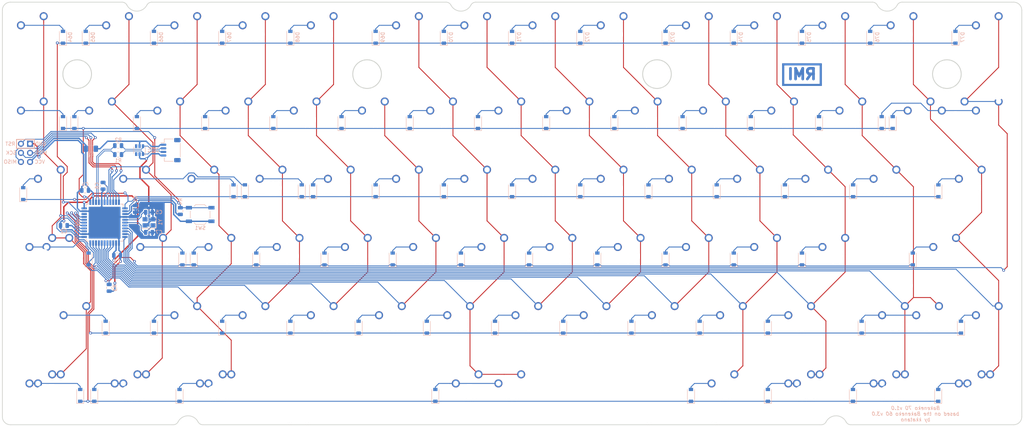
<source format=kicad_pcb>
(kicad_pcb (version 20171130) (host pcbnew "(5.1.4)-1")
  (layers (0 F.Cu signal) (31 B.Cu signal) (34 B.Paste user) (35 F.Paste user) (36 B.SilkS user) (37 F.SilkS user) (38 B.Mask user) (39 F.Mask user) (44 Edge.Cuts user))
  (net 0 "")
  (net 1 GND)
  (net 2 XTAL2)
  (net 3 XTAL1)
  (net 4 "Net-(D1-Pad2)")
  (net 5 ROW0)
  (net 6 "Net-(D2-Pad2)")
  (net 7 "Net-(D3-Pad2)")
  (net 8 "Net-(D4-Pad2)")
  (net 9 "Net-(D5-Pad2)")
  (net 10 "Net-(D6-Pad2)")
  (net 11 "Net-(D7-Pad2)")
  (net 12 "Net-(D8-Pad2)")
  (net 13 "Net-(D9-Pad2)")
  (net 14 "Net-(D10-Pad2)")
  (net 15 "Net-(D11-Pad2)")
  (net 16 "Net-(D12-Pad2)")
  (net 17 "Net-(D13-Pad2)")
  (net 18 "Net-(D14-Pad2)")
  (net 19 "Net-(D15-Pad2)")
  (net 20 "Net-(D16-Pad2)")
  (net 21 "Net-(D17-Pad2)")
  (net 22 ROW1)
  (net 23 "Net-(D18-Pad2)")
  (net 24 "Net-(D19-Pad2)")
  (net 25 "Net-(D20-Pad2)")
  (net 26 "Net-(D21-Pad2)")
  (net 27 "Net-(D22-Pad2)")
  (net 28 "Net-(D23-Pad2)")
  (net 29 "Net-(D24-Pad2)")
  (net 30 "Net-(D25-Pad2)")
  (net 31 "Net-(D26-Pad2)")
  (net 32 "Net-(D27-Pad2)")
  (net 33 "Net-(D28-Pad2)")
  (net 34 "Net-(D29-Pad2)")
  (net 35 "Net-(D30-Pad2)")
  (net 36 "Net-(D31-Pad2)")
  (net 37 "Net-(D32-Pad2)")
  (net 38 ROW2)
  (net 39 "Net-(D33-Pad2)")
  (net 40 "Net-(D34-Pad2)")
  (net 41 "Net-(D35-Pad2)")
  (net 42 "Net-(D36-Pad2)")
  (net 43 "Net-(D37-Pad2)")
  (net 44 "Net-(D38-Pad2)")
  (net 45 "Net-(D39-Pad2)")
  (net 46 "Net-(D40-Pad2)")
  (net 47 "Net-(D41-Pad2)")
  (net 48 "Net-(D42-Pad2)")
  (net 49 "Net-(D43-Pad2)")
  (net 50 "Net-(D44-Pad2)")
  (net 51 "Net-(D45-Pad2)")
  (net 52 "Net-(D46-Pad2)")
  (net 53 "Net-(D47-Pad2)")
  (net 54 ROW3)
  (net 55 "Net-(D48-Pad2)")
  (net 56 "Net-(D49-Pad2)")
  (net 57 "Net-(D50-Pad2)")
  (net 58 "Net-(D51-Pad2)")
  (net 59 "Net-(D52-Pad2)")
  (net 60 "Net-(D53-Pad2)")
  (net 61 "Net-(D54-Pad2)")
  (net 62 "Net-(D55-Pad2)")
  (net 63 "Net-(D56-Pad2)")
  (net 64 "Net-(D57-Pad2)")
  (net 65 "Net-(D58-Pad2)")
  (net 66 "Net-(D59-Pad2)")
  (net 67 "Net-(D60-Pad2)")
  (net 68 "Net-(D61-Pad2)")
  (net 69 ROW4)
  (net 70 "Net-(D62-Pad2)")
  (net 71 "Net-(D63-Pad2)")
  (net 72 VBUS)
  (net 73 D+)
  (net 74 D-)
  (net 75 MOSI)
  (net 76 SCK)
  (net 77 MISO)
  (net 78 COL0)
  (net 79 COL1)
  (net 80 COL2)
  (net 81 COL3)
  (net 82 COL4)
  (net 83 COL5)
  (net 84 COL6)
  (net 85 COL7)
  (net 86 COL8)
  (net 87 COL9)
  (net 88 COL10)
  (net 89 COL11)
  (net 90 COL12)
  (net 91 COL13)
  (net 92 COL14)
  (net 93 "Net-(U2-Pad42)")
  (net 94 +5V)
  (net 95 /MCU_D+)
  (net 96 /MCU_D-)
  (net 97 "Net-(U2-Pad18)")
  (net 98 "Net-(C6-Pad1)")
  (net 99 "Net-(R3-Pad2)")
  (net 100 RST)
  (net 101 "Net-(U1-Pad4)")
  (net 102 "Net-(U1-Pad3)")
  (net 103 "Net-(D64-Pad2)")
  (net 104 FROW)
  (net 105 "Net-(D65-Pad2)")
  (net 106 "Net-(D66-Pad2)")
  (net 107 "Net-(D67-Pad2)")
  (net 108 "Net-(D68-Pad2)")
  (net 109 "Net-(D69-Pad2)")
  (net 110 "Net-(D70-Pad2)")
  (net 111 "Net-(D71-Pad2)")
  (net 112 "Net-(D72-Pad2)")
  (net 113 "Net-(D73-Pad2)")
  (net 114 "Net-(D74-Pad2)")
  (net 115 "Net-(D75-Pad2)")
  (net 116 "Net-(D76-Pad2)")
  (net 117 "Net-(D77-Pad2)")
  (module Ramon:Signature (layer B.Cu) (at 214.3125 -12.7)
    (fp_text reference G1 hide)
    (fp_text value Signature)
    (fp_poly (pts (xy 5.5 -3) (xy -5.5 -3) (xy -5.5 -2.5) (xy 5.5 -2.5)) (layer B.Cu) (width 0.1))
    (fp_poly (pts (xy 5.5 2.75) (xy -5.5 2.75) (xy -5.5 3.25) (xy 5.5 3.25)) (layer B.Cu) (width 0.1))
    (fp_poly (pts (xy 5.5 -2.5) (xy 5 -2.5) (xy 5 2.75) (xy 5.5 2.75)) (layer B.Cu) (width 0.1))
    (fp_poly (pts (xy -5 -2.5) (xy -5.5 -2.5) (xy -5.5 2.75) (xy -5 2.75)) (layer B.Cu) (width 0.1))
    (fp_text user RMI (at 0 0) (layer B.Cu) (effects (font (size 3 3) (thickness 0.75)) (justify mirror)))
  )
  (module MX_Only:MXOnly-1U-NoLED (layer F.Cu) (at 266.7 -23.8125)
    (fp_text reference MX87)
    (fp_text value 1u)
    (pad 2 thru_hole circle (at 2.54 -5.08) (size 2.25 2.25) (drill 1.47) (layers *.Cu B.Mask) (net 92 COL14))
    (pad "" np_thru_hole circle (at 0 0) (size 3.9878 3.9878) (drill 3.9878) (layers *.Cu *.Mask))
    (pad 1 thru_hole circle (at -3.81 -2.54) (size 2.25 2.25) (drill 1.47) (layers *.Cu B.Mask) (net 117 "Net-(D77-Pad2)"))
    (pad "" np_thru_hole circle (at -5.08 0 48.0996) (size 1.75 1.75) (drill 1.75) (layers *.Cu *.Mask))
    (pad "" np_thru_hole circle (at 5.08 0 48.0996) (size 1.75 1.75) (drill 1.75) (layers *.Cu *.Mask))
  )
  (module MX_Only:MXOnly-1U-NoLED (layer F.Cu) (at 242.8875 -23.8125)
    (fp_text reference MX86)
    (fp_text value 1u)
    (pad 2 thru_hole circle (at 2.54 -5.08) (size 2.25 2.25) (drill 1.47) (layers *.Cu B.Mask) (net 91 COL13))
    (pad "" np_thru_hole circle (at 0 0) (size 3.9878 3.9878) (drill 3.9878) (layers *.Cu *.Mask))
    (pad 1 thru_hole circle (at -3.81 -2.54) (size 2.25 2.25) (drill 1.47) (layers *.Cu B.Mask) (net 116 "Net-(D76-Pad2)"))
    (pad "" np_thru_hole circle (at -5.08 0 48.0996) (size 1.75 1.75) (drill 1.75) (layers *.Cu *.Mask))
    (pad "" np_thru_hole circle (at 5.08 0 48.0996) (size 1.75 1.75) (drill 1.75) (layers *.Cu *.Mask))
  )
  (module MX_Only:MXOnly-1U-NoLED (layer F.Cu) (at 223.8375 -23.8125)
    (fp_text reference MX85)
    (fp_text value 1u)
    (pad 2 thru_hole circle (at 2.54 -5.08) (size 2.25 2.25) (drill 1.47) (layers *.Cu B.Mask) (net 90 COL12))
    (pad "" np_thru_hole circle (at 0 0) (size 3.9878 3.9878) (drill 3.9878) (layers *.Cu *.Mask))
    (pad 1 thru_hole circle (at -3.81 -2.54) (size 2.25 2.25) (drill 1.47) (layers *.Cu B.Mask) (net 115 "Net-(D75-Pad2)"))
    (pad "" np_thru_hole circle (at -5.08 0 48.0996) (size 1.75 1.75) (drill 1.75) (layers *.Cu *.Mask))
    (pad "" np_thru_hole circle (at 5.08 0 48.0996) (size 1.75 1.75) (drill 1.75) (layers *.Cu *.Mask))
  )
  (module MX_Only:MXOnly-1U-NoLED (layer F.Cu) (at 204.7875 -23.8125)
    (fp_text reference MX84)
    (fp_text value 1u)
    (pad 2 thru_hole circle (at 2.54 -5.08) (size 2.25 2.25) (drill 1.47) (layers *.Cu B.Mask) (net 89 COL11))
    (pad "" np_thru_hole circle (at 0 0) (size 3.9878 3.9878) (drill 3.9878) (layers *.Cu *.Mask))
    (pad 1 thru_hole circle (at -3.81 -2.54) (size 2.25 2.25) (drill 1.47) (layers *.Cu B.Mask) (net 114 "Net-(D74-Pad2)"))
    (pad "" np_thru_hole circle (at -5.08 0 48.0996) (size 1.75 1.75) (drill 1.75) (layers *.Cu *.Mask))
    (pad "" np_thru_hole circle (at 5.08 0 48.0996) (size 1.75 1.75) (drill 1.75) (layers *.Cu *.Mask))
  )
  (module MX_Only:MXOnly-1U-NoLED (layer F.Cu) (at 185.7375 -23.8125)
    (fp_text reference MX83)
    (fp_text value 1u)
    (pad 2 thru_hole circle (at 2.54 -5.08) (size 2.25 2.25) (drill 1.47) (layers *.Cu B.Mask) (net 88 COL10))
    (pad "" np_thru_hole circle (at 0 0) (size 3.9878 3.9878) (drill 3.9878) (layers *.Cu *.Mask))
    (pad 1 thru_hole circle (at -3.81 -2.54) (size 2.25 2.25) (drill 1.47) (layers *.Cu B.Mask) (net 113 "Net-(D73-Pad2)"))
    (pad "" np_thru_hole circle (at -5.08 0 48.0996) (size 1.75 1.75) (drill 1.75) (layers *.Cu *.Mask))
    (pad "" np_thru_hole circle (at 5.08 0 48.0996) (size 1.75 1.75) (drill 1.75) (layers *.Cu *.Mask))
  )
  (module MX_Only:MXOnly-1U-NoLED (layer F.Cu) (at 161.925 -23.8125)
    (fp_text reference MX82)
    (fp_text value 1u)
    (pad 2 thru_hole circle (at 2.54 -5.08) (size 2.25 2.25) (drill 1.47) (layers *.Cu B.Mask) (net 87 COL9))
    (pad "" np_thru_hole circle (at 0 0) (size 3.9878 3.9878) (drill 3.9878) (layers *.Cu *.Mask))
    (pad 1 thru_hole circle (at -3.81 -2.54) (size 2.25 2.25) (drill 1.47) (layers *.Cu B.Mask) (net 112 "Net-(D72-Pad2)"))
    (pad "" np_thru_hole circle (at -5.08 0 48.0996) (size 1.75 1.75) (drill 1.75) (layers *.Cu *.Mask))
    (pad "" np_thru_hole circle (at 5.08 0 48.0996) (size 1.75 1.75) (drill 1.75) (layers *.Cu *.Mask))
  )
  (module MX_Only:MXOnly-1U-NoLED (layer F.Cu) (at 142.875 -23.8125)
    (fp_text reference MX81)
    (fp_text value 1u)
    (pad 2 thru_hole circle (at 2.54 -5.08) (size 2.25 2.25) (drill 1.47) (layers *.Cu B.Mask) (net 86 COL8))
    (pad "" np_thru_hole circle (at 0 0) (size 3.9878 3.9878) (drill 3.9878) (layers *.Cu *.Mask))
    (pad 1 thru_hole circle (at -3.81 -2.54) (size 2.25 2.25) (drill 1.47) (layers *.Cu B.Mask) (net 111 "Net-(D71-Pad2)"))
    (pad "" np_thru_hole circle (at -5.08 0 48.0996) (size 1.75 1.75) (drill 1.75) (layers *.Cu *.Mask))
    (pad "" np_thru_hole circle (at 5.08 0 48.0996) (size 1.75 1.75) (drill 1.75) (layers *.Cu *.Mask))
  )
  (module MX_Only:MXOnly-1U-NoLED (layer F.Cu) (at 123.825 -23.8125)
    (fp_text reference MX80)
    (fp_text value 1u)
    (pad 2 thru_hole circle (at 2.54 -5.08) (size 2.25 2.25) (drill 1.47) (layers *.Cu B.Mask) (net 85 COL7))
    (pad "" np_thru_hole circle (at 0 0) (size 3.9878 3.9878) (drill 3.9878) (layers *.Cu *.Mask))
    (pad 1 thru_hole circle (at -3.81 -2.54) (size 2.25 2.25) (drill 1.47) (layers *.Cu B.Mask) (net 110 "Net-(D70-Pad2)"))
    (pad "" np_thru_hole circle (at -5.08 0 48.0996) (size 1.75 1.75) (drill 1.75) (layers *.Cu *.Mask))
    (pad "" np_thru_hole circle (at 5.08 0 48.0996) (size 1.75 1.75) (drill 1.75) (layers *.Cu *.Mask))
  )
  (module MX_Only:MXOnly-1U-NoLED (layer F.Cu) (at 104.775 -23.8125)
    (fp_text reference MX79)
    (fp_text value 1u)
    (pad 2 thru_hole circle (at 2.54 -5.08) (size 2.25 2.25) (drill 1.47) (layers *.Cu B.Mask) (net 84 COL6))
    (pad "" np_thru_hole circle (at 0 0) (size 3.9878 3.9878) (drill 3.9878) (layers *.Cu *.Mask))
    (pad 1 thru_hole circle (at -3.81 -2.54) (size 2.25 2.25) (drill 1.47) (layers *.Cu B.Mask) (net 109 "Net-(D69-Pad2)"))
    (pad "" np_thru_hole circle (at -5.08 0 48.0996) (size 1.75 1.75) (drill 1.75) (layers *.Cu *.Mask))
    (pad "" np_thru_hole circle (at 5.08 0 48.0996) (size 1.75 1.75) (drill 1.75) (layers *.Cu *.Mask))
  )
  (module MX_Only:MXOnly-1U-NoLED (layer F.Cu) (at 80.9625 -23.8125)
    (fp_text reference MX78)
    (fp_text value 1u)
    (pad 2 thru_hole circle (at 2.54 -5.08) (size 2.25 2.25) (drill 1.47) (layers *.Cu B.Mask) (net 82 COL4))
    (pad "" np_thru_hole circle (at 0 0) (size 3.9878 3.9878) (drill 3.9878) (layers *.Cu *.Mask))
    (pad 1 thru_hole circle (at -3.81 -2.54) (size 2.25 2.25) (drill 1.47) (layers *.Cu B.Mask) (net 108 "Net-(D68-Pad2)"))
    (pad "" np_thru_hole circle (at -5.08 0 48.0996) (size 1.75 1.75) (drill 1.75) (layers *.Cu *.Mask))
    (pad "" np_thru_hole circle (at 5.08 0 48.0996) (size 1.75 1.75) (drill 1.75) (layers *.Cu *.Mask))
  )
  (module MX_Only:MXOnly-1U-NoLED (layer F.Cu) (at 61.9125 -23.8125)
    (fp_text reference MX77)
    (fp_text value 1u)
    (pad 2 thru_hole circle (at 2.54 -5.08) (size 2.25 2.25) (drill 1.47) (layers *.Cu B.Mask) (net 81 COL3))
    (pad "" np_thru_hole circle (at 0 0) (size 3.9878 3.9878) (drill 3.9878) (layers *.Cu *.Mask))
    (pad 1 thru_hole circle (at -3.81 -2.54) (size 2.25 2.25) (drill 1.47) (layers *.Cu B.Mask) (net 107 "Net-(D67-Pad2)"))
    (pad "" np_thru_hole circle (at -5.08 0 48.0996) (size 1.75 1.75) (drill 1.75) (layers *.Cu *.Mask))
    (pad "" np_thru_hole circle (at 5.08 0 48.0996) (size 1.75 1.75) (drill 1.75) (layers *.Cu *.Mask))
  )
  (module MX_Only:MXOnly-1U-NoLED (layer F.Cu) (at 42.8625 -23.8125)
    (fp_text reference MX76)
    (fp_text value 1u)
    (pad 2 thru_hole circle (at 2.54 -5.08) (size 2.25 2.25) (drill 1.47) (layers *.Cu B.Mask) (net 80 COL2))
    (pad "" np_thru_hole circle (at 0 0) (size 3.9878 3.9878) (drill 3.9878) (layers *.Cu *.Mask))
    (pad 1 thru_hole circle (at -3.81 -2.54) (size 2.25 2.25) (drill 1.47) (layers *.Cu B.Mask) (net 106 "Net-(D66-Pad2)"))
    (pad "" np_thru_hole circle (at -5.08 0 48.0996) (size 1.75 1.75) (drill 1.75) (layers *.Cu *.Mask))
    (pad "" np_thru_hole circle (at 5.08 0 48.0996) (size 1.75 1.75) (drill 1.75) (layers *.Cu *.Mask))
  )
  (module MX_Only:MXOnly-1U-NoLED (layer F.Cu) (at 23.8125 -23.8125)
    (fp_text reference MX75)
    (fp_text value 1u)
    (pad 2 thru_hole circle (at 2.54 -5.08) (size 2.25 2.25) (drill 1.47) (layers *.Cu B.Mask) (net 79 COL1))
    (pad "" np_thru_hole circle (at 0 0) (size 3.9878 3.9878) (drill 3.9878) (layers *.Cu *.Mask))
    (pad 1 thru_hole circle (at -3.81 -2.54) (size 2.25 2.25) (drill 1.47) (layers *.Cu B.Mask) (net 105 "Net-(D65-Pad2)"))
    (pad "" np_thru_hole circle (at -5.08 0 48.0996) (size 1.75 1.75) (drill 1.75) (layers *.Cu *.Mask))
    (pad "" np_thru_hole circle (at 5.08 0 48.0996) (size 1.75 1.75) (drill 1.75) (layers *.Cu *.Mask))
  )
  (module MX_Only:MXOnly-1U-NoLED (layer F.Cu) (at 0 -23.8125)
    (fp_text reference MX74)
    (fp_text value 1u)
    (pad 2 thru_hole circle (at 2.54 -5.08) (size 2.25 2.25) (drill 1.47) (layers *.Cu B.Mask) (net 78 COL0))
    (pad "" np_thru_hole circle (at 0 0) (size 3.9878 3.9878) (drill 3.9878) (layers *.Cu *.Mask))
    (pad 1 thru_hole circle (at -3.81 -2.54) (size 2.25 2.25) (drill 1.47) (layers *.Cu B.Mask) (net 103 "Net-(D64-Pad2)"))
    (pad "" np_thru_hole circle (at -5.08 0 48.0996) (size 1.75 1.75) (drill 1.75) (layers *.Cu *.Mask))
    (pad "" np_thru_hole circle (at 5.08 0 48.0996) (size 1.75 1.75) (drill 1.75) (layers *.Cu *.Mask))
  )
  (module Diode_SMD:D_SOD-123 (layer B.Cu) (at 257.175 -23.01875 90)
    (fp_text reference D77 (at 0 2 90) (layer B.SilkS) (effects (justify mirror)))
    (fp_text value 1N4148)
    (pad 2 smd rect (at 1.65 0 90) (size 0.9 1.2) (layers B.Cu B.Paste B.Mask) (net 117 "Net-(D77-Pad2)"))
    (pad 1 smd rect (at -1.65 0 90) (size 0.9 1.2) (layers B.Cu B.Paste B.Mask) (net 104 FROW))
  )
  (module Diode_SMD:D_SOD-123 (layer B.Cu) (at 233.3625 -23.01875 90)
    (fp_text reference D76 (at 0 2 90) (layer B.SilkS) (effects (justify mirror)))
    (fp_text value 1N4148)
    (pad 2 smd rect (at 1.65 0 90) (size 0.9 1.2) (layers B.Cu B.Paste B.Mask) (net 116 "Net-(D76-Pad2)"))
    (pad 1 smd rect (at -1.65 0 90) (size 0.9 1.2) (layers B.Cu B.Paste B.Mask) (net 104 FROW))
  )
  (module Diode_SMD:D_SOD-123 (layer B.Cu) (at 214.3125 -23.01875 90)
    (fp_text reference D75 (at 0 2 90) (layer B.SilkS) (effects (justify mirror)))
    (fp_text value 1N4148)
    (pad 2 smd rect (at 1.65 0 90) (size 0.9 1.2) (layers B.Cu B.Paste B.Mask) (net 115 "Net-(D75-Pad2)"))
    (pad 1 smd rect (at -1.65 0 90) (size 0.9 1.2) (layers B.Cu B.Paste B.Mask) (net 104 FROW))
  )
  (module Diode_SMD:D_SOD-123 (layer B.Cu) (at 195.2625 -23.01875 90)
    (fp_text reference D74 (at 0 2 90) (layer B.SilkS) (effects (justify mirror)))
    (fp_text value 1N4148)
    (pad 2 smd rect (at 1.65 0 90) (size 0.9 1.2) (layers B.Cu B.Paste B.Mask) (net 114 "Net-(D74-Pad2)"))
    (pad 1 smd rect (at -1.65 0 90) (size 0.9 1.2) (layers B.Cu B.Paste B.Mask) (net 104 FROW))
  )
  (module Diode_SMD:D_SOD-123 (layer B.Cu) (at 176.2125 -23.01875 90)
    (fp_text reference D73 (at 0 2 90) (layer B.SilkS) (effects (justify mirror)))
    (fp_text value 1N4148)
    (pad 2 smd rect (at 1.65 0 90) (size 0.9 1.2) (layers B.Cu B.Paste B.Mask) (net 113 "Net-(D73-Pad2)"))
    (pad 1 smd rect (at -1.65 0 90) (size 0.9 1.2) (layers B.Cu B.Paste B.Mask) (net 104 FROW))
  )
  (module Diode_SMD:D_SOD-123 (layer B.Cu) (at 152.4 -23.01875 90)
    (fp_text reference D72 (at 0 2 90) (layer B.SilkS) (effects (justify mirror)))
    (fp_text value 1N4148)
    (pad 2 smd rect (at 1.65 0 90) (size 0.9 1.2) (layers B.Cu B.Paste B.Mask) (net 112 "Net-(D72-Pad2)"))
    (pad 1 smd rect (at -1.65 0 90) (size 0.9 1.2) (layers B.Cu B.Paste B.Mask) (net 104 FROW))
  )
  (module Diode_SMD:D_SOD-123 (layer B.Cu) (at 133.35 -23.01875 90)
    (fp_text reference D71 (at 0 2 90) (layer B.SilkS) (effects (justify mirror)))
    (fp_text value 1N4148)
    (pad 2 smd rect (at 1.65 0 90) (size 0.9 1.2) (layers B.Cu B.Paste B.Mask) (net 111 "Net-(D71-Pad2)"))
    (pad 1 smd rect (at -1.65 0 90) (size 0.9 1.2) (layers B.Cu B.Paste B.Mask) (net 104 FROW))
  )
  (module Diode_SMD:D_SOD-123 (layer B.Cu) (at 114.3 -23.01875 90)
    (fp_text reference D70 (at 0 2 90) (layer B.SilkS) (effects (justify mirror)))
    (fp_text value 1N4148)
    (pad 2 smd rect (at 1.65 0 90) (size 0.9 1.2) (layers B.Cu B.Paste B.Mask) (net 110 "Net-(D70-Pad2)"))
    (pad 1 smd rect (at -1.65 0 90) (size 0.9 1.2) (layers B.Cu B.Paste B.Mask) (net 104 FROW))
  )
  (module Diode_SMD:D_SOD-123 (layer B.Cu) (at 95.25 -23.01875 90)
    (fp_text reference D69 (at 0 2 90) (layer B.SilkS) (effects (justify mirror)))
    (fp_text value 1N4148)
    (pad 2 smd rect (at 1.65 0 90) (size 0.9 1.2) (layers B.Cu B.Paste B.Mask) (net 109 "Net-(D69-Pad2)"))
    (pad 1 smd rect (at -1.65 0 90) (size 0.9 1.2) (layers B.Cu B.Paste B.Mask) (net 104 FROW))
  )
  (module Diode_SMD:D_SOD-123 (layer B.Cu) (at 71.4375 -23.01875 90)
    (fp_text reference D68 (at 0 2 90) (layer B.SilkS) (effects (justify mirror)))
    (fp_text value 1N4148)
    (pad 2 smd rect (at 1.65 0 90) (size 0.9 1.2) (layers B.Cu B.Paste B.Mask) (net 108 "Net-(D68-Pad2)"))
    (pad 1 smd rect (at -1.65 0 90) (size 0.9 1.2) (layers B.Cu B.Paste B.Mask) (net 104 FROW))
  )
  (module Diode_SMD:D_SOD-123 (layer B.Cu) (at 52.3875 -23.01875 90)
    (fp_text reference D67 (at 0 2 90) (layer B.SilkS) (effects (justify mirror)))
    (fp_text value 1N4148)
    (pad 2 smd rect (at 1.65 0 90) (size 0.9 1.2) (layers B.Cu B.Paste B.Mask) (net 107 "Net-(D67-Pad2)"))
    (pad 1 smd rect (at -1.65 0 90) (size 0.9 1.2) (layers B.Cu B.Paste B.Mask) (net 104 FROW))
  )
  (module Diode_SMD:D_SOD-123 (layer B.Cu) (at 33.3375 -23.01875 90)
    (fp_text reference D66 (at 0 2 90) (layer B.SilkS) (effects (justify mirror)))
    (fp_text value 1N4148)
    (pad 2 smd rect (at 1.65 0 90) (size 0.9 1.2) (layers B.Cu B.Paste B.Mask) (net 106 "Net-(D66-Pad2)"))
    (pad 1 smd rect (at -1.65 0 90) (size 0.9 1.2) (layers B.Cu B.Paste B.Mask) (net 104 FROW))
  )
  (module Diode_SMD:D_SOD-123 (layer B.Cu) (at 14.2875 -23.01875 90)
    (fp_text reference D65 (at 0 2 90) (layer B.SilkS) (effects (justify mirror)))
    (fp_text value 1N4148)
    (pad 2 smd rect (at 1.65 0 90) (size 0.9 1.2) (layers B.Cu B.Paste B.Mask) (net 105 "Net-(D65-Pad2)"))
    (pad 1 smd rect (at -1.65 0 90) (size 0.9 1.2) (layers B.Cu B.Paste B.Mask) (net 104 FROW))
  )
  (module Diode_SMD:D_SOD-123 (layer B.Cu) (at 7.9375 -23.01875 90)
    (fp_text reference D64 (at 0 2 90) (layer B.SilkS) (effects (justify mirror)))
    (fp_text value 1N4148)
    (pad 2 smd rect (at 1.65 0 90) (size 0.9 1.2) (layers B.Cu B.Paste B.Mask) (net 103 "Net-(D64-Pad2)"))
    (pad 1 smd rect (at -1.65 0 90) (size 0.9 1.2) (layers B.Cu B.Paste B.Mask) (net 104 FROW))
  )
  (module Package_TO_SOT_SMD:SOT-23-6 (layer B.Cu) (at 29.32375 8.5 90)
    (fp_text reference U1 (at 0 2.9 90) (layer B.SilkS) (effects (justify mirror)))
    (fp_text value SRV05-4)
    (pad 1 smd rect (at -1.1 0.95 90) (size 1.06 0.65) (layers B.Cu B.Paste B.Mask) (net 73 D+))
    (pad 2 smd rect (at -1.1 0 90) (size 1.06 0.65) (layers B.Cu B.Paste B.Mask) (net 1 GND))
    (pad 3 smd rect (at -1.1 -0.95 90) (size 1.06 0.65) (layers B.Cu B.Paste B.Mask) (net 102 "Net-(U1-Pad3)"))
    (pad 4 smd rect (at 1.1 -0.95 90) (size 1.06 0.65) (layers B.Cu B.Paste B.Mask) (net 101 "Net-(U1-Pad4)"))
    (pad 6 smd rect (at 1.1 0.95 90) (size 1.06 0.65) (layers B.Cu B.Paste B.Mask) (net 74 D-))
    (pad 5 smd rect (at 1.1 0 90) (size 1.06 0.65) (layers B.Cu B.Paste B.Mask) (net 72 VBUS))
  )
  (module MX_Only:MXOnly-1U-NoLED (layer F.Cu) (at 28.575 19.05)
    (fp_text reference MX18)
    (fp_text value 1u)
    (pad "" np_thru_hole circle (at 5.08 0 48.0996) (size 1.75 1.75) (drill 1.75) (layers *.Cu *.Mask))
    (pad "" np_thru_hole circle (at -5.08 0 48.0996) (size 1.75 1.75) (drill 1.75) (layers *.Cu *.Mask))
    (pad 1 thru_hole circle (at -3.81 -2.54) (size 2.25 2.25) (drill 1.47) (layers *.Cu B.Mask) (net 21 "Net-(D17-Pad2)"))
    (pad "" np_thru_hole circle (at 0 0) (size 3.9878 3.9878) (drill 3.9878) (layers *.Cu *.Mask))
    (pad 2 thru_hole circle (at 2.54 -5.08) (size 2.25 2.25) (drill 1.47) (layers *.Cu B.Mask) (net 79 COL1))
  )
  (module MX_Only:MXOnly-1U-NoLED (layer F.Cu) (at 47.625 19.05)
    (fp_text reference MX19)
    (fp_text value 1u)
    (pad "" np_thru_hole circle (at 5.08 0 48.0996) (size 1.75 1.75) (drill 1.75) (layers *.Cu *.Mask))
    (pad "" np_thru_hole circle (at -5.08 0 48.0996) (size 1.75 1.75) (drill 1.75) (layers *.Cu *.Mask))
    (pad 1 thru_hole circle (at -3.81 -2.54) (size 2.25 2.25) (drill 1.47) (layers *.Cu B.Mask) (net 23 "Net-(D18-Pad2)"))
    (pad "" np_thru_hole circle (at 0 0) (size 3.9878 3.9878) (drill 3.9878) (layers *.Cu *.Mask))
    (pad 2 thru_hole circle (at 2.54 -5.08) (size 2.25 2.25) (drill 1.47) (layers *.Cu B.Mask) (net 80 COL2))
  )
  (module MX_Only:MXOnly-1.5U-NoLED (layer F.Cu) (at 261.9375 76.2)
    (fp_text reference MX73)
    (fp_text value 1.5u)
    (pad "" np_thru_hole circle (at 5.08 0 48.0996) (size 1.75 1.75) (drill 1.75) (layers *.Cu *.Mask))
    (pad "" np_thru_hole circle (at -5.08 0 48.0996) (size 1.75 1.75) (drill 1.75) (layers *.Cu *.Mask))
    (pad 1 thru_hole circle (at -3.81 -2.54) (size 2.25 2.25) (drill 1.47) (layers *.Cu B.Mask) (net 71 "Net-(D63-Pad2)"))
    (pad "" np_thru_hole circle (at 0 0) (size 3.9878 3.9878) (drill 3.9878) (layers *.Cu *.Mask))
    (pad 2 thru_hole circle (at 2.54 -5.08) (size 2.25 2.25) (drill 1.47) (layers *.Cu B.Mask) (net 91 COL13))
  )
  (module MX_Only:MXOnly-1U-NoLED (layer F.Cu) (at 238.125 76.2)
    (fp_text reference MX72)
    (fp_text value 1u)
    (pad "" np_thru_hole circle (at 5.08 0 48.0996) (size 1.75 1.75) (drill 1.75) (layers *.Cu *.Mask))
    (pad "" np_thru_hole circle (at -5.08 0 48.0996) (size 1.75 1.75) (drill 1.75) (layers *.Cu *.Mask))
    (pad 1 thru_hole circle (at -3.81 -2.54) (size 2.25 2.25) (drill 1.47) (layers *.Cu B.Mask) (net 70 "Net-(D62-Pad2)"))
    (pad "" np_thru_hole circle (at 0 0) (size 3.9878 3.9878) (drill 3.9878) (layers *.Cu *.Mask))
    (pad 2 thru_hole circle (at 2.54 -5.08) (size 2.25 2.25) (drill 1.47) (layers *.Cu B.Mask) (net 90 COL12))
  )
  (module MX_Only:MXOnly-7U-ReversedStabilizers-NoLED (layer F.Cu) (at 133.35 76.2)
    (fp_text reference MX70)
    (fp_text value 7u)
    (pad "" np_thru_hole circle (at 57.15 -8.255) (size 3.9878 3.9878) (drill 3.9878) (layers *.Cu *.Mask))
    (pad "" np_thru_hole circle (at -57.15 -8.255) (size 3.9878 3.9878) (drill 3.9878) (layers *.Cu *.Mask))
    (pad "" np_thru_hole circle (at 57.15 6.985) (size 3.048 3.048) (drill 3.048) (layers *.Cu *.Mask))
    (pad "" np_thru_hole circle (at -57.15 6.985) (size 3.048 3.048) (drill 3.048) (layers *.Cu *.Mask))
    (pad "" np_thru_hole circle (at 5.08 0 48.0996) (size 1.75 1.75) (drill 1.75) (layers *.Cu *.Mask))
    (pad "" np_thru_hole circle (at -5.08 0 48.0996) (size 1.75 1.75) (drill 1.75) (layers *.Cu *.Mask))
    (pad 1 thru_hole circle (at -3.81 -2.54) (size 2.25 2.25) (drill 1.47) (layers *.Cu B.Mask) (net 66 "Net-(D59-Pad2)"))
    (pad "" np_thru_hole circle (at 0 0) (size 3.9878 3.9878) (drill 3.9878) (layers *.Cu *.Mask))
    (pad 2 thru_hole circle (at 2.54 -5.08) (size 2.25 2.25) (drill 1.47) (layers *.Cu B.Mask) (net 84 COL6))
  )
  (module MX_Only:MXOnly-1.5U-NoLED (layer F.Cu) (at 52.3875 76.2)
    (fp_text reference MX69)
    (fp_text value 1.5u)
    (pad "" np_thru_hole circle (at 5.08 0 48.0996) (size 1.75 1.75) (drill 1.75) (layers *.Cu *.Mask))
    (pad "" np_thru_hole circle (at -5.08 0 48.0996) (size 1.75 1.75) (drill 1.75) (layers *.Cu *.Mask))
    (pad 1 thru_hole circle (at -3.81 -2.54) (size 2.25 2.25) (drill 1.47) (layers *.Cu B.Mask) (net 65 "Net-(D58-Pad2)"))
    (pad "" np_thru_hole circle (at 0 0) (size 3.9878 3.9878) (drill 3.9878) (layers *.Cu *.Mask))
    (pad 2 thru_hole circle (at 2.54 -5.08) (size 2.25 2.25) (drill 1.47) (layers *.Cu B.Mask) (net 80 COL2))
  )
  (module MX_Only:MXOnly-1U-NoLED (layer F.Cu) (at 28.575 76.2)
    (fp_text reference MX68)
    (fp_text value 1u)
    (pad "" np_thru_hole circle (at 5.08 0 48.0996) (size 1.75 1.75) (drill 1.75) (layers *.Cu *.Mask))
    (pad "" np_thru_hole circle (at -5.08 0 48.0996) (size 1.75 1.75) (drill 1.75) (layers *.Cu *.Mask))
    (pad 1 thru_hole circle (at -3.81 -2.54) (size 2.25 2.25) (drill 1.47) (layers *.Cu B.Mask) (net 64 "Net-(D57-Pad2)"))
    (pad "" np_thru_hole circle (at 0 0) (size 3.9878 3.9878) (drill 3.9878) (layers *.Cu *.Mask))
    (pad 2 thru_hole circle (at 2.54 -5.08) (size 2.25 2.25) (drill 1.47) (layers *.Cu B.Mask) (net 79 COL1))
  )
  (module MX_Only:MXOnly-1.5U-NoLED (layer F.Cu) (at 4.7625 76.2)
    (fp_text reference MX67)
    (fp_text value 1.5u)
    (pad "" np_thru_hole circle (at 5.08 0 48.0996) (size 1.75 1.75) (drill 1.75) (layers *.Cu *.Mask))
    (pad "" np_thru_hole circle (at -5.08 0 48.0996) (size 1.75 1.75) (drill 1.75) (layers *.Cu *.Mask))
    (pad 1 thru_hole circle (at -3.81 -2.54) (size 2.25 2.25) (drill 1.47) (layers *.Cu B.Mask) (net 63 "Net-(D56-Pad2)"))
    (pad "" np_thru_hole circle (at 0 0) (size 3.9878 3.9878) (drill 3.9878) (layers *.Cu *.Mask))
    (pad 2 thru_hole circle (at 2.54 -5.08) (size 2.25 2.25) (drill 1.47) (layers *.Cu B.Mask) (net 78 COL0))
  )
  (module MX_Only:MXOnly-1.25U-NoLED (layer F.Cu) (at 264.31875 76.2)
    (fp_text reference MX66)
    (fp_text value 1.25u)
    (pad "" np_thru_hole circle (at 5.08 0 48.0996) (size 1.75 1.75) (drill 1.75) (layers *.Cu *.Mask))
    (pad "" np_thru_hole circle (at -5.08 0 48.0996) (size 1.75 1.75) (drill 1.75) (layers *.Cu *.Mask))
    (pad 1 thru_hole circle (at -3.81 -2.54) (size 2.25 2.25) (drill 1.47) (layers *.Cu B.Mask) (net 71 "Net-(D63-Pad2)"))
    (pad "" np_thru_hole circle (at 0 0) (size 3.9878 3.9878) (drill 3.9878) (layers *.Cu *.Mask))
    (pad 2 thru_hole circle (at 2.54 -5.08) (size 2.25 2.25) (drill 1.47) (layers *.Cu B.Mask) (net 91 COL13))
  )
  (module MX_Only:MXOnly-1.25U-NoLED (layer F.Cu) (at 240.50625 76.2)
    (fp_text reference MX65)
    (fp_text value 1.25u)
    (pad "" np_thru_hole circle (at 5.08 0 48.0996) (size 1.75 1.75) (drill 1.75) (layers *.Cu *.Mask))
    (pad "" np_thru_hole circle (at -5.08 0 48.0996) (size 1.75 1.75) (drill 1.75) (layers *.Cu *.Mask))
    (pad 1 thru_hole circle (at -3.81 -2.54) (size 2.25 2.25) (drill 1.47) (layers *.Cu B.Mask) (net 70 "Net-(D62-Pad2)"))
    (pad "" np_thru_hole circle (at 0 0) (size 3.9878 3.9878) (drill 3.9878) (layers *.Cu *.Mask))
    (pad 2 thru_hole circle (at 2.54 -5.08) (size 2.25 2.25) (drill 1.47) (layers *.Cu B.Mask) (net 90 COL12))
  )
  (module MX_Only:MXOnly-1.25U-NoLED (layer F.Cu) (at 216.69375 76.2)
    (fp_text reference MX64)
    (fp_text value 1.25u)
    (pad "" np_thru_hole circle (at 5.08 0 48.0996) (size 1.75 1.75) (drill 1.75) (layers *.Cu *.Mask))
    (pad "" np_thru_hole circle (at -5.08 0 48.0996) (size 1.75 1.75) (drill 1.75) (layers *.Cu *.Mask))
    (pad 1 thru_hole circle (at -3.81 -2.54) (size 2.25 2.25) (drill 1.47) (layers *.Cu B.Mask) (net 68 "Net-(D61-Pad2)"))
    (pad "" np_thru_hole circle (at 0 0) (size 3.9878 3.9878) (drill 3.9878) (layers *.Cu *.Mask))
    (pad 2 thru_hole circle (at 2.54 -5.08) (size 2.25 2.25) (drill 1.47) (layers *.Cu B.Mask) (net 89 COL11))
  )
  (module MX_Only:MXOnly-1.25U-NoLED (layer F.Cu) (at 192.88125 76.2)
    (fp_text reference MX63)
    (fp_text value 1.25u)
    (pad "" np_thru_hole circle (at 5.08 0 48.0996) (size 1.75 1.75) (drill 1.75) (layers *.Cu *.Mask))
    (pad "" np_thru_hole circle (at -5.08 0 48.0996) (size 1.75 1.75) (drill 1.75) (layers *.Cu *.Mask))
    (pad 1 thru_hole circle (at -3.81 -2.54) (size 2.25 2.25) (drill 1.47) (layers *.Cu B.Mask) (net 67 "Net-(D60-Pad2)"))
    (pad "" np_thru_hole circle (at 0 0) (size 3.9878 3.9878) (drill 3.9878) (layers *.Cu *.Mask))
    (pad 2 thru_hole circle (at 2.54 -5.08) (size 2.25 2.25) (drill 1.47) (layers *.Cu B.Mask) (net 88 COL10))
  )
  (module MX_Only:MXOnly-2.75U-NoLED (layer F.Cu) (at 250.03125 57.15)
    (fp_text reference MX58)
    (fp_text value 2.75u)
    (pad "" np_thru_hole circle (at 11.90625 8.255) (size 3.9878 3.9878) (drill 3.9878) (layers *.Cu *.Mask))
    (pad "" np_thru_hole circle (at -11.90625 8.255) (size 3.9878 3.9878) (drill 3.9878) (layers *.Cu *.Mask))
    (pad "" np_thru_hole circle (at 11.90625 -6.985) (size 3.048 3.048) (drill 3.048) (layers *.Cu *.Mask))
    (pad "" np_thru_hole circle (at -11.90625 -6.985) (size 3.048 3.048) (drill 3.048) (layers *.Cu *.Mask))
    (pad "" np_thru_hole circle (at 5.08 0 48.0996) (size 1.75 1.75) (drill 1.75) (layers *.Cu *.Mask))
    (pad "" np_thru_hole circle (at -5.08 0 48.0996) (size 1.75 1.75) (drill 1.75) (layers *.Cu *.Mask))
    (pad 1 thru_hole circle (at -3.81 -2.54) (size 2.25 2.25) (drill 1.47) (layers *.Cu B.Mask) (net 61 "Net-(D54-Pad2)"))
    (pad "" np_thru_hole circle (at 0 0) (size 3.9878 3.9878) (drill 3.9878) (layers *.Cu *.Mask))
    (pad 2 thru_hole circle (at 2.54 -5.08) (size 2.25 2.25) (drill 1.47) (layers *.Cu B.Mask) (net 90 COL12))
  )
  (module MX_Only:MXOnly-1U-NoLED (layer F.Cu) (at 195.2625 57.15)
    (fp_text reference MX54)
    (fp_text value 1u)
    (pad "" np_thru_hole circle (at 5.08 0 48.0996) (size 1.75 1.75) (drill 1.75) (layers *.Cu *.Mask))
    (pad "" np_thru_hole circle (at -5.08 0 48.0996) (size 1.75 1.75) (drill 1.75) (layers *.Cu *.Mask))
    (pad 1 thru_hole circle (at -3.81 -2.54) (size 2.25 2.25) (drill 1.47) (layers *.Cu B.Mask) (net 59 "Net-(D52-Pad2)"))
    (pad "" np_thru_hole circle (at 0 0) (size 3.9878 3.9878) (drill 3.9878) (layers *.Cu *.Mask))
    (pad 2 thru_hole circle (at 2.54 -5.08) (size 2.25 2.25) (drill 1.47) (layers *.Cu B.Mask) (net 88 COL10))
  )
  (module Diode_SMD:D_SOD-123 (layer B.Cu) (at 228.55 76.99375 90)
    (fp_text reference D62)
    (fp_text value 1N4148)
    (pad 2 smd rect (at 1.65 0 90) (size 0.9 1.2) (layers B.Cu B.Paste B.Mask) (net 70 "Net-(D62-Pad2)"))
    (pad 1 smd rect (at -1.65 0 90) (size 0.9 1.2) (layers B.Cu B.Paste B.Mask) (net 69 ROW4))
  )
  (module Diode_SMD:D_SOD-123 (layer B.Cu) (at 204.7875 76.99375 90)
    (fp_text reference D61)
    (fp_text value 1N4148)
    (pad 2 smd rect (at 1.65 0 90) (size 0.9 1.2) (layers B.Cu B.Paste B.Mask) (net 68 "Net-(D61-Pad2)"))
    (pad 1 smd rect (at -1.65 0 90) (size 0.9 1.2) (layers B.Cu B.Paste B.Mask) (net 69 ROW4))
  )
  (module Diode_SMD:D_SOD-123 (layer B.Cu) (at 183.315 76.99375 90)
    (fp_text reference D60)
    (fp_text value 1N4148)
    (pad 2 smd rect (at 1.65 0 90) (size 0.9 1.2) (layers B.Cu B.Paste B.Mask) (net 67 "Net-(D60-Pad2)"))
    (pad 1 smd rect (at -1.65 0 90) (size 0.9 1.2) (layers B.Cu B.Paste B.Mask) (net 69 ROW4))
  )
  (module MX_Only:MXOnly-1U-NoLED (layer F.Cu) (at 147.6375 38.1)
    (fp_text reference MX39)
    (fp_text value 1u)
    (pad "" np_thru_hole circle (at 5.08 0 48.0996) (size 1.75 1.75) (drill 1.75) (layers *.Cu *.Mask))
    (pad "" np_thru_hole circle (at -5.08 0 48.0996) (size 1.75 1.75) (drill 1.75) (layers *.Cu *.Mask))
    (pad 1 thru_hole circle (at -3.81 -2.54) (size 2.25 2.25) (drill 1.47) (layers *.Cu B.Mask) (net 43 "Net-(D37-Pad2)"))
    (pad "" np_thru_hole circle (at 0 0) (size 3.9878 3.9878) (drill 3.9878) (layers *.Cu *.Mask))
    (pad 2 thru_hole circle (at 2.54 -5.08) (size 2.25 2.25) (drill 1.47) (layers *.Cu B.Mask) (net 85 COL7))
  )
  (module MX_Only:MXOnly-1U-NoLED (layer F.Cu) (at 52.3875 38.1)
    (fp_text reference MX34)
    (fp_text value 1u)
    (pad "" np_thru_hole circle (at 5.08 0 48.0996) (size 1.75 1.75) (drill 1.75) (layers *.Cu *.Mask))
    (pad "" np_thru_hole circle (at -5.08 0 48.0996) (size 1.75 1.75) (drill 1.75) (layers *.Cu *.Mask))
    (pad 1 thru_hole circle (at -3.81 -2.54) (size 2.25 2.25) (drill 1.47) (layers *.Cu B.Mask) (net 37 "Net-(D32-Pad2)"))
    (pad "" np_thru_hole circle (at 0 0) (size 3.9878 3.9878) (drill 3.9878) (layers *.Cu *.Mask))
    (pad 2 thru_hole circle (at 2.54 -5.08) (size 2.25 2.25) (drill 1.47) (layers *.Cu B.Mask) (net 80 COL2))
  )
  (module Diode_SMD:D_SOD-123 (layer B.Cu) (at 44.45 38.89375 90)
    (fp_text reference D32)
    (fp_text value 1N4148)
    (pad 2 smd rect (at 1.65 0 90) (size 0.9 1.2) (layers B.Cu B.Paste B.Mask) (net 37 "Net-(D32-Pad2)"))
    (pad 1 smd rect (at -1.65 0 90) (size 0.9 1.2) (layers B.Cu B.Paste B.Mask) (net 38 ROW2))
  )
  (module Diode_SMD:D_SOD-123 (layer B.Cu) (at 41.275 38.89375 90)
    (fp_text reference D31)
    (fp_text value 1N4148)
    (pad 2 smd rect (at 1.65 0 90) (size 0.9 1.2) (layers B.Cu B.Paste B.Mask) (net 36 "Net-(D31-Pad2)"))
    (pad 1 smd rect (at -1.65 0 90) (size 0.9 1.2) (layers B.Cu B.Paste B.Mask) (net 38 ROW2))
  )
  (module MX_Only:MXOnly-1U-NoLED (layer F.Cu) (at 180.975 19.05)
    (fp_text reference MX26)
    (fp_text value 1u)
    (pad "" np_thru_hole circle (at 5.08 0 48.0996) (size 1.75 1.75) (drill 1.75) (layers *.Cu *.Mask))
    (pad "" np_thru_hole circle (at -5.08 0 48.0996) (size 1.75 1.75) (drill 1.75) (layers *.Cu *.Mask))
    (pad 1 thru_hole circle (at -3.81 -2.54) (size 2.25 2.25) (drill 1.47) (layers *.Cu B.Mask) (net 30 "Net-(D25-Pad2)"))
    (pad "" np_thru_hole circle (at 0 0) (size 3.9878 3.9878) (drill 3.9878) (layers *.Cu *.Mask))
    (pad 2 thru_hole circle (at 2.54 -5.08) (size 2.25 2.25) (drill 1.47) (layers *.Cu B.Mask) (net 87 COL9))
  )
  (module MX_Only:MXOnly-1U-NoLED (layer F.Cu) (at 104.775 19.05)
    (fp_text reference MX22)
    (fp_text value 1u)
    (pad "" np_thru_hole circle (at 5.08 0 48.0996) (size 1.75 1.75) (drill 1.75) (layers *.Cu *.Mask))
    (pad "" np_thru_hole circle (at -5.08 0 48.0996) (size 1.75 1.75) (drill 1.75) (layers *.Cu *.Mask))
    (pad 1 thru_hole circle (at -3.81 -2.54) (size 2.25 2.25) (drill 1.47) (layers *.Cu B.Mask) (net 26 "Net-(D21-Pad2)"))
    (pad "" np_thru_hole circle (at 0 0) (size 3.9878 3.9878) (drill 3.9878) (layers *.Cu *.Mask))
    (pad 2 thru_hole circle (at 2.54 -5.08) (size 2.25 2.25) (drill 1.47) (layers *.Cu B.Mask) (net 83 COL5))
  )
  (module Diode_SMD:D_SOD-123 (layer B.Cu) (at 77.7875 19.84375 90)
    (fp_text reference D20)
    (fp_text value 1N4148)
    (pad 2 smd rect (at 1.65 0 90) (size 0.9 1.2) (layers B.Cu B.Paste B.Mask) (net 25 "Net-(D20-Pad2)"))
    (pad 1 smd rect (at -1.65 0 90) (size 0.9 1.2) (layers B.Cu B.Paste B.Mask) (net 22 ROW1))
  )
  (module Diode_SMD:D_SOD-123 (layer B.Cu) (at 74.6125 19.84375 90)
    (fp_text reference D19)
    (fp_text value 1N4148)
    (pad 2 smd rect (at 1.65 0 90) (size 0.9 1.2) (layers B.Cu B.Paste B.Mask) (net 24 "Net-(D19-Pad2)"))
    (pad 1 smd rect (at -1.65 0 90) (size 0.9 1.2) (layers B.Cu B.Paste B.Mask) (net 22 ROW1))
  )
  (module Diode_SMD:D_SOD-123 (layer B.Cu) (at 55.5625 19.84375 90)
    (fp_text reference D18)
    (fp_text value 1N4148)
    (pad 2 smd rect (at 1.65 0 90) (size 0.9 1.2) (layers B.Cu B.Paste B.Mask) (net 23 "Net-(D18-Pad2)"))
    (pad 1 smd rect (at -1.65 0 90) (size 0.9 1.2) (layers B.Cu B.Paste B.Mask) (net 22 ROW1))
  )
  (module Diode_SMD:D_SOD-123 (layer B.Cu) (at 58.7375 19.84375 90)
    (fp_text reference D17)
    (fp_text value 1N4148)
    (pad 2 smd rect (at 1.65 0 90) (size 0.9 1.2) (layers B.Cu B.Paste B.Mask) (net 21 "Net-(D17-Pad2)"))
    (pad 1 smd rect (at -1.65 0 90) (size 0.9 1.2) (layers B.Cu B.Paste B.Mask) (net 22 ROW1))
  )
  (module Diode_SMD:D_SOD-123 (layer B.Cu) (at 239.655 0.79375 90)
    (fp_text reference D14)
    (fp_text value 1N4148)
    (pad 2 smd rect (at 1.65 0 90) (size 0.9 1.2) (layers B.Cu B.Paste B.Mask) (net 18 "Net-(D14-Pad2)"))
    (pad 1 smd rect (at -1.65 0 90) (size 0.9 1.2) (layers B.Cu B.Paste B.Mask) (net 5 ROW0))
  )
  (module MX_Only:MXOnly-1U-NoLED (layer F.Cu) (at 228.6 0)
    (fp_text reference MX13)
    (fp_text value 1u)
    (pad "" np_thru_hole circle (at 5.08 0 48.0996) (size 1.75 1.75) (drill 1.75) (layers *.Cu *.Mask))
    (pad "" np_thru_hole circle (at -5.08 0 48.0996) (size 1.75 1.75) (drill 1.75) (layers *.Cu *.Mask))
    (pad 1 thru_hole circle (at -3.81 -2.54) (size 2.25 2.25) (drill 1.47) (layers *.Cu B.Mask) (net 17 "Net-(D13-Pad2)"))
    (pad "" np_thru_hole circle (at 0 0) (size 3.9878 3.9878) (drill 3.9878) (layers *.Cu *.Mask))
    (pad 2 thru_hole circle (at 2.54 -5.08) (size 2.25 2.25) (drill 1.47) (layers *.Cu B.Mask) (net 90 COL12))
  )
  (module Diode_SMD:D_SOD-123 (layer B.Cu) (at 219.075 0.79375 90)
    (fp_text reference D13)
    (fp_text value 1N4148)
    (pad 2 smd rect (at 1.65 0 90) (size 0.9 1.2) (layers B.Cu B.Paste B.Mask) (net 17 "Net-(D13-Pad2)"))
    (pad 1 smd rect (at -1.65 0 90) (size 0.9 1.2) (layers B.Cu B.Paste B.Mask) (net 5 ROW0))
  )
  (module Diode_SMD:D_SOD-123 (layer B.Cu) (at 11.1125 0.79375 90)
    (fp_text reference D2)
    (fp_text value 1N4148)
    (pad 2 smd rect (at 1.65 0 90) (size 0.9 1.2) (layers B.Cu B.Paste B.Mask) (net 6 "Net-(D2-Pad2)"))
    (pad 1 smd rect (at -1.65 0 90) (size 0.9 1.2) (layers B.Cu B.Paste B.Mask) (net 5 ROW0))
  )
  (module Diode_SMD:D_SOD-123 (layer B.Cu) (at 7.9375 0.79375 90)
    (fp_text reference D1)
    (fp_text value 1N4148)
    (pad 2 smd rect (at 1.65 0 90) (size 0.9 1.2) (layers B.Cu B.Paste B.Mask) (net 4 "Net-(D1-Pad2)"))
    (pad 1 smd rect (at -1.65 0 90) (size 0.9 1.2) (layers B.Cu B.Paste B.Mask) (net 5 ROW0))
  )
  (module Diode_SMD:D_SOD-123 (layer B.Cu) (at -3.175 20.6375 90)
    (fp_text reference D16)
    (fp_text value 1N4148)
    (pad 2 smd rect (at 1.65 0 90) (size 0.9 1.2) (layers B.Cu B.Paste B.Mask) (net 20 "Net-(D16-Pad2)"))
    (pad 1 smd rect (at -1.65 0 90) (size 0.9 1.2) (layers B.Cu B.Paste B.Mask) (net 22 ROW1))
  )
  (module Diode_SMD:D_SOD-123 (layer B.Cu) (at 236.585 0.79375 90)
    (fp_text reference D15)
    (fp_text value 1N4148)
    (pad 2 smd rect (at 1.65 0 90) (size 0.9 1.2) (layers B.Cu B.Paste B.Mask) (net 19 "Net-(D15-Pad2)"))
    (pad 1 smd rect (at -1.65 0 90) (size 0.9 1.2) (layers B.Cu B.Paste B.Mask) (net 5 ROW0))
  )
  (module MX_Only:MXOnly-1U-NoLED (layer F.Cu) (at 133.35 0)
    (fp_text reference MX8)
    (fp_text value 1u)
    (pad "" np_thru_hole circle (at 5.08 0 48.0996) (size 1.75 1.75) (drill 1.75) (layers *.Cu *.Mask))
    (pad "" np_thru_hole circle (at -5.08 0 48.0996) (size 1.75 1.75) (drill 1.75) (layers *.Cu *.Mask))
    (pad 1 thru_hole circle (at -3.81 -2.54) (size 2.25 2.25) (drill 1.47) (layers *.Cu B.Mask) (net 12 "Net-(D8-Pad2)"))
    (pad "" np_thru_hole circle (at 0 0) (size 3.9878 3.9878) (drill 3.9878) (layers *.Cu *.Mask))
    (pad 2 thru_hole circle (at 2.54 -5.08) (size 2.25 2.25) (drill 1.47) (layers *.Cu B.Mask) (net 85 COL7))
  )
  (module MX_Only:MXOnly-1U-NoLED (layer F.Cu) (at 95.25 0)
    (fp_text reference MX6)
    (fp_text value 1u)
    (pad "" np_thru_hole circle (at 5.08 0 48.0996) (size 1.75 1.75) (drill 1.75) (layers *.Cu *.Mask))
    (pad "" np_thru_hole circle (at -5.08 0 48.0996) (size 1.75 1.75) (drill 1.75) (layers *.Cu *.Mask))
    (pad 1 thru_hole circle (at -3.81 -2.54) (size 2.25 2.25) (drill 1.47) (layers *.Cu B.Mask) (net 10 "Net-(D6-Pad2)"))
    (pad "" np_thru_hole circle (at 0 0) (size 3.9878 3.9878) (drill 3.9878) (layers *.Cu *.Mask))
    (pad 2 thru_hole circle (at 2.54 -5.08) (size 2.25 2.25) (drill 1.47) (layers *.Cu B.Mask) (net 83 COL5))
  )
  (module MX_Only:MXOnly-1U-NoLED (layer F.Cu) (at 76.2 0)
    (fp_text reference MX5)
    (fp_text value 1u)
    (pad "" np_thru_hole circle (at 5.08 0 48.0996) (size 1.75 1.75) (drill 1.75) (layers *.Cu *.Mask))
    (pad "" np_thru_hole circle (at -5.08 0 48.0996) (size 1.75 1.75) (drill 1.75) (layers *.Cu *.Mask))
    (pad 1 thru_hole circle (at -3.81 -2.54) (size 2.25 2.25) (drill 1.47) (layers *.Cu B.Mask) (net 9 "Net-(D5-Pad2)"))
    (pad "" np_thru_hole circle (at 0 0) (size 3.9878 3.9878) (drill 3.9878) (layers *.Cu *.Mask))
    (pad 2 thru_hole circle (at 2.54 -5.08) (size 2.25 2.25) (drill 1.47) (layers *.Cu B.Mask) (net 82 COL4))
  )
  (module MX_Only:MXOnly-1.5U-NoLED (layer F.Cu) (at 214.3125 76.2)
    (fp_text reference MX71)
    (fp_text value 1.5u)
    (pad "" np_thru_hole circle (at 5.08 0 48.0996) (size 1.75 1.75) (drill 1.75) (layers *.Cu *.Mask))
    (pad "" np_thru_hole circle (at -5.08 0 48.0996) (size 1.75 1.75) (drill 1.75) (layers *.Cu *.Mask))
    (pad 1 thru_hole circle (at -3.81 -2.54) (size 2.25 2.25) (drill 1.47) (layers *.Cu B.Mask) (net 68 "Net-(D61-Pad2)"))
    (pad "" np_thru_hole circle (at 0 0) (size 3.9878 3.9878) (drill 3.9878) (layers *.Cu *.Mask))
    (pad 2 thru_hole circle (at 2.54 -5.08) (size 2.25 2.25) (drill 1.47) (layers *.Cu B.Mask) (net 89 COL11))
  )
  (module MX_Only:MXOnly-6.25U-ReversedStabilizers-NoLED (layer F.Cu) (at 121.44375 76.2)
    (fp_text reference MX62)
    (fp_text value 6.25u)
    (pad "" np_thru_hole circle (at 49.9999 -8.255) (size 3.9878 3.9878) (drill 3.9878) (layers *.Cu *.Mask))
    (pad "" np_thru_hole circle (at -49.9999 -8.255) (size 3.9878 3.9878) (drill 3.9878) (layers *.Cu *.Mask))
    (pad "" np_thru_hole circle (at 49.9999 6.985) (size 3.048 3.048) (drill 3.048) (layers *.Cu *.Mask))
    (pad "" np_thru_hole circle (at -49.9999 6.985) (size 3.048 3.048) (drill 3.048) (layers *.Cu *.Mask))
    (pad "" np_thru_hole circle (at 5.08 0 48.0996) (size 1.75 1.75) (drill 1.75) (layers *.Cu *.Mask))
    (pad "" np_thru_hole circle (at -5.08 0 48.0996) (size 1.75 1.75) (drill 1.75) (layers *.Cu *.Mask))
    (pad 1 thru_hole circle (at -3.81 -2.54) (size 2.25 2.25) (drill 1.47) (layers *.Cu B.Mask) (net 66 "Net-(D59-Pad2)"))
    (pad "" np_thru_hole circle (at 0 0) (size 3.9878 3.9878) (drill 3.9878) (layers *.Cu *.Mask))
    (pad 2 thru_hole circle (at 2.54 -5.08) (size 2.25 2.25) (drill 1.47) (layers *.Cu B.Mask) (net 84 COL6))
  )
  (module MX_Only:MXOnly-1.25U-NoLED (layer F.Cu) (at 50.00625 76.2)
    (fp_text reference MX61)
    (fp_text value 1.25u)
    (pad "" np_thru_hole circle (at 5.08 0 48.0996) (size 1.75 1.75) (drill 1.75) (layers *.Cu *.Mask))
    (pad "" np_thru_hole circle (at -5.08 0 48.0996) (size 1.75 1.75) (drill 1.75) (layers *.Cu *.Mask))
    (pad 1 thru_hole circle (at -3.81 -2.54) (size 2.25 2.25) (drill 1.47) (layers *.Cu B.Mask) (net 65 "Net-(D58-Pad2)"))
    (pad "" np_thru_hole circle (at 0 0) (size 3.9878 3.9878) (drill 3.9878) (layers *.Cu *.Mask))
    (pad 2 thru_hole circle (at 2.54 -5.08) (size 2.25 2.25) (drill 1.47) (layers *.Cu B.Mask) (net 80 COL2))
  )
  (module MX_Only:MXOnly-1.25U-NoLED (layer F.Cu) (at 26.19375 76.2)
    (fp_text reference MX60)
    (fp_text value 1.25u)
    (pad "" np_thru_hole circle (at 5.08 0 48.0996) (size 1.75 1.75) (drill 1.75) (layers *.Cu *.Mask))
    (pad "" np_thru_hole circle (at -5.08 0 48.0996) (size 1.75 1.75) (drill 1.75) (layers *.Cu *.Mask))
    (pad 1 thru_hole circle (at -3.81 -2.54) (size 2.25 2.25) (drill 1.47) (layers *.Cu B.Mask) (net 64 "Net-(D57-Pad2)"))
    (pad "" np_thru_hole circle (at 0 0) (size 3.9878 3.9878) (drill 3.9878) (layers *.Cu *.Mask))
    (pad 2 thru_hole circle (at 2.54 -5.08) (size 2.25 2.25) (drill 1.47) (layers *.Cu B.Mask) (net 79 COL1))
  )
  (module MX_Only:MXOnly-1.25U-NoLED (layer F.Cu) (at 2.38125 76.2)
    (fp_text reference MX59)
    (fp_text value 1.25u)
    (pad "" np_thru_hole circle (at 5.08 0 48.0996) (size 1.75 1.75) (drill 1.75) (layers *.Cu *.Mask))
    (pad "" np_thru_hole circle (at -5.08 0 48.0996) (size 1.75 1.75) (drill 1.75) (layers *.Cu *.Mask))
    (pad 1 thru_hole circle (at -3.81 -2.54) (size 2.25 2.25) (drill 1.47) (layers *.Cu B.Mask) (net 63 "Net-(D56-Pad2)"))
    (pad "" np_thru_hole circle (at 0 0) (size 3.9878 3.9878) (drill 3.9878) (layers *.Cu *.Mask))
    (pad 2 thru_hole circle (at 2.54 -5.08) (size 2.25 2.25) (drill 1.47) (layers *.Cu B.Mask) (net 78 COL0))
  )
  (module MX_Only:MXOnly-1U-NoLED (layer F.Cu) (at 266.7 57.15)
    (fp_text reference MX57)
    (fp_text value 1u)
    (pad "" np_thru_hole circle (at 5.08 0 48.0996) (size 1.75 1.75) (drill 1.75) (layers *.Cu *.Mask))
    (pad "" np_thru_hole circle (at -5.08 0 48.0996) (size 1.75 1.75) (drill 1.75) (layers *.Cu *.Mask))
    (pad 1 thru_hole circle (at -3.81 -2.54) (size 2.25 2.25) (drill 1.47) (layers *.Cu B.Mask) (net 62 "Net-(D55-Pad2)"))
    (pad "" np_thru_hole circle (at 0 0) (size 3.9878 3.9878) (drill 3.9878) (layers *.Cu *.Mask))
    (pad 2 thru_hole circle (at 2.54 -5.08) (size 2.25 2.25) (drill 1.47) (layers *.Cu B.Mask) (net 91 COL13))
  )
  (module MX_Only:MXOnly-1.75U-NoLED (layer F.Cu) (at 240.50625 57.15)
    (fp_text reference MX56)
    (fp_text value 1.75u)
    (pad "" np_thru_hole circle (at 5.08 0 48.0996) (size 1.75 1.75) (drill 1.75) (layers *.Cu *.Mask))
    (pad "" np_thru_hole circle (at -5.08 0 48.0996) (size 1.75 1.75) (drill 1.75) (layers *.Cu *.Mask))
    (pad 1 thru_hole circle (at -3.81 -2.54) (size 2.25 2.25) (drill 1.47) (layers *.Cu B.Mask) (net 61 "Net-(D54-Pad2)"))
    (pad "" np_thru_hole circle (at 0 0) (size 3.9878 3.9878) (drill 3.9878) (layers *.Cu *.Mask))
    (pad 2 thru_hole circle (at 2.54 -5.08) (size 2.25 2.25) (drill 1.47) (layers *.Cu B.Mask) (net 90 COL12))
  )
  (module MX_Only:MXOnly-1U-NoLED (layer F.Cu) (at 214.3125 57.15)
    (fp_text reference MX55)
    (fp_text value 1u)
    (pad "" np_thru_hole circle (at 5.08 0 48.0996) (size 1.75 1.75) (drill 1.75) (layers *.Cu *.Mask))
    (pad "" np_thru_hole circle (at -5.08 0 48.0996) (size 1.75 1.75) (drill 1.75) (layers *.Cu *.Mask))
    (pad 1 thru_hole circle (at -3.81 -2.54) (size 2.25 2.25) (drill 1.47) (layers *.Cu B.Mask) (net 60 "Net-(D53-Pad2)"))
    (pad "" np_thru_hole circle (at 0 0) (size 3.9878 3.9878) (drill 3.9878) (layers *.Cu *.Mask))
    (pad 2 thru_hole circle (at 2.54 -5.08) (size 2.25 2.25) (drill 1.47) (layers *.Cu B.Mask) (net 89 COL11))
  )
  (module MX_Only:MXOnly-1U-NoLED (layer F.Cu) (at 176.2125 57.15)
    (fp_text reference MX53)
    (fp_text value 1u)
    (pad "" np_thru_hole circle (at 5.08 0 48.0996) (size 1.75 1.75) (drill 1.75) (layers *.Cu *.Mask))
    (pad "" np_thru_hole circle (at -5.08 0 48.0996) (size 1.75 1.75) (drill 1.75) (layers *.Cu *.Mask))
    (pad 1 thru_hole circle (at -3.81 -2.54) (size 2.25 2.25) (drill 1.47) (layers *.Cu B.Mask) (net 58 "Net-(D51-Pad2)"))
    (pad "" np_thru_hole circle (at 0 0) (size 3.9878 3.9878) (drill 3.9878) (layers *.Cu *.Mask))
    (pad 2 thru_hole circle (at 2.54 -5.08) (size 2.25 2.25) (drill 1.47) (layers *.Cu B.Mask) (net 87 COL9))
  )
  (module MX_Only:MXOnly-1U-NoLED (layer F.Cu) (at 157.1625 57.15)
    (fp_text reference MX52)
    (fp_text value 1u)
    (pad "" np_thru_hole circle (at 5.08 0 48.0996) (size 1.75 1.75) (drill 1.75) (layers *.Cu *.Mask))
    (pad "" np_thru_hole circle (at -5.08 0 48.0996) (size 1.75 1.75) (drill 1.75) (layers *.Cu *.Mask))
    (pad 1 thru_hole circle (at -3.81 -2.54) (size 2.25 2.25) (drill 1.47) (layers *.Cu B.Mask) (net 57 "Net-(D50-Pad2)"))
    (pad "" np_thru_hole circle (at 0 0) (size 3.9878 3.9878) (drill 3.9878) (layers *.Cu *.Mask))
    (pad 2 thru_hole circle (at 2.54 -5.08) (size 2.25 2.25) (drill 1.47) (layers *.Cu B.Mask) (net 86 COL8))
  )
  (module MX_Only:MXOnly-1U-NoLED (layer F.Cu) (at 138.1125 57.15)
    (fp_text reference MX51)
    (fp_text value 1u)
    (pad "" np_thru_hole circle (at 5.08 0 48.0996) (size 1.75 1.75) (drill 1.75) (layers *.Cu *.Mask))
    (pad "" np_thru_hole circle (at -5.08 0 48.0996) (size 1.75 1.75) (drill 1.75) (layers *.Cu *.Mask))
    (pad 1 thru_hole circle (at -3.81 -2.54) (size 2.25 2.25) (drill 1.47) (layers *.Cu B.Mask) (net 56 "Net-(D49-Pad2)"))
    (pad "" np_thru_hole circle (at 0 0) (size 3.9878 3.9878) (drill 3.9878) (layers *.Cu *.Mask))
    (pad 2 thru_hole circle (at 2.54 -5.08) (size 2.25 2.25) (drill 1.47) (layers *.Cu B.Mask) (net 85 COL7))
  )
  (module MX_Only:MXOnly-1U-NoLED (layer F.Cu) (at 119.0625 57.15)
    (fp_text reference MX50)
    (fp_text value 1u)
    (pad "" np_thru_hole circle (at 5.08 0 48.0996) (size 1.75 1.75) (drill 1.75) (layers *.Cu *.Mask))
    (pad "" np_thru_hole circle (at -5.08 0 48.0996) (size 1.75 1.75) (drill 1.75) (layers *.Cu *.Mask))
    (pad 1 thru_hole circle (at -3.81 -2.54) (size 2.25 2.25) (drill 1.47) (layers *.Cu B.Mask) (net 55 "Net-(D48-Pad2)"))
    (pad "" np_thru_hole circle (at 0 0) (size 3.9878 3.9878) (drill 3.9878) (layers *.Cu *.Mask))
    (pad 2 thru_hole circle (at 2.54 -5.08) (size 2.25 2.25) (drill 1.47) (layers *.Cu B.Mask) (net 84 COL6))
  )
  (module MX_Only:MXOnly-1U-NoLED (layer F.Cu) (at 100.0125 57.15)
    (fp_text reference MX49)
    (fp_text value 1u)
    (pad "" np_thru_hole circle (at 5.08 0 48.0996) (size 1.75 1.75) (drill 1.75) (layers *.Cu *.Mask))
    (pad "" np_thru_hole circle (at -5.08 0 48.0996) (size 1.75 1.75) (drill 1.75) (layers *.Cu *.Mask))
    (pad 1 thru_hole circle (at -3.81 -2.54) (size 2.25 2.25) (drill 1.47) (layers *.Cu B.Mask) (net 53 "Net-(D47-Pad2)"))
    (pad "" np_thru_hole circle (at 0 0) (size 3.9878 3.9878) (drill 3.9878) (layers *.Cu *.Mask))
    (pad 2 thru_hole circle (at 2.54 -5.08) (size 2.25 2.25) (drill 1.47) (layers *.Cu B.Mask) (net 83 COL5))
  )
  (module MX_Only:MXOnly-1U-NoLED (layer F.Cu) (at 80.9625 57.15)
    (fp_text reference MX48)
    (fp_text value 1u)
    (pad "" np_thru_hole circle (at 5.08 0 48.0996) (size 1.75 1.75) (drill 1.75) (layers *.Cu *.Mask))
    (pad "" np_thru_hole circle (at -5.08 0 48.0996) (size 1.75 1.75) (drill 1.75) (layers *.Cu *.Mask))
    (pad 1 thru_hole circle (at -3.81 -2.54) (size 2.25 2.25) (drill 1.47) (layers *.Cu B.Mask) (net 52 "Net-(D46-Pad2)"))
    (pad "" np_thru_hole circle (at 0 0) (size 3.9878 3.9878) (drill 3.9878) (layers *.Cu *.Mask))
    (pad 2 thru_hole circle (at 2.54 -5.08) (size 2.25 2.25) (drill 1.47) (layers *.Cu B.Mask) (net 82 COL4))
  )
  (module MX_Only:MXOnly-1U-NoLED (layer F.Cu) (at 61.9125 57.15)
    (fp_text reference MX47)
    (fp_text value 1u)
    (pad "" np_thru_hole circle (at 5.08 0 48.0996) (size 1.75 1.75) (drill 1.75) (layers *.Cu *.Mask))
    (pad "" np_thru_hole circle (at -5.08 0 48.0996) (size 1.75 1.75) (drill 1.75) (layers *.Cu *.Mask))
    (pad 1 thru_hole circle (at -3.81 -2.54) (size 2.25 2.25) (drill 1.47) (layers *.Cu B.Mask) (net 51 "Net-(D45-Pad2)"))
    (pad "" np_thru_hole circle (at 0 0) (size 3.9878 3.9878) (drill 3.9878) (layers *.Cu *.Mask))
    (pad 2 thru_hole circle (at 2.54 -5.08) (size 2.25 2.25) (drill 1.47) (layers *.Cu B.Mask) (net 81 COL3))
  )
  (module MX_Only:MXOnly-1U-NoLED (layer F.Cu) (at 42.8625 57.15)
    (fp_text reference MX46)
    (fp_text value 1u)
    (pad "" np_thru_hole circle (at 5.08 0 48.0996) (size 1.75 1.75) (drill 1.75) (layers *.Cu *.Mask))
    (pad "" np_thru_hole circle (at -5.08 0 48.0996) (size 1.75 1.75) (drill 1.75) (layers *.Cu *.Mask))
    (pad 1 thru_hole circle (at -3.81 -2.54) (size 2.25 2.25) (drill 1.47) (layers *.Cu B.Mask) (net 50 "Net-(D44-Pad2)"))
    (pad "" np_thru_hole circle (at 0 0) (size 3.9878 3.9878) (drill 3.9878) (layers *.Cu *.Mask))
    (pad 2 thru_hole circle (at 2.54 -5.08) (size 2.25 2.25) (drill 1.47) (layers *.Cu B.Mask) (net 80 COL2))
  )
  (module MX_Only:MXOnly-2.25U-NoLED (layer F.Cu) (at 11.90625 57.15)
    (fp_text reference MX45)
    (fp_text value 2.25u)
    (pad "" np_thru_hole circle (at 11.90625 8.255) (size 3.9878 3.9878) (drill 3.9878) (layers *.Cu *.Mask))
    (pad "" np_thru_hole circle (at -11.90625 8.255) (size 3.9878 3.9878) (drill 3.9878) (layers *.Cu *.Mask))
    (pad "" np_thru_hole circle (at 11.90625 -6.985) (size 3.048 3.048) (drill 3.048) (layers *.Cu *.Mask))
    (pad "" np_thru_hole circle (at -11.90625 -6.985) (size 3.048 3.048) (drill 3.048) (layers *.Cu *.Mask))
    (pad "" np_thru_hole circle (at 5.08 0 48.0996) (size 1.75 1.75) (drill 1.75) (layers *.Cu *.Mask))
    (pad "" np_thru_hole circle (at -5.08 0 48.0996) (size 1.75 1.75) (drill 1.75) (layers *.Cu *.Mask))
    (pad 1 thru_hole circle (at -3.81 -2.54) (size 2.25 2.25) (drill 1.47) (layers *.Cu B.Mask) (net 49 "Net-(D43-Pad2)"))
    (pad "" np_thru_hole circle (at 0 0) (size 3.9878 3.9878) (drill 3.9878) (layers *.Cu *.Mask))
    (pad 2 thru_hole circle (at 2.54 -5.08) (size 2.25 2.25) (drill 1.47) (layers *.Cu B.Mask) (net 78 COL0))
  )
  (module MX_Only:MXOnly-2.25U-NoLED (layer F.Cu) (at 254.79375 38.1)
    (fp_text reference MX44)
    (fp_text value 2.25u)
    (pad "" np_thru_hole circle (at 11.90625 8.255) (size 3.9878 3.9878) (drill 3.9878) (layers *.Cu *.Mask))
    (pad "" np_thru_hole circle (at -11.90625 8.255) (size 3.9878 3.9878) (drill 3.9878) (layers *.Cu *.Mask))
    (pad "" np_thru_hole circle (at 11.90625 -6.985) (size 3.048 3.048) (drill 3.048) (layers *.Cu *.Mask))
    (pad "" np_thru_hole circle (at -11.90625 -6.985) (size 3.048 3.048) (drill 3.048) (layers *.Cu *.Mask))
    (pad "" np_thru_hole circle (at 5.08 0 48.0996) (size 1.75 1.75) (drill 1.75) (layers *.Cu *.Mask))
    (pad "" np_thru_hole circle (at -5.08 0 48.0996) (size 1.75 1.75) (drill 1.75) (layers *.Cu *.Mask))
    (pad 1 thru_hole circle (at -3.81 -2.54) (size 2.25 2.25) (drill 1.47) (layers *.Cu B.Mask) (net 48 "Net-(D42-Pad2)"))
    (pad "" np_thru_hole circle (at 0 0) (size 3.9878 3.9878) (drill 3.9878) (layers *.Cu *.Mask))
    (pad 2 thru_hole circle (at 2.54 -5.08) (size 2.25 2.25) (drill 1.47) (layers *.Cu B.Mask) (net 91 COL13))
  )
  (module MX_Only:MXOnly-1U-NoLED (layer F.Cu) (at 223.8375 38.1)
    (fp_text reference MX43)
    (fp_text value 1u)
    (pad "" np_thru_hole circle (at 5.08 0 48.0996) (size 1.75 1.75) (drill 1.75) (layers *.Cu *.Mask))
    (pad "" np_thru_hole circle (at -5.08 0 48.0996) (size 1.75 1.75) (drill 1.75) (layers *.Cu *.Mask))
    (pad 1 thru_hole circle (at -3.81 -2.54) (size 2.25 2.25) (drill 1.47) (layers *.Cu B.Mask) (net 47 "Net-(D41-Pad2)"))
    (pad "" np_thru_hole circle (at 0 0) (size 3.9878 3.9878) (drill 3.9878) (layers *.Cu *.Mask))
    (pad 2 thru_hole circle (at 2.54 -5.08) (size 2.25 2.25) (drill 1.47) (layers *.Cu B.Mask) (net 89 COL11))
  )
  (module MX_Only:MXOnly-1U-NoLED (layer F.Cu) (at 204.7875 38.1)
    (fp_text reference MX42)
    (fp_text value 1u)
    (pad "" np_thru_hole circle (at 5.08 0 48.0996) (size 1.75 1.75) (drill 1.75) (layers *.Cu *.Mask))
    (pad "" np_thru_hole circle (at -5.08 0 48.0996) (size 1.75 1.75) (drill 1.75) (layers *.Cu *.Mask))
    (pad 1 thru_hole circle (at -3.81 -2.54) (size 2.25 2.25) (drill 1.47) (layers *.Cu B.Mask) (net 46 "Net-(D40-Pad2)"))
    (pad "" np_thru_hole circle (at 0 0) (size 3.9878 3.9878) (drill 3.9878) (layers *.Cu *.Mask))
    (pad 2 thru_hole circle (at 2.54 -5.08) (size 2.25 2.25) (drill 1.47) (layers *.Cu B.Mask) (net 88 COL10))
  )
  (module MX_Only:MXOnly-1U-NoLED (layer F.Cu) (at 185.7375 38.1)
    (fp_text reference MX41)
    (fp_text value 1u)
    (pad "" np_thru_hole circle (at 5.08 0 48.0996) (size 1.75 1.75) (drill 1.75) (layers *.Cu *.Mask))
    (pad "" np_thru_hole circle (at -5.08 0 48.0996) (size 1.75 1.75) (drill 1.75) (layers *.Cu *.Mask))
    (pad 1 thru_hole circle (at -3.81 -2.54) (size 2.25 2.25) (drill 1.47) (layers *.Cu B.Mask) (net 45 "Net-(D39-Pad2)"))
    (pad "" np_thru_hole circle (at 0 0) (size 3.9878 3.9878) (drill 3.9878) (layers *.Cu *.Mask))
    (pad 2 thru_hole circle (at 2.54 -5.08) (size 2.25 2.25) (drill 1.47) (layers *.Cu B.Mask) (net 87 COL9))
  )
  (module MX_Only:MXOnly-1U-NoLED (layer F.Cu) (at 166.6875 38.1)
    (fp_text reference MX40)
    (fp_text value 1u)
    (pad "" np_thru_hole circle (at 5.08 0 48.0996) (size 1.75 1.75) (drill 1.75) (layers *.Cu *.Mask))
    (pad "" np_thru_hole circle (at -5.08 0 48.0996) (size 1.75 1.75) (drill 1.75) (layers *.Cu *.Mask))
    (pad 1 thru_hole circle (at -3.81 -2.54) (size 2.25 2.25) (drill 1.47) (layers *.Cu B.Mask) (net 44 "Net-(D38-Pad2)"))
    (pad "" np_thru_hole circle (at 0 0) (size 3.9878 3.9878) (drill 3.9878) (layers *.Cu *.Mask))
    (pad 2 thru_hole circle (at 2.54 -5.08) (size 2.25 2.25) (drill 1.47) (layers *.Cu B.Mask) (net 86 COL8))
  )
  (module MX_Only:MXOnly-1U-NoLED (layer F.Cu) (at 128.5875 38.1)
    (fp_text reference MX38)
    (fp_text value 1u)
    (pad "" np_thru_hole circle (at 5.08 0 48.0996) (size 1.75 1.75) (drill 1.75) (layers *.Cu *.Mask))
    (pad "" np_thru_hole circle (at -5.08 0 48.0996) (size 1.75 1.75) (drill 1.75) (layers *.Cu *.Mask))
    (pad 1 thru_hole circle (at -3.81 -2.54) (size 2.25 2.25) (drill 1.47) (layers *.Cu B.Mask) (net 42 "Net-(D36-Pad2)"))
    (pad "" np_thru_hole circle (at 0 0) (size 3.9878 3.9878) (drill 3.9878) (layers *.Cu *.Mask))
    (pad 2 thru_hole circle (at 2.54 -5.08) (size 2.25 2.25) (drill 1.47) (layers *.Cu B.Mask) (net 84 COL6))
  )
  (module MX_Only:MXOnly-1U-NoLED (layer F.Cu) (at 109.5375 38.1)
    (fp_text reference MX37)
    (fp_text value 1u)
    (pad "" np_thru_hole circle (at 5.08 0 48.0996) (size 1.75 1.75) (drill 1.75) (layers *.Cu *.Mask))
    (pad "" np_thru_hole circle (at -5.08 0 48.0996) (size 1.75 1.75) (drill 1.75) (layers *.Cu *.Mask))
    (pad 1 thru_hole circle (at -3.81 -2.54) (size 2.25 2.25) (drill 1.47) (layers *.Cu B.Mask) (net 41 "Net-(D35-Pad2)"))
    (pad "" np_thru_hole circle (at 0 0) (size 3.9878 3.9878) (drill 3.9878) (layers *.Cu *.Mask))
    (pad 2 thru_hole circle (at 2.54 -5.08) (size 2.25 2.25) (drill 1.47) (layers *.Cu B.Mask) (net 83 COL5))
  )
  (module MX_Only:MXOnly-1U-NoLED (layer F.Cu) (at 90.4875 38.1)
    (fp_text reference MX36)
    (fp_text value 1u)
    (pad "" np_thru_hole circle (at 5.08 0 48.0996) (size 1.75 1.75) (drill 1.75) (layers *.Cu *.Mask))
    (pad "" np_thru_hole circle (at -5.08 0 48.0996) (size 1.75 1.75) (drill 1.75) (layers *.Cu *.Mask))
    (pad 1 thru_hole circle (at -3.81 -2.54) (size 2.25 2.25) (drill 1.47) (layers *.Cu B.Mask) (net 40 "Net-(D34-Pad2)"))
    (pad "" np_thru_hole circle (at 0 0) (size 3.9878 3.9878) (drill 3.9878) (layers *.Cu *.Mask))
    (pad 2 thru_hole circle (at 2.54 -5.08) (size 2.25 2.25) (drill 1.47) (layers *.Cu B.Mask) (net 82 COL4))
  )
  (module MX_Only:MXOnly-1U-NoLED (layer F.Cu) (at 71.4375 38.1)
    (fp_text reference MX35)
    (fp_text value 1u)
    (pad "" np_thru_hole circle (at 5.08 0 48.0996) (size 1.75 1.75) (drill 1.75) (layers *.Cu *.Mask))
    (pad "" np_thru_hole circle (at -5.08 0 48.0996) (size 1.75 1.75) (drill 1.75) (layers *.Cu *.Mask))
    (pad 1 thru_hole circle (at -3.81 -2.54) (size 2.25 2.25) (drill 1.47) (layers *.Cu B.Mask) (net 39 "Net-(D33-Pad2)"))
    (pad "" np_thru_hole circle (at 0 0) (size 3.9878 3.9878) (drill 3.9878) (layers *.Cu *.Mask))
    (pad 2 thru_hole circle (at 2.54 -5.08) (size 2.25 2.25) (drill 1.47) (layers *.Cu B.Mask) (net 81 COL3))
  )
  (module MX_Only:MXOnly-1U-NoLED (layer F.Cu) (at 33.3375 38.1)
    (fp_text reference MX33)
    (fp_text value 1u)
    (pad "" np_thru_hole circle (at 5.08 0 48.0996) (size 1.75 1.75) (drill 1.75) (layers *.Cu *.Mask))
    (pad "" np_thru_hole circle (at -5.08 0 48.0996) (size 1.75 1.75) (drill 1.75) (layers *.Cu *.Mask))
    (pad 1 thru_hole circle (at -3.81 -2.54) (size 2.25 2.25) (drill 1.47) (layers *.Cu B.Mask) (net 36 "Net-(D31-Pad2)"))
    (pad "" np_thru_hole circle (at 0 0) (size 3.9878 3.9878) (drill 3.9878) (layers *.Cu *.Mask))
    (pad 2 thru_hole circle (at 2.54 -5.08) (size 2.25 2.25) (drill 1.47) (layers *.Cu B.Mask) (net 79 COL1))
  )
  (module MX_Only:MXOnly-1.75U-NoLED (layer F.Cu) (at 7.14375 38.1)
    (fp_text reference MX32)
    (fp_text value 1.75u)
    (pad "" np_thru_hole circle (at 5.08 0 48.0996) (size 1.75 1.75) (drill 1.75) (layers *.Cu *.Mask))
    (pad "" np_thru_hole circle (at -5.08 0 48.0996) (size 1.75 1.75) (drill 1.75) (layers *.Cu *.Mask))
    (pad 1 thru_hole circle (at -3.81 -2.54) (size 2.25 2.25) (drill 1.47) (layers *.Cu B.Mask) (net 35 "Net-(D30-Pad2)"))
    (pad "" np_thru_hole circle (at 0 0) (size 3.9878 3.9878) (drill 3.9878) (layers *.Cu *.Mask))
    (pad 2 thru_hole circle (at 2.54 -5.08) (size 2.25 2.25) (drill 1.47) (layers *.Cu B.Mask) (net 78 COL0))
  )
  (module MX_Only:MXOnly-1.25U-NoLED (layer F.Cu) (at 2.38125 38.1)
    (fp_text reference MX31)
    (fp_text value 1.25u)
    (pad "" np_thru_hole circle (at 5.08 0 48.0996) (size 1.75 1.75) (drill 1.75) (layers *.Cu *.Mask))
    (pad "" np_thru_hole circle (at -5.08 0 48.0996) (size 1.75 1.75) (drill 1.75) (layers *.Cu *.Mask))
    (pad 1 thru_hole circle (at -3.81 -2.54) (size 2.25 2.25) (drill 1.47) (layers *.Cu B.Mask) (net 35 "Net-(D30-Pad2)"))
    (pad "" np_thru_hole circle (at 0 0) (size 3.9878 3.9878) (drill 3.9878) (layers *.Cu *.Mask))
    (pad 2 thru_hole circle (at 2.54 -5.08) (size 2.25 2.25) (drill 1.47) (layers *.Cu B.Mask) (net 78 COL0))
  )
  (module MX_Only:MXOnly-1.5U-NoLED (layer F.Cu) (at 261.9375 19.05)
    (fp_text reference MX30)
    (fp_text value 1.5u)
    (pad "" np_thru_hole circle (at 5.08 0 48.0996) (size 1.75 1.75) (drill 1.75) (layers *.Cu *.Mask))
    (pad "" np_thru_hole circle (at -5.08 0 48.0996) (size 1.75 1.75) (drill 1.75) (layers *.Cu *.Mask))
    (pad 1 thru_hole circle (at -3.81 -2.54) (size 2.25 2.25) (drill 1.47) (layers *.Cu B.Mask) (net 34 "Net-(D29-Pad2)"))
    (pad "" np_thru_hole circle (at 0 0) (size 3.9878 3.9878) (drill 3.9878) (layers *.Cu *.Mask))
    (pad 2 thru_hole circle (at 2.54 -5.08) (size 2.25 2.25) (drill 1.47) (layers *.Cu B.Mask) (net 91 COL13))
  )
  (module MX_Only:MXOnly-1U-NoLED (layer F.Cu) (at 238.125 19.05)
    (fp_text reference MX29)
    (fp_text value 1u)
    (pad "" np_thru_hole circle (at 5.08 0 48.0996) (size 1.75 1.75) (drill 1.75) (layers *.Cu *.Mask))
    (pad "" np_thru_hole circle (at -5.08 0 48.0996) (size 1.75 1.75) (drill 1.75) (layers *.Cu *.Mask))
    (pad 1 thru_hole circle (at -3.81 -2.54) (size 2.25 2.25) (drill 1.47) (layers *.Cu B.Mask) (net 33 "Net-(D28-Pad2)"))
    (pad "" np_thru_hole circle (at 0 0) (size 3.9878 3.9878) (drill 3.9878) (layers *.Cu *.Mask))
    (pad 2 thru_hole circle (at 2.54 -5.08) (size 2.25 2.25) (drill 1.47) (layers *.Cu B.Mask) (net 90 COL12))
  )
  (module MX_Only:MXOnly-1U-NoLED (layer F.Cu) (at 219.075 19.05)
    (fp_text reference MX28)
    (fp_text value 1u)
    (pad "" np_thru_hole circle (at 5.08 0 48.0996) (size 1.75 1.75) (drill 1.75) (layers *.Cu *.Mask))
    (pad "" np_thru_hole circle (at -5.08 0 48.0996) (size 1.75 1.75) (drill 1.75) (layers *.Cu *.Mask))
    (pad 1 thru_hole circle (at -3.81 -2.54) (size 2.25 2.25) (drill 1.47) (layers *.Cu B.Mask) (net 32 "Net-(D27-Pad2)"))
    (pad "" np_thru_hole circle (at 0 0) (size 3.9878 3.9878) (drill 3.9878) (layers *.Cu *.Mask))
    (pad 2 thru_hole circle (at 2.54 -5.08) (size 2.25 2.25) (drill 1.47) (layers *.Cu B.Mask) (net 89 COL11))
  )
  (module MX_Only:MXOnly-1U-NoLED (layer F.Cu) (at 200.025 19.05)
    (fp_text reference MX27)
    (fp_text value 1u)
    (pad "" np_thru_hole circle (at 5.08 0 48.0996) (size 1.75 1.75) (drill 1.75) (layers *.Cu *.Mask))
    (pad "" np_thru_hole circle (at -5.08 0 48.0996) (size 1.75 1.75) (drill 1.75) (layers *.Cu *.Mask))
    (pad 1 thru_hole circle (at -3.81 -2.54) (size 2.25 2.25) (drill 1.47) (layers *.Cu B.Mask) (net 31 "Net-(D26-Pad2)"))
    (pad "" np_thru_hole circle (at 0 0) (size 3.9878 3.9878) (drill 3.9878) (layers *.Cu *.Mask))
    (pad 2 thru_hole circle (at 2.54 -5.08) (size 2.25 2.25) (drill 1.47) (layers *.Cu B.Mask) (net 88 COL10))
  )
  (module MX_Only:MXOnly-1U-NoLED (layer F.Cu) (at 161.925 19.05)
    (fp_text reference MX25)
    (fp_text value 1u)
    (pad "" np_thru_hole circle (at 5.08 0 48.0996) (size 1.75 1.75) (drill 1.75) (layers *.Cu *.Mask))
    (pad "" np_thru_hole circle (at -5.08 0 48.0996) (size 1.75 1.75) (drill 1.75) (layers *.Cu *.Mask))
    (pad 1 thru_hole circle (at -3.81 -2.54) (size 2.25 2.25) (drill 1.47) (layers *.Cu B.Mask) (net 29 "Net-(D24-Pad2)"))
    (pad "" np_thru_hole circle (at 0 0) (size 3.9878 3.9878) (drill 3.9878) (layers *.Cu *.Mask))
    (pad 2 thru_hole circle (at 2.54 -5.08) (size 2.25 2.25) (drill 1.47) (layers *.Cu B.Mask) (net 86 COL8))
  )
  (module MX_Only:MXOnly-1U-NoLED (layer F.Cu) (at 142.875 19.05)
    (fp_text reference MX24)
    (fp_text value 1u)
    (pad "" np_thru_hole circle (at 5.08 0 48.0996) (size 1.75 1.75) (drill 1.75) (layers *.Cu *.Mask))
    (pad "" np_thru_hole circle (at -5.08 0 48.0996) (size 1.75 1.75) (drill 1.75) (layers *.Cu *.Mask))
    (pad 1 thru_hole circle (at -3.81 -2.54) (size 2.25 2.25) (drill 1.47) (layers *.Cu B.Mask) (net 28 "Net-(D23-Pad2)"))
    (pad "" np_thru_hole circle (at 0 0) (size 3.9878 3.9878) (drill 3.9878) (layers *.Cu *.Mask))
    (pad 2 thru_hole circle (at 2.54 -5.08) (size 2.25 2.25) (drill 1.47) (layers *.Cu B.Mask) (net 85 COL7))
  )
  (module MX_Only:MXOnly-1U-NoLED (layer F.Cu) (at 123.825 19.05)
    (fp_text reference MX23)
    (fp_text value 1u)
    (pad "" np_thru_hole circle (at 5.08 0 48.0996) (size 1.75 1.75) (drill 1.75) (layers *.Cu *.Mask))
    (pad "" np_thru_hole circle (at -5.08 0 48.0996) (size 1.75 1.75) (drill 1.75) (layers *.Cu *.Mask))
    (pad 1 thru_hole circle (at -3.81 -2.54) (size 2.25 2.25) (drill 1.47) (layers *.Cu B.Mask) (net 27 "Net-(D22-Pad2)"))
    (pad "" np_thru_hole circle (at 0 0) (size 3.9878 3.9878) (drill 3.9878) (layers *.Cu *.Mask))
    (pad 2 thru_hole circle (at 2.54 -5.08) (size 2.25 2.25) (drill 1.47) (layers *.Cu B.Mask) (net 84 COL6))
  )
  (module MX_Only:MXOnly-1U-NoLED (layer F.Cu) (at 85.725 19.05)
    (fp_text reference MX21)
    (fp_text value 1u)
    (pad "" np_thru_hole circle (at 5.08 0 48.0996) (size 1.75 1.75) (drill 1.75) (layers *.Cu *.Mask))
    (pad "" np_thru_hole circle (at -5.08 0 48.0996) (size 1.75 1.75) (drill 1.75) (layers *.Cu *.Mask))
    (pad 1 thru_hole circle (at -3.81 -2.54) (size 2.25 2.25) (drill 1.47) (layers *.Cu B.Mask) (net 25 "Net-(D20-Pad2)"))
    (pad "" np_thru_hole circle (at 0 0) (size 3.9878 3.9878) (drill 3.9878) (layers *.Cu *.Mask))
    (pad 2 thru_hole circle (at 2.54 -5.08) (size 2.25 2.25) (drill 1.47) (layers *.Cu B.Mask) (net 82 COL4))
  )
  (module MX_Only:MXOnly-1U-NoLED (layer F.Cu) (at 66.675 19.05)
    (fp_text reference MX20)
    (fp_text value 1u)
    (pad "" np_thru_hole circle (at 5.08 0 48.0996) (size 1.75 1.75) (drill 1.75) (layers *.Cu *.Mask))
    (pad "" np_thru_hole circle (at -5.08 0 48.0996) (size 1.75 1.75) (drill 1.75) (layers *.Cu *.Mask))
    (pad 1 thru_hole circle (at -3.81 -2.54) (size 2.25 2.25) (drill 1.47) (layers *.Cu B.Mask) (net 24 "Net-(D19-Pad2)"))
    (pad "" np_thru_hole circle (at 0 0) (size 3.9878 3.9878) (drill 3.9878) (layers *.Cu *.Mask))
    (pad 2 thru_hole circle (at 2.54 -5.08) (size 2.25 2.25) (drill 1.47) (layers *.Cu B.Mask) (net 81 COL3))
  )
  (module MX_Only:MXOnly-1.5U-NoLED (layer F.Cu) (at 4.7625 19.05)
    (fp_text reference MX17)
    (fp_text value 1.5u)
    (pad "" np_thru_hole circle (at 5.08 0 48.0996) (size 1.75 1.75) (drill 1.75) (layers *.Cu *.Mask))
    (pad "" np_thru_hole circle (at -5.08 0 48.0996) (size 1.75 1.75) (drill 1.75) (layers *.Cu *.Mask))
    (pad 1 thru_hole circle (at -3.81 -2.54) (size 2.25 2.25) (drill 1.47) (layers *.Cu B.Mask) (net 20 "Net-(D16-Pad2)"))
    (pad "" np_thru_hole circle (at 0 0) (size 3.9878 3.9878) (drill 3.9878) (layers *.Cu *.Mask))
    (pad 2 thru_hole circle (at 2.54 -5.08) (size 2.25 2.25) (drill 1.47) (layers *.Cu B.Mask) (net 78 COL0))
  )
  (module MX_Only:MXOnly-2U-NoLED (layer F.Cu) (at 257.175 0)
    (fp_text reference MX16)
    (fp_text value 2u)
    (pad "" np_thru_hole circle (at 11.90625 8.255) (size 3.9878 3.9878) (drill 3.9878) (layers *.Cu *.Mask))
    (pad "" np_thru_hole circle (at -11.90625 8.255) (size 3.9878 3.9878) (drill 3.9878) (layers *.Cu *.Mask))
    (pad "" np_thru_hole circle (at 11.90625 -6.985) (size 3.048 3.048) (drill 3.048) (layers *.Cu *.Mask))
    (pad "" np_thru_hole circle (at -11.90625 -6.985) (size 3.048 3.048) (drill 3.048) (layers *.Cu *.Mask))
    (pad "" np_thru_hole circle (at 5.08 0 48.0996) (size 1.75 1.75) (drill 1.75) (layers *.Cu *.Mask))
    (pad "" np_thru_hole circle (at -5.08 0 48.0996) (size 1.75 1.75) (drill 1.75) (layers *.Cu *.Mask))
    (pad 1 thru_hole circle (at -3.81 -2.54) (size 2.25 2.25) (drill 1.47) (layers *.Cu B.Mask) (net 19 "Net-(D15-Pad2)"))
    (pad "" np_thru_hole circle (at 0 0) (size 3.9878 3.9878) (drill 3.9878) (layers *.Cu *.Mask))
    (pad 2 thru_hole circle (at 2.54 -5.08) (size 2.25 2.25) (drill 1.47) (layers *.Cu B.Mask) (net 92 COL14))
  )
  (module MX_Only:MXOnly-1U-NoLED (layer F.Cu) (at 266.7 0)
    (fp_text reference MX15)
    (fp_text value 1u)
    (pad "" np_thru_hole circle (at 5.08 0 48.0996) (size 1.75 1.75) (drill 1.75) (layers *.Cu *.Mask))
    (pad "" np_thru_hole circle (at -5.08 0 48.0996) (size 1.75 1.75) (drill 1.75) (layers *.Cu *.Mask))
    (pad 1 thru_hole circle (at -3.81 -2.54) (size 2.25 2.25) (drill 1.47) (layers *.Cu B.Mask) (net 19 "Net-(D15-Pad2)"))
    (pad "" np_thru_hole circle (at 0 0) (size 3.9878 3.9878) (drill 3.9878) (layers *.Cu *.Mask))
    (pad 2 thru_hole circle (at 2.54 -5.08) (size 2.25 2.25) (drill 1.47) (layers *.Cu B.Mask) (net 92 COL14))
  )
  (module MX_Only:MXOnly-1U-NoLED (layer F.Cu) (at 247.65 0)
    (fp_text reference MX14)
    (fp_text value 1u)
    (pad "" np_thru_hole circle (at 5.08 0 48.0996) (size 1.75 1.75) (drill 1.75) (layers *.Cu *.Mask))
    (pad "" np_thru_hole circle (at -5.08 0 48.0996) (size 1.75 1.75) (drill 1.75) (layers *.Cu *.Mask))
    (pad 1 thru_hole circle (at -3.81 -2.54) (size 2.25 2.25) (drill 1.47) (layers *.Cu B.Mask) (net 18 "Net-(D14-Pad2)"))
    (pad "" np_thru_hole circle (at 0 0) (size 3.9878 3.9878) (drill 3.9878) (layers *.Cu *.Mask))
    (pad 2 thru_hole circle (at 2.54 -5.08) (size 2.25 2.25) (drill 1.47) (layers *.Cu B.Mask) (net 91 COL13))
  )
  (module MX_Only:MXOnly-1U-NoLED (layer F.Cu) (at 209.55 0)
    (fp_text reference MX12)
    (fp_text value 1u)
    (pad "" np_thru_hole circle (at 5.08 0 48.0996) (size 1.75 1.75) (drill 1.75) (layers *.Cu *.Mask))
    (pad "" np_thru_hole circle (at -5.08 0 48.0996) (size 1.75 1.75) (drill 1.75) (layers *.Cu *.Mask))
    (pad 1 thru_hole circle (at -3.81 -2.54) (size 2.25 2.25) (drill 1.47) (layers *.Cu B.Mask) (net 16 "Net-(D12-Pad2)"))
    (pad "" np_thru_hole circle (at 0 0) (size 3.9878 3.9878) (drill 3.9878) (layers *.Cu *.Mask))
    (pad 2 thru_hole circle (at 2.54 -5.08) (size 2.25 2.25) (drill 1.47) (layers *.Cu B.Mask) (net 89 COL11))
  )
  (module MX_Only:MXOnly-1U-NoLED (layer F.Cu) (at 190.5 0)
    (fp_text reference MX11)
    (fp_text value 1u)
    (pad "" np_thru_hole circle (at 5.08 0 48.0996) (size 1.75 1.75) (drill 1.75) (layers *.Cu *.Mask))
    (pad "" np_thru_hole circle (at -5.08 0 48.0996) (size 1.75 1.75) (drill 1.75) (layers *.Cu *.Mask))
    (pad 1 thru_hole circle (at -3.81 -2.54) (size 2.25 2.25) (drill 1.47) (layers *.Cu B.Mask) (net 15 "Net-(D11-Pad2)"))
    (pad "" np_thru_hole circle (at 0 0) (size 3.9878 3.9878) (drill 3.9878) (layers *.Cu *.Mask))
    (pad 2 thru_hole circle (at 2.54 -5.08) (size 2.25 2.25) (drill 1.47) (layers *.Cu B.Mask) (net 88 COL10))
  )
  (module MX_Only:MXOnly-1U-NoLED (layer F.Cu) (at 171.45 0)
    (fp_text reference MX10)
    (fp_text value 1u)
    (pad "" np_thru_hole circle (at 5.08 0 48.0996) (size 1.75 1.75) (drill 1.75) (layers *.Cu *.Mask))
    (pad "" np_thru_hole circle (at -5.08 0 48.0996) (size 1.75 1.75) (drill 1.75) (layers *.Cu *.Mask))
    (pad 1 thru_hole circle (at -3.81 -2.54) (size 2.25 2.25) (drill 1.47) (layers *.Cu B.Mask) (net 14 "Net-(D10-Pad2)"))
    (pad "" np_thru_hole circle (at 0 0) (size 3.9878 3.9878) (drill 3.9878) (layers *.Cu *.Mask))
    (pad 2 thru_hole circle (at 2.54 -5.08) (size 2.25 2.25) (drill 1.47) (layers *.Cu B.Mask) (net 87 COL9))
  )
  (module MX_Only:MXOnly-1U-NoLED (layer F.Cu) (at 152.4 0)
    (fp_text reference MX9)
    (fp_text value 1u)
    (pad "" np_thru_hole circle (at 5.08 0 48.0996) (size 1.75 1.75) (drill 1.75) (layers *.Cu *.Mask))
    (pad "" np_thru_hole circle (at -5.08 0 48.0996) (size 1.75 1.75) (drill 1.75) (layers *.Cu *.Mask))
    (pad 1 thru_hole circle (at -3.81 -2.54) (size 2.25 2.25) (drill 1.47) (layers *.Cu B.Mask) (net 13 "Net-(D9-Pad2)"))
    (pad "" np_thru_hole circle (at 0 0) (size 3.9878 3.9878) (drill 3.9878) (layers *.Cu *.Mask))
    (pad 2 thru_hole circle (at 2.54 -5.08) (size 2.25 2.25) (drill 1.47) (layers *.Cu B.Mask) (net 86 COL8))
  )
  (module MX_Only:MXOnly-1U-NoLED (layer F.Cu) (at 114.3 0)
    (fp_text reference MX7)
    (fp_text value 1u)
    (pad "" np_thru_hole circle (at 5.08 0 48.0996) (size 1.75 1.75) (drill 1.75) (layers *.Cu *.Mask))
    (pad "" np_thru_hole circle (at -5.08 0 48.0996) (size 1.75 1.75) (drill 1.75) (layers *.Cu *.Mask))
    (pad 1 thru_hole circle (at -3.81 -2.54) (size 2.25 2.25) (drill 1.47) (layers *.Cu B.Mask) (net 11 "Net-(D7-Pad2)"))
    (pad "" np_thru_hole circle (at 0 0) (size 3.9878 3.9878) (drill 3.9878) (layers *.Cu *.Mask))
    (pad 2 thru_hole circle (at 2.54 -5.08) (size 2.25 2.25) (drill 1.47) (layers *.Cu B.Mask) (net 84 COL6))
  )
  (module MX_Only:MXOnly-1U-NoLED (layer F.Cu) (at 57.15 0)
    (fp_text reference MX4)
    (fp_text value 1u)
    (pad "" np_thru_hole circle (at 5.08 0 48.0996) (size 1.75 1.75) (drill 1.75) (layers *.Cu *.Mask))
    (pad "" np_thru_hole circle (at -5.08 0 48.0996) (size 1.75 1.75) (drill 1.75) (layers *.Cu *.Mask))
    (pad 1 thru_hole circle (at -3.81 -2.54) (size 2.25 2.25) (drill 1.47) (layers *.Cu B.Mask) (net 8 "Net-(D4-Pad2)"))
    (pad "" np_thru_hole circle (at 0 0) (size 3.9878 3.9878) (drill 3.9878) (layers *.Cu *.Mask))
    (pad 2 thru_hole circle (at 2.54 -5.08) (size 2.25 2.25) (drill 1.47) (layers *.Cu B.Mask) (net 81 COL3))
  )
  (module MX_Only:MXOnly-1U-NoLED (layer F.Cu) (at 38.1 0)
    (fp_text reference MX3)
    (fp_text value 1u)
    (pad "" np_thru_hole circle (at 5.08 0 48.0996) (size 1.75 1.75) (drill 1.75) (layers *.Cu *.Mask))
    (pad "" np_thru_hole circle (at -5.08 0 48.0996) (size 1.75 1.75) (drill 1.75) (layers *.Cu *.Mask))
    (pad 1 thru_hole circle (at -3.81 -2.54) (size 2.25 2.25) (drill 1.47) (layers *.Cu B.Mask) (net 7 "Net-(D3-Pad2)"))
    (pad "" np_thru_hole circle (at 0 0) (size 3.9878 3.9878) (drill 3.9878) (layers *.Cu *.Mask))
    (pad 2 thru_hole circle (at 2.54 -5.08) (size 2.25 2.25) (drill 1.47) (layers *.Cu B.Mask) (net 80 COL2))
  )
  (module MX_Only:MXOnly-1U-NoLED (layer F.Cu) (at 19.05 0)
    (fp_text reference MX2)
    (fp_text value 1u)
    (pad "" np_thru_hole circle (at 5.08 0 48.0996) (size 1.75 1.75) (drill 1.75) (layers *.Cu *.Mask))
    (pad "" np_thru_hole circle (at -5.08 0 48.0996) (size 1.75 1.75) (drill 1.75) (layers *.Cu *.Mask))
    (pad 1 thru_hole circle (at -3.81 -2.54) (size 2.25 2.25) (drill 1.47) (layers *.Cu B.Mask) (net 6 "Net-(D2-Pad2)"))
    (pad "" np_thru_hole circle (at 0 0) (size 3.9878 3.9878) (drill 3.9878) (layers *.Cu *.Mask))
    (pad 2 thru_hole circle (at 2.54 -5.08) (size 2.25 2.25) (drill 1.47) (layers *.Cu B.Mask) (net 79 COL1))
  )
  (module MX_Only:MXOnly-1U-NoLED (layer F.Cu) (at 0 0)
    (fp_text reference MX1)
    (fp_text value 1u)
    (pad 2 thru_hole circle (at 2.54 -5.08) (size 2.25 2.25) (drill 1.47) (layers *.Cu B.Mask) (net 78 COL0))
    (pad "" np_thru_hole circle (at 0 0) (size 3.9878 3.9878) (drill 3.9878) (layers *.Cu *.Mask))
    (pad 1 thru_hole circle (at -3.81 -2.54) (size 2.25 2.25) (drill 1.47) (layers *.Cu B.Mask) (net 4 "Net-(D1-Pad2)"))
    (pad "" np_thru_hole circle (at -5.08 0 48.0996) (size 1.75 1.75) (drill 1.75) (layers *.Cu *.Mask))
    (pad "" np_thru_hole circle (at 5.08 0 48.0996) (size 1.75 1.75) (drill 1.75) (layers *.Cu *.Mask))
  )
  (module Diode_SMD:D_SOD-123 (layer B.Cu) (at 252.3625 76.99375 90)
    (fp_text reference D63)
    (fp_text value 1N4148)
    (pad 2 smd rect (at 1.65 0 90) (size 0.9 1.2) (layers B.Cu B.Paste B.Mask) (net 71 "Net-(D63-Pad2)"))
    (pad 1 smd rect (at -1.65 0 90) (size 0.9 1.2) (layers B.Cu B.Paste B.Mask) (net 69 ROW4))
  )
  (module Diode_SMD:D_SOD-123 (layer B.Cu) (at 111.91875 76.99375 90)
    (fp_text reference D59)
    (fp_text value 1N4148)
    (pad 2 smd rect (at 1.65 0 90) (size 0.9 1.2) (layers B.Cu B.Paste B.Mask) (net 66 "Net-(D59-Pad2)"))
    (pad 1 smd rect (at -1.65 0 90) (size 0.9 1.2) (layers B.Cu B.Paste B.Mask) (net 69 ROW4))
  )
  (module Diode_SMD:D_SOD-123 (layer B.Cu) (at 40.48125 76.99375 90)
    (fp_text reference D58)
    (fp_text value 1N4148)
    (pad 2 smd rect (at 1.65 0 90) (size 0.9 1.2) (layers B.Cu B.Paste B.Mask) (net 65 "Net-(D58-Pad2)"))
    (pad 1 smd rect (at -1.65 0 90) (size 0.9 1.2) (layers B.Cu B.Paste B.Mask) (net 69 ROW4))
  )
  (module Diode_SMD:D_SOD-123 (layer B.Cu) (at 16.66875 76.99375 90)
    (fp_text reference D57)
    (fp_text value 1N4148)
    (pad 2 smd rect (at 1.65 0 90) (size 0.9 1.2) (layers B.Cu B.Paste B.Mask) (net 64 "Net-(D57-Pad2)"))
    (pad 1 smd rect (at -1.65 0 90) (size 0.9 1.2) (layers B.Cu B.Paste B.Mask) (net 69 ROW4))
  )
  (module Diode_SMD:D_SOD-123 (layer B.Cu) (at 12.7475 76.99375 90)
    (fp_text reference D56)
    (fp_text value 1N4148)
    (pad 2 smd rect (at 1.65 0 90) (size 0.9 1.2) (layers B.Cu B.Paste B.Mask) (net 63 "Net-(D56-Pad2)"))
    (pad 1 smd rect (at -1.65 0 90) (size 0.9 1.2) (layers B.Cu B.Paste B.Mask) (net 69 ROW4))
  )
  (module Diode_SMD:D_SOD-123 (layer B.Cu) (at 258.715 57.94375 90)
    (fp_text reference D55)
    (fp_text value 1N4148)
    (pad 2 smd rect (at 1.65 0 90) (size 0.9 1.2) (layers B.Cu B.Paste B.Mask) (net 62 "Net-(D55-Pad2)"))
    (pad 1 smd rect (at -1.65 0 90) (size 0.9 1.2) (layers B.Cu B.Paste B.Mask) (net 54 ROW3))
  )
  (module Diode_SMD:D_SOD-123 (layer B.Cu) (at 230.98125 57.94375 90)
    (fp_text reference D54)
    (fp_text value 1N4148)
    (pad 2 smd rect (at 1.65 0 90) (size 0.9 1.2) (layers B.Cu B.Paste B.Mask) (net 61 "Net-(D54-Pad2)"))
    (pad 1 smd rect (at -1.65 0 90) (size 0.9 1.2) (layers B.Cu B.Paste B.Mask) (net 54 ROW3))
  )
  (module Diode_SMD:D_SOD-123 (layer B.Cu) (at 204.7875 57.94375 90)
    (fp_text reference D53)
    (fp_text value 1N4148)
    (pad 2 smd rect (at 1.65 0 90) (size 0.9 1.2) (layers B.Cu B.Paste B.Mask) (net 60 "Net-(D53-Pad2)"))
    (pad 1 smd rect (at -1.65 0 90) (size 0.9 1.2) (layers B.Cu B.Paste B.Mask) (net 54 ROW3))
  )
  (module Diode_SMD:D_SOD-123 (layer B.Cu) (at 185.7375 57.94375 90)
    (fp_text reference D52)
    (fp_text value 1N4148)
    (pad 2 smd rect (at 1.65 0 90) (size 0.9 1.2) (layers B.Cu B.Paste B.Mask) (net 59 "Net-(D52-Pad2)"))
    (pad 1 smd rect (at -1.65 0 90) (size 0.9 1.2) (layers B.Cu B.Paste B.Mask) (net 54 ROW3))
  )
  (module Diode_SMD:D_SOD-123 (layer B.Cu) (at 166.6875 57.94375 90)
    (fp_text reference D51)
    (fp_text value 1N4148)
    (pad 2 smd rect (at 1.65 0 90) (size 0.9 1.2) (layers B.Cu B.Paste B.Mask) (net 58 "Net-(D51-Pad2)"))
    (pad 1 smd rect (at -1.65 0 90) (size 0.9 1.2) (layers B.Cu B.Paste B.Mask) (net 54 ROW3))
  )
  (module Diode_SMD:D_SOD-123 (layer B.Cu) (at 147.6375 57.94375 90)
    (fp_text reference D50)
    (fp_text value 1N4148)
    (pad 2 smd rect (at 1.65 0 90) (size 0.9 1.2) (layers B.Cu B.Paste B.Mask) (net 57 "Net-(D50-Pad2)"))
    (pad 1 smd rect (at -1.65 0 90) (size 0.9 1.2) (layers B.Cu B.Paste B.Mask) (net 54 ROW3))
  )
  (module Diode_SMD:D_SOD-123 (layer B.Cu) (at 128.5875 57.94375 90)
    (fp_text reference D49)
    (fp_text value 1N4148)
    (pad 2 smd rect (at 1.65 0 90) (size 0.9 1.2) (layers B.Cu B.Paste B.Mask) (net 56 "Net-(D49-Pad2)"))
    (pad 1 smd rect (at -1.65 0 90) (size 0.9 1.2) (layers B.Cu B.Paste B.Mask) (net 54 ROW3))
  )
  (module Diode_SMD:D_SOD-123 (layer B.Cu) (at 109.5375 57.94375 90)
    (fp_text reference D48)
    (fp_text value 1N4148)
    (pad 2 smd rect (at 1.65 0 90) (size 0.9 1.2) (layers B.Cu B.Paste B.Mask) (net 55 "Net-(D48-Pad2)"))
    (pad 1 smd rect (at -1.65 0 90) (size 0.9 1.2) (layers B.Cu B.Paste B.Mask) (net 54 ROW3))
  )
  (module Diode_SMD:D_SOD-123 (layer B.Cu) (at 90.4875 57.94375 90)
    (fp_text reference D47)
    (fp_text value 1N4148)
    (pad 2 smd rect (at 1.65 0 90) (size 0.9 1.2) (layers B.Cu B.Paste B.Mask) (net 53 "Net-(D47-Pad2)"))
    (pad 1 smd rect (at -1.65 0 90) (size 0.9 1.2) (layers B.Cu B.Paste B.Mask) (net 54 ROW3))
  )
  (module Diode_SMD:D_SOD-123 (layer B.Cu) (at 71.4375 57.94375 90)
    (fp_text reference D46)
    (fp_text value 1N4148)
    (pad 2 smd rect (at 1.65 0 90) (size 0.9 1.2) (layers B.Cu B.Paste B.Mask) (net 52 "Net-(D46-Pad2)"))
    (pad 1 smd rect (at -1.65 0 90) (size 0.9 1.2) (layers B.Cu B.Paste B.Mask) (net 54 ROW3))
  )
  (module Diode_SMD:D_SOD-123 (layer B.Cu) (at 52.3875 57.94375 90)
    (fp_text reference D45)
    (fp_text value 1N4148)
    (pad 2 smd rect (at 1.65 0 90) (size 0.9 1.2) (layers B.Cu B.Paste B.Mask) (net 51 "Net-(D45-Pad2)"))
    (pad 1 smd rect (at -1.65 0 90) (size 0.9 1.2) (layers B.Cu B.Paste B.Mask) (net 54 ROW3))
  )
  (module Diode_SMD:D_SOD-123 (layer B.Cu) (at 33.3375 57.94375 90)
    (fp_text reference D44)
    (fp_text value 1N4148)
    (pad 2 smd rect (at 1.65 0 90) (size 0.9 1.2) (layers B.Cu B.Paste B.Mask) (net 50 "Net-(D44-Pad2)"))
    (pad 1 smd rect (at -1.65 0 90) (size 0.9 1.2) (layers B.Cu B.Paste B.Mask) (net 54 ROW3))
  )
  (module Diode_SMD:D_SOD-123 (layer B.Cu) (at 19.84375 57.94375 90)
    (fp_text reference D43)
    (fp_text value 1N4148)
    (pad 2 smd rect (at 1.65 0 90) (size 0.9 1.2) (layers B.Cu B.Paste B.Mask) (net 49 "Net-(D43-Pad2)"))
    (pad 1 smd rect (at -1.65 0 90) (size 0.9 1.2) (layers B.Cu B.Paste B.Mask) (net 54 ROW3))
  )
  (module Diode_SMD:D_SOD-123 (layer B.Cu) (at 245.26875 38.89375 90)
    (fp_text reference D42)
    (fp_text value 1N4148)
    (pad 2 smd rect (at 1.65 0 90) (size 0.9 1.2) (layers B.Cu B.Paste B.Mask) (net 48 "Net-(D42-Pad2)"))
    (pad 1 smd rect (at -1.65 0 90) (size 0.9 1.2) (layers B.Cu B.Paste B.Mask) (net 38 ROW2))
  )
  (module Diode_SMD:D_SOD-123 (layer B.Cu) (at 214.3125 38.89375 90)
    (fp_text reference D41)
    (fp_text value 1N4148)
    (pad 2 smd rect (at 1.65 0 90) (size 0.9 1.2) (layers B.Cu B.Paste B.Mask) (net 47 "Net-(D41-Pad2)"))
    (pad 1 smd rect (at -1.65 0 90) (size 0.9 1.2) (layers B.Cu B.Paste B.Mask) (net 38 ROW2))
  )
  (module Diode_SMD:D_SOD-123 (layer B.Cu) (at 195.2625 38.89375 90)
    (fp_text reference D40)
    (fp_text value 1N4148)
    (pad 2 smd rect (at 1.65 0 90) (size 0.9 1.2) (layers B.Cu B.Paste B.Mask) (net 46 "Net-(D40-Pad2)"))
    (pad 1 smd rect (at -1.65 0 90) (size 0.9 1.2) (layers B.Cu B.Paste B.Mask) (net 38 ROW2))
  )
  (module Diode_SMD:D_SOD-123 (layer B.Cu) (at 176.2125 38.89375 90)
    (fp_text reference D39)
    (fp_text value 1N4148)
    (pad 2 smd rect (at 1.65 0 90) (size 0.9 1.2) (layers B.Cu B.Paste B.Mask) (net 45 "Net-(D39-Pad2)"))
    (pad 1 smd rect (at -1.65 0 90) (size 0.9 1.2) (layers B.Cu B.Paste B.Mask) (net 38 ROW2))
  )
  (module Diode_SMD:D_SOD-123 (layer B.Cu) (at 157.1625 38.89375 90)
    (fp_text reference D38)
    (fp_text value 1N4148)
    (pad 2 smd rect (at 1.65 0 90) (size 0.9 1.2) (layers B.Cu B.Paste B.Mask) (net 44 "Net-(D38-Pad2)"))
    (pad 1 smd rect (at -1.65 0 90) (size 0.9 1.2) (layers B.Cu B.Paste B.Mask) (net 38 ROW2))
  )
  (module Diode_SMD:D_SOD-123 (layer B.Cu) (at 138.1125 38.89375 90)
    (fp_text reference D37)
    (fp_text value 1N4148)
    (pad 2 smd rect (at 1.65 0 90) (size 0.9 1.2) (layers B.Cu B.Paste B.Mask) (net 43 "Net-(D37-Pad2)"))
    (pad 1 smd rect (at -1.65 0 90) (size 0.9 1.2) (layers B.Cu B.Paste B.Mask) (net 38 ROW2))
  )
  (module Diode_SMD:D_SOD-123 (layer B.Cu) (at 119.0625 38.89375 90)
    (fp_text reference D36)
    (fp_text value 1N4148)
    (pad 2 smd rect (at 1.65 0 90) (size 0.9 1.2) (layers B.Cu B.Paste B.Mask) (net 42 "Net-(D36-Pad2)"))
    (pad 1 smd rect (at -1.65 0 90) (size 0.9 1.2) (layers B.Cu B.Paste B.Mask) (net 38 ROW2))
  )
  (module Diode_SMD:D_SOD-123 (layer B.Cu) (at 100.0125 38.89375 90)
    (fp_text reference D35)
    (fp_text value 1N4148)
    (pad 2 smd rect (at 1.65 0 90) (size 0.9 1.2) (layers B.Cu B.Paste B.Mask) (net 41 "Net-(D35-Pad2)"))
    (pad 1 smd rect (at -1.65 0 90) (size 0.9 1.2) (layers B.Cu B.Paste B.Mask) (net 38 ROW2))
  )
  (module Diode_SMD:D_SOD-123 (layer B.Cu) (at 80.9625 38.89375 90)
    (fp_text reference D34)
    (fp_text value 1N4148)
    (pad 2 smd rect (at 1.65 0 90) (size 0.9 1.2) (layers B.Cu B.Paste B.Mask) (net 40 "Net-(D34-Pad2)"))
    (pad 1 smd rect (at -1.65 0 90) (size 0.9 1.2) (layers B.Cu B.Paste B.Mask) (net 38 ROW2))
  )
  (module Diode_SMD:D_SOD-123 (layer B.Cu) (at 61.9125 38.89375 90)
    (fp_text reference D33)
    (fp_text value 1N4148)
    (pad 2 smd rect (at 1.65 0 90) (size 0.9 1.2) (layers B.Cu B.Paste B.Mask) (net 39 "Net-(D33-Pad2)"))
    (pad 1 smd rect (at -1.65 0 90) (size 0.9 1.2) (layers B.Cu B.Paste B.Mask) (net 38 ROW2))
  )
  (module Diode_SMD:D_SOD-123 (layer B.Cu) (at 15.08125 38.89375 90)
    (fp_text reference D30)
    (fp_text value 1N4148)
    (pad 2 smd rect (at 1.65 0 90) (size 0.9 1.2) (layers B.Cu B.Paste B.Mask) (net 35 "Net-(D30-Pad2)"))
    (pad 1 smd rect (at -1.65 0 90) (size 0.9 1.2) (layers B.Cu B.Paste B.Mask) (net 38 ROW2))
  )
  (module Diode_SMD:D_SOD-123 (layer B.Cu) (at 252.4125 19.84375 90)
    (fp_text reference D29)
    (fp_text value 1N4148)
    (pad 2 smd rect (at 1.65 0 90) (size 0.9 1.2) (layers B.Cu B.Paste B.Mask) (net 34 "Net-(D29-Pad2)"))
    (pad 1 smd rect (at -1.65 0 90) (size 0.9 1.2) (layers B.Cu B.Paste B.Mask) (net 22 ROW1))
  )
  (module Diode_SMD:D_SOD-123 (layer B.Cu) (at 228.6 19.84375 90)
    (fp_text reference D28)
    (fp_text value 1N4148)
    (pad 2 smd rect (at 1.65 0 90) (size 0.9 1.2) (layers B.Cu B.Paste B.Mask) (net 33 "Net-(D28-Pad2)"))
    (pad 1 smd rect (at -1.65 0 90) (size 0.9 1.2) (layers B.Cu B.Paste B.Mask) (net 22 ROW1))
  )
  (module Diode_SMD:D_SOD-123 (layer B.Cu) (at 209.55 19.84375 90)
    (fp_text reference D27)
    (fp_text value 1N4148)
    (pad 2 smd rect (at 1.65 0 90) (size 0.9 1.2) (layers B.Cu B.Paste B.Mask) (net 32 "Net-(D27-Pad2)"))
    (pad 1 smd rect (at -1.65 0 90) (size 0.9 1.2) (layers B.Cu B.Paste B.Mask) (net 22 ROW1))
  )
  (module Diode_SMD:D_SOD-123 (layer B.Cu) (at 190.5 19.84375 90)
    (fp_text reference D26)
    (fp_text value 1N4148)
    (pad 2 smd rect (at 1.65 0 90) (size 0.9 1.2) (layers B.Cu B.Paste B.Mask) (net 31 "Net-(D26-Pad2)"))
    (pad 1 smd rect (at -1.65 0 90) (size 0.9 1.2) (layers B.Cu B.Paste B.Mask) (net 22 ROW1))
  )
  (module Diode_SMD:D_SOD-123 (layer B.Cu) (at 171.45 19.84375 90)
    (fp_text reference D25)
    (fp_text value 1N4148)
    (pad 2 smd rect (at 1.65 0 90) (size 0.9 1.2) (layers B.Cu B.Paste B.Mask) (net 30 "Net-(D25-Pad2)"))
    (pad 1 smd rect (at -1.65 0 90) (size 0.9 1.2) (layers B.Cu B.Paste B.Mask) (net 22 ROW1))
  )
  (module Diode_SMD:D_SOD-123 (layer B.Cu) (at 152.4 19.84375 90)
    (fp_text reference D24)
    (fp_text value 1N4148)
    (pad 2 smd rect (at 1.65 0 90) (size 0.9 1.2) (layers B.Cu B.Paste B.Mask) (net 29 "Net-(D24-Pad2)"))
    (pad 1 smd rect (at -1.65 0 90) (size 0.9 1.2) (layers B.Cu B.Paste B.Mask) (net 22 ROW1))
  )
  (module Diode_SMD:D_SOD-123 (layer B.Cu) (at 133.35 19.84375 90)
    (fp_text reference D23)
    (fp_text value 1N4148)
    (pad 2 smd rect (at 1.65 0 90) (size 0.9 1.2) (layers B.Cu B.Paste B.Mask) (net 28 "Net-(D23-Pad2)"))
    (pad 1 smd rect (at -1.65 0 90) (size 0.9 1.2) (layers B.Cu B.Paste B.Mask) (net 22 ROW1))
  )
  (module Diode_SMD:D_SOD-123 (layer B.Cu) (at 114.3 19.84375 90)
    (fp_text reference D22)
    (fp_text value 1N4148)
    (pad 2 smd rect (at 1.65 0 90) (size 0.9 1.2) (layers B.Cu B.Paste B.Mask) (net 27 "Net-(D22-Pad2)"))
    (pad 1 smd rect (at -1.65 0 90) (size 0.9 1.2) (layers B.Cu B.Paste B.Mask) (net 22 ROW1))
  )
  (module Diode_SMD:D_SOD-123 (layer B.Cu) (at 95.25 19.84375 90)
    (fp_text reference D21)
    (fp_text value 1N4148)
    (pad 2 smd rect (at 1.65 0 90) (size 0.9 1.2) (layers B.Cu B.Paste B.Mask) (net 26 "Net-(D21-Pad2)"))
    (pad 1 smd rect (at -1.65 0 90) (size 0.9 1.2) (layers B.Cu B.Paste B.Mask) (net 22 ROW1))
  )
  (module Diode_SMD:D_SOD-123 (layer B.Cu) (at 200.025 0.79375 90)
    (fp_text reference D12)
    (fp_text value 1N4148)
    (pad 2 smd rect (at 1.65 0 90) (size 0.9 1.2) (layers B.Cu B.Paste B.Mask) (net 16 "Net-(D12-Pad2)"))
    (pad 1 smd rect (at -1.65 0 90) (size 0.9 1.2) (layers B.Cu B.Paste B.Mask) (net 5 ROW0))
  )
  (module Diode_SMD:D_SOD-123 (layer B.Cu) (at 180.975 0.79375 90)
    (fp_text reference D11)
    (fp_text value 1N4148)
    (pad 2 smd rect (at 1.65 0 90) (size 0.9 1.2) (layers B.Cu B.Paste B.Mask) (net 15 "Net-(D11-Pad2)"))
    (pad 1 smd rect (at -1.65 0 90) (size 0.9 1.2) (layers B.Cu B.Paste B.Mask) (net 5 ROW0))
  )
  (module Diode_SMD:D_SOD-123 (layer B.Cu) (at 161.925 0.79375 90)
    (fp_text reference D10)
    (fp_text value 1N4148)
    (pad 2 smd rect (at 1.65 0 90) (size 0.9 1.2) (layers B.Cu B.Paste B.Mask) (net 14 "Net-(D10-Pad2)"))
    (pad 1 smd rect (at -1.65 0 90) (size 0.9 1.2) (layers B.Cu B.Paste B.Mask) (net 5 ROW0))
  )
  (module Diode_SMD:D_SOD-123 (layer B.Cu) (at 142.875 0.79375 90)
    (fp_text reference D9)
    (fp_text value 1N4148)
    (pad 2 smd rect (at 1.65 0 90) (size 0.9 1.2) (layers B.Cu B.Paste B.Mask) (net 13 "Net-(D9-Pad2)"))
    (pad 1 smd rect (at -1.65 0 90) (size 0.9 1.2) (layers B.Cu B.Paste B.Mask) (net 5 ROW0))
  )
  (module Diode_SMD:D_SOD-123 (layer B.Cu) (at 123.825 0.79375 90)
    (fp_text reference D8)
    (fp_text value 1N4148)
    (pad 2 smd rect (at 1.65 0 90) (size 0.9 1.2) (layers B.Cu B.Paste B.Mask) (net 12 "Net-(D8-Pad2)"))
    (pad 1 smd rect (at -1.65 0 90) (size 0.9 1.2) (layers B.Cu B.Paste B.Mask) (net 5 ROW0))
  )
  (module Diode_SMD:D_SOD-123 (layer B.Cu) (at 104.775 0.79375 90)
    (fp_text reference D7)
    (fp_text value 1N4148)
    (pad 2 smd rect (at 1.65 0 90) (size 0.9 1.2) (layers B.Cu B.Paste B.Mask) (net 11 "Net-(D7-Pad2)"))
    (pad 1 smd rect (at -1.65 0 90) (size 0.9 1.2) (layers B.Cu B.Paste B.Mask) (net 5 ROW0))
  )
  (module Diode_SMD:D_SOD-123 (layer B.Cu) (at 85.725 0.79375 90)
    (fp_text reference D6)
    (fp_text value 1N4148)
    (pad 2 smd rect (at 1.65 0 90) (size 0.9 1.2) (layers B.Cu B.Paste B.Mask) (net 10 "Net-(D6-Pad2)"))
    (pad 1 smd rect (at -1.65 0 90) (size 0.9 1.2) (layers B.Cu B.Paste B.Mask) (net 5 ROW0))
  )
  (module Diode_SMD:D_SOD-123 (layer B.Cu) (at 66.675 0.79375 90)
    (fp_text reference D5)
    (fp_text value 1N4148)
    (pad 2 smd rect (at 1.65 0 90) (size 0.9 1.2) (layers B.Cu B.Paste B.Mask) (net 9 "Net-(D5-Pad2)"))
    (pad 1 smd rect (at -1.65 0 90) (size 0.9 1.2) (layers B.Cu B.Paste B.Mask) (net 5 ROW0))
  )
  (module Diode_SMD:D_SOD-123 (layer B.Cu) (at 47.625 0.79375 90)
    (fp_text reference D4)
    (fp_text value 1N4148)
    (pad 2 smd rect (at 1.65 0 90) (size 0.9 1.2) (layers B.Cu B.Paste B.Mask) (net 8 "Net-(D4-Pad2)"))
    (pad 1 smd rect (at -1.65 0 90) (size 0.9 1.2) (layers B.Cu B.Paste B.Mask) (net 5 ROW0))
  )
  (module Diode_SMD:D_SOD-123 (layer B.Cu) (at 28.575 0.79375 90)
    (fp_text reference D3)
    (fp_text value 1N4148)
    (pad 2 smd rect (at 1.65 0 90) (size 0.9 1.2) (layers B.Cu B.Paste B.Mask) (net 7 "Net-(D3-Pad2)"))
    (pad 1 smd rect (at -1.65 0 90) (size 0.9 1.2) (layers B.Cu B.Paste B.Mask) (net 5 ROW0))
  )
  (module Crystal:Crystal_SMD_3225-4Pin_3.2x2.5mm (layer B.Cu) (at 31.96 28.67 180)
    (fp_text reference Y1 (at -3.16125 0.03625 270) (layer B.SilkS) (effects (justify mirror)))
    (fp_text value 16MHz)
    (pad 4 smd rect (at -1.1 0.85 180) (size 1.4 1.2) (layers B.Cu B.Paste B.Mask) (net 1 GND))
    (pad 3 smd rect (at 1.1 0.85 180) (size 1.4 1.2) (layers B.Cu B.Paste B.Mask) (net 2 XTAL2))
    (pad 2 smd rect (at 1.1 -0.85 180) (size 1.4 1.2) (layers B.Cu B.Paste B.Mask) (net 1 GND))
    (pad 1 smd rect (at -1.1 -0.85 180) (size 1.4 1.2) (layers B.Cu B.Paste B.Mask) (net 3 XTAL1))
  )
  (module Package_QFP:TQFP-44_10x10mm_P0.8mm (layer B.Cu) (at 19.55375 28.75875 270)
    (fp_text reference U2 (at 0 7.45 270) (layer B.SilkS) (effects (justify mirror)))
    (fp_text value ATmega32U4-AU)
    (pad 44 smd rect (at -4 5.7 180) (size 1.5 0.55) (layers B.Cu B.Paste B.Mask) (net 94 +5V))
    (pad 43 smd rect (at -3.2 5.7 180) (size 1.5 0.55) (layers B.Cu B.Paste B.Mask) (net 1 GND))
    (pad 42 smd rect (at -2.4 5.7 180) (size 1.5 0.55) (layers B.Cu B.Paste B.Mask) (net 93 "Net-(U2-Pad42)"))
    (pad 41 smd rect (at -1.6 5.7 180) (size 1.5 0.55) (layers B.Cu B.Paste B.Mask) (net 104 FROW))
    (pad 40 smd rect (at -0.8 5.7 180) (size 1.5 0.55) (layers B.Cu B.Paste B.Mask) (net 80 COL2))
    (pad 39 smd rect (at 0 5.7 180) (size 1.5 0.55) (layers B.Cu B.Paste B.Mask) (net 54 ROW3))
    (pad 38 smd rect (at 0.8 5.7 180) (size 1.5 0.55) (layers B.Cu B.Paste B.Mask) (net 69 ROW4))
    (pad 37 smd rect (at 1.6 5.7 180) (size 1.5 0.55) (layers B.Cu B.Paste B.Mask) (net 78 COL0))
    (pad 36 smd rect (at 2.4 5.7 180) (size 1.5 0.55) (layers B.Cu B.Paste B.Mask) (net 38 ROW2))
    (pad 35 smd rect (at 3.2 5.7 180) (size 1.5 0.55) (layers B.Cu B.Paste B.Mask) (net 1 GND))
    (pad 34 smd rect (at 4 5.7 180) (size 1.5 0.55) (layers B.Cu B.Paste B.Mask) (net 94 +5V))
    (pad 33 smd rect (at 5.7 4 270) (size 1.5 0.55) (layers B.Cu B.Paste B.Mask) (net 99 "Net-(R3-Pad2)"))
    (pad 32 smd rect (at 5.7 3.2 270) (size 1.5 0.55) (layers B.Cu B.Paste B.Mask) (net 81 COL3))
    (pad 31 smd rect (at 5.7 2.4 270) (size 1.5 0.55) (layers B.Cu B.Paste B.Mask) (net 82 COL4))
    (pad 30 smd rect (at 5.7 1.6 270) (size 1.5 0.55) (layers B.Cu B.Paste B.Mask) (net 83 COL5))
    (pad 29 smd rect (at 5.7 0.8 270) (size 1.5 0.55) (layers B.Cu B.Paste B.Mask) (net 84 COL6))
    (pad 28 smd rect (at 5.7 0 270) (size 1.5 0.55) (layers B.Cu B.Paste B.Mask) (net 85 COL7))
    (pad 27 smd rect (at 5.7 -0.8 270) (size 1.5 0.55) (layers B.Cu B.Paste B.Mask) (net 86 COL8))
    (pad 26 smd rect (at 5.7 -1.6 270) (size 1.5 0.55) (layers B.Cu B.Paste B.Mask) (net 87 COL9))
    (pad 25 smd rect (at 5.7 -2.4 270) (size 1.5 0.55) (layers B.Cu B.Paste B.Mask) (net 88 COL10))
    (pad 24 smd rect (at 5.7 -3.2 270) (size 1.5 0.55) (layers B.Cu B.Paste B.Mask) (net 94 +5V))
    (pad 23 smd rect (at 5.7 -4 270) (size 1.5 0.55) (layers B.Cu B.Paste B.Mask) (net 1 GND))
    (pad 22 smd rect (at 4 -5.7 180) (size 1.5 0.55) (layers B.Cu B.Paste B.Mask) (net 89 COL11))
    (pad 21 smd rect (at 3.2 -5.7 180) (size 1.5 0.55) (layers B.Cu B.Paste B.Mask) (net 90 COL12))
    (pad 20 smd rect (at 2.4 -5.7 180) (size 1.5 0.55) (layers B.Cu B.Paste B.Mask) (net 91 COL13))
    (pad 19 smd rect (at 1.6 -5.7 180) (size 1.5 0.55) (layers B.Cu B.Paste B.Mask) (net 92 COL14))
    (pad 18 smd rect (at 0.8 -5.7 180) (size 1.5 0.55) (layers B.Cu B.Paste B.Mask) (net 97 "Net-(U2-Pad18)"))
    (pad 17 smd rect (at 0 -5.7 180) (size 1.5 0.55) (layers B.Cu B.Paste B.Mask) (net 3 XTAL1))
    (pad 16 smd rect (at -0.8 -5.7 180) (size 1.5 0.55) (layers B.Cu B.Paste B.Mask) (net 2 XTAL2))
    (pad 15 smd rect (at -1.6 -5.7 180) (size 1.5 0.55) (layers B.Cu B.Paste B.Mask) (net 1 GND))
    (pad 14 smd rect (at -2.4 -5.7 180) (size 1.5 0.55) (layers B.Cu B.Paste B.Mask) (net 94 +5V))
    (pad 13 smd rect (at -3.2 -5.7 180) (size 1.5 0.55) (layers B.Cu B.Paste B.Mask) (net 100 RST))
    (pad 12 smd rect (at -4 -5.7 180) (size 1.5 0.55) (layers B.Cu B.Paste B.Mask) (net 22 ROW1))
    (pad 11 smd rect (at -5.7 -4 270) (size 1.5 0.55) (layers B.Cu B.Paste B.Mask) (net 77 MISO))
    (pad 10 smd rect (at -5.7 -3.2 270) (size 1.5 0.55) (layers B.Cu B.Paste B.Mask) (net 75 MOSI))
    (pad 9 smd rect (at -5.7 -2.4 270) (size 1.5 0.55) (layers B.Cu B.Paste B.Mask) (net 76 SCK))
    (pad 8 smd rect (at -5.7 -1.6 270) (size 1.5 0.55) (layers B.Cu B.Paste B.Mask) (net 79 COL1))
    (pad 7 smd rect (at -5.7 -0.8 270) (size 1.5 0.55) (layers B.Cu B.Paste B.Mask) (net 94 +5V))
    (pad 6 smd rect (at -5.7 0 270) (size 1.5 0.55) (layers B.Cu B.Paste B.Mask) (net 98 "Net-(C6-Pad1)"))
    (pad 5 smd rect (at -5.7 0.8 270) (size 1.5 0.55) (layers B.Cu B.Paste B.Mask) (net 1 GND))
    (pad 4 smd rect (at -5.7 1.6 270) (size 1.5 0.55) (layers B.Cu B.Paste B.Mask) (net 95 /MCU_D+))
    (pad 3 smd rect (at -5.7 2.4 270) (size 1.5 0.55) (layers B.Cu B.Paste B.Mask) (net 96 /MCU_D-))
    (pad 2 smd rect (at -5.7 3.2 270) (size 1.5 0.55) (layers B.Cu B.Paste B.Mask) (net 94 +5V))
    (pad 1 smd rect (at -5.7 4 270) (size 1.5 0.55) (layers B.Cu B.Paste B.Mask) (net 5 ROW0))
  )
  (module Button_Switch_SMD:SW_SPST_TL3342 (layer B.Cu) (at 46.24375 26.485)
    (fp_text reference SW1 (at 0 3.75) (layer B.SilkS) (effects (justify mirror)))
    (fp_text value Reset)
    (pad 2 smd rect (at 3.15 -1.9) (size 1.7 1) (layers B.Cu B.Paste B.Mask) (net 100 RST))
    (pad 2 smd rect (at -3.15 -1.9) (size 1.7 1) (layers B.Cu B.Paste B.Mask) (net 100 RST))
    (pad 1 smd rect (at 3.15 1.9) (size 1.7 1) (layers B.Cu B.Paste B.Mask) (net 1 GND))
    (pad 1 smd rect (at -3.15 1.9) (size 1.7 1) (layers B.Cu B.Paste B.Mask) (net 1 GND))
  )
  (module Resistor_SMD:R_0805_2012Metric (layer B.Cu) (at 20.82375 46.95 90)
    (fp_text reference R3 (at 0 1.65 90) (layer B.SilkS) (effects (justify mirror)))
    (fp_text value 10k)
    (pad 2 smd roundrect (at 0.9375 0 90) (size 0.975 1.4) (layers B.Cu B.Paste B.Mask) (net 99 "Net-(R3-Pad2)"))
    (pad 1 smd roundrect (at -0.9375 0 90) (size 0.975 1.4) (layers B.Cu B.Paste B.Mask) (net 1 GND))
  )
  (module Resistor_SMD:R_0805_2012Metric (layer B.Cu) (at 23.34 7.25)
    (fp_text reference R2 (at 0.05 -1.58375) (layer B.SilkS) (effects (justify mirror)))
    (fp_text value 22)
    (pad 2 smd roundrect (at 0.9375 0) (size 0.975 1.4) (layers B.Cu B.Paste B.Mask) (net 74 D-))
    (pad 1 smd roundrect (at -0.9375 0) (size 0.975 1.4) (layers B.Cu B.Paste B.Mask) (net 96 /MCU_D-))
  )
  (module Resistor_SMD:R_0805_2012Metric (layer B.Cu) (at 23.34 9.75)
    (fp_text reference R1 (at 0 1.65 180) (layer B.SilkS) (effects (justify mirror)))
    (fp_text value 22)
    (pad 2 smd roundrect (at 0.9375 0) (size 0.975 1.4) (layers B.Cu B.Paste B.Mask) (net 73 D+))
    (pad 1 smd roundrect (at -0.9375 0) (size 0.975 1.4) (layers B.Cu B.Paste B.Mask) (net 95 /MCU_D+))
  )
  (module Resistor_SMD:R_0805_2012Metric (layer B.Cu) (at 40.71 25.52 270)
    (fp_text reference R4 (at -2.67625 -0.01125 90) (layer B.SilkS) (effects (justify mirror)))
    (fp_text value 10k)
    (pad 2 smd roundrect (at 0.9375 0 270) (size 0.975 1.4) (layers B.Cu B.Paste B.Mask) (net 94 +5V))
    (pad 1 smd roundrect (at -0.9375 0 270) (size 0.975 1.4) (layers B.Cu B.Paste B.Mask) (net 100 RST))
  )
  (module random-keyboard-parts:Reset_Pretty (layer B.Cu) (at -2.54 9.267501)
    (fp_text reference J2)
    (fp_text value AVR-ISP-6)
    (fp_text user MISO (at -4.25 2.5) (layer B.SilkS) (effects (justify mirror)))
    (fp_text user VCC (at 4 2.5) (layer B.SilkS) (effects (justify mirror)))
    (fp_text user SCK (at -4 0) (layer B.SilkS) (effects (justify mirror)))
    (fp_text user MOSI (at 4.25 0) (layer B.SilkS) (effects (justify mirror)))
    (fp_text user RST (at -4.25 -2.5) (layer B.SilkS) (effects (justify mirror)))
    (fp_text user GND (at 4.25 -2.5) (layer B.SilkS) (effects (justify mirror)))
    (pad 6 thru_hole rect (at 1.27 -2.54) (size 1.7 1.7) (drill 1) (layers *.Cu *.Mask) (net 1 GND))
    (pad 5 thru_hole circle (at -1.27 -2.54) (size 1.7 1.7) (drill 1) (layers *.Cu *.Mask) (net 100 RST))
    (pad 4 thru_hole circle (at 1.27 0) (size 1.7 1.7) (drill 1) (layers *.Cu *.Mask) (net 75 MOSI))
    (pad 3 thru_hole circle (at -1.27 0) (size 1.7 1.7) (drill 1) (layers *.Cu *.Mask) (net 76 SCK))
    (pad 2 thru_hole circle (at 1.27 2.54) (size 1.7 1.7) (drill 1) (layers *.Cu *.Mask) (net 94 +5V))
    (pad 1 thru_hole circle (at -1.27 2.54) (size 1.7 1.7) (drill 1) (layers *.Cu *.Mask) (net 77 MISO))
  )
  (module Connector_JST:JST_SH_SM04B-SRSS-TB_1x04-1MP_P1.00mm_Horizontal (layer B.Cu) (at 38 8.5 270)
    (fp_text reference J1 (at 0 3.98 90) (layer B.SilkS) (effects (justify mirror)))
    (fp_text value "JST SH 4-pin")
    (pad 1 smd roundrect (at -1.5 2 270) (size 0.6 1.55) (layers B.Cu B.Paste B.Mask) (net 72 VBUS))
    (pad 2 smd roundrect (at -0.5 2 270) (size 0.6 1.55) (layers B.Cu B.Paste B.Mask) (net 74 D-))
    (pad 3 smd roundrect (at 0.5 2 270) (size 0.6 1.55) (layers B.Cu B.Paste B.Mask) (net 73 D+))
    (pad 4 smd roundrect (at 1.5 2 270) (size 0.6 1.55) (layers B.Cu B.Paste B.Mask) (net 1 GND))
    (pad MP smd roundrect (at -2.8 -1.875 270) (size 1.2 1.8) (layers B.Cu B.Paste B.Mask) (roundrect_rratio 0.208333))
    (pad MP smd roundrect (at 2.8 -1.875 270) (size 1.2 1.8) (layers B.Cu B.Paste B.Mask) (roundrect_rratio 0.208333))
  )
  (module Fuse:Fuse_1206_3216Metric (layer B.Cu) (at 15.71 8.12)
    (fp_text reference F1 (at 0 1.82) (layer B.SilkS) (effects (justify mirror)))
    (fp_text value 500mA)
    (pad 1 smd roundrect (at -1.4 0) (size 1.25 1.75) (layers B.Cu B.Paste B.Mask) (roundrect_rratio 0.2) (net 94 +5V))
    (pad 2 smd roundrect (at 1.4 0) (size 1.25 1.75) (layers B.Cu B.Paste B.Mask) (roundrect_rratio 0.2) (net 72 VBUS))
  )
  (module Capacitor_SMD:C_0805_2012Metric (layer B.Cu) (at 19.12 18.47 270)
    (fp_text reference C6 (at 0 1.65 90) (layer B.SilkS) (effects (justify mirror)))
    (fp_text value 1u)
    (pad 2 smd roundrect (at 0.9375 0 270) (size 0.975 1.4) (layers B.Cu B.Paste B.Mask) (net 1 GND))
    (pad 1 smd roundrect (at -0.9375 0 270) (size 0.975 1.4) (layers B.Cu B.Paste B.Mask) (net 98 "Net-(C6-Pad1)"))
  )
  (module Capacitor_SMD:C_0805_2012Metric (layer B.Cu) (at 31.96 31.47 180)
    (fp_text reference C7 (at -2.77625 0.03875) (layer B.SilkS) (effects (justify mirror)))
    (fp_text value 22p)
    (pad 2 smd roundrect (at 0.9375 0 180) (size 0.975 1.4) (layers B.Cu B.Paste B.Mask) (net 3 XTAL1))
    (pad 1 smd roundrect (at -0.9375 0 180) (size 0.975 1.4) (layers B.Cu B.Paste B.Mask) (net 1 GND))
  )
  (module Capacitor_SMD:C_0805_2012Metric (layer B.Cu) (at 31.96 25.87 180)
    (fp_text reference C5 (at -2.77625 0.03875) (layer B.SilkS) (effects (justify mirror)))
    (fp_text value 22p)
    (pad 2 smd roundrect (at 0.9375 0 180) (size 0.975 1.4) (layers B.Cu B.Paste B.Mask) (net 2 XTAL2))
    (pad 1 smd roundrect (at -0.9375 0 180) (size 0.975 1.4) (layers B.Cu B.Paste B.Mask) (net 1 GND))
  )
  (module Capacitor_SMD:C_0805_2012Metric (layer B.Cu) (at 14.12375 19.75 180)
    (fp_text reference C4 (at 0 1.65) (layer B.SilkS) (effects (justify mirror)))
    (fp_text value 10u)
    (pad 2 smd roundrect (at 0.9375 0 180) (size 0.975 1.4) (layers B.Cu B.Paste B.Mask) (net 1 GND))
    (pad 1 smd roundrect (at -0.9375 0 180) (size 0.975 1.4) (layers B.Cu B.Paste B.Mask) (net 94 +5V))
  )
  (module Capacitor_SMD:C_0805_2012Metric (layer B.Cu) (at 23.06 37.91)
    (fp_text reference C3 (at 0 1.65) (layer B.SilkS) (effects (justify mirror)))
    (fp_text value 0.1u)
    (pad 2 smd roundrect (at 0.9375 0) (size 0.975 1.4) (layers B.Cu B.Paste B.Mask) (net 1 GND))
    (pad 1 smd roundrect (at -0.9375 0) (size 0.975 1.4) (layers B.Cu B.Paste B.Mask) (net 94 +5V))
  )
  (module Capacitor_SMD:C_0805_2012Metric (layer B.Cu) (at 8.17375 29.55875)
    (fp_text reference C2 (at 0 1.65) (layer B.SilkS) (effects (justify mirror)))
    (fp_text value 0.1u)
    (pad 2 smd roundrect (at 0.9375 0) (size 0.975 1.4) (layers B.Cu B.Paste B.Mask) (net 1 GND))
    (pad 1 smd roundrect (at -0.9375 0) (size 0.975 1.4) (layers B.Cu B.Paste B.Mask) (net 94 +5V))
  )
  (module Capacitor_SMD:C_0805_2012Metric (layer B.Cu) (at 28.16 24.92 270)
    (fp_text reference C1 (at -2.76375 0.01125 90) (layer B.SilkS) (effects (justify mirror)))
    (fp_text value 0.1u)
    (pad 2 smd roundrect (at 0.9375 0 270) (size 0.975 1.4) (layers B.Cu B.Paste B.Mask) (net 1 GND))
    (pad 1 smd roundrect (at -0.9375 0 270) (size 0.975 1.4) (layers B.Cu B.Paste B.Mask) (net 94 +5V))
  )
  (gr_circle (center 254.784999 -12.726226) (end 258.784999 -12.726226) (layer Edge.Cuts) (width 0.25))
  (gr_circle (center 173.822499 -12.726226) (end 177.822499 -12.726226) (layer Edge.Cuts) (width 0.25))
  (gr_circle (center 92.859999 -12.726226) (end 96.859999 -12.726226) (layer Edge.Cuts) (width 0.25))
  (gr_circle (center 11.8975 -12.726226) (end 15.8975 -12.726226) (layer Edge.Cuts) (width 0.25))
  (gr_arc (start 273.45 82.95) (end 273.45 85.2) (angle -90) (layer Edge.Cuts) (width 0.2))
  (gr_arc (start 273.45 -30.5625) (end 275.7 -30.5625) (angle -90) (layer Edge.Cuts) (width 0.2))
  (gr_arc (start 242.248106 -31.3125) (end 242.248106 -32.8125) (angle -62.46013955) (layer Edge.Cuts) (width 0.2))
  (gr_arc (start 223.8375 85.85) (end 226.630572 84.393548) (angle -124.9202791) (layer Edge.Cuts) (width 0.2))
  (gr_arc (start 227.960606 83.7) (end 226.630572 84.393548) (angle -62.46013955) (layer Edge.Cuts) (width 0.2))
  (gr_arc (start 234.001895 -31.3125) (end 235.331929 -32.006049) (angle -62.46013955) (layer Edge.Cuts) (width 0.2))
  (gr_arc (start 24.451895 -31.3125) (end 25.781929 -32.006049) (angle -62.46013955) (layer Edge.Cuts) (width 0.2))
  (gr_line (start 219.714395 85.2) (end 46.985606 85.2) (layer Edge.Cuts) (width 0.2))
  (gr_line (start 273.45 85.2) (end 227.960606 85.2) (layer Edge.Cuts) (width 0.2))
  (gr_line (start 273.45 -32.8125) (end 242.248106 -32.8125) (layer Edge.Cuts) (width 0.2))
  (gr_arc (start 114.939395 -31.3125) (end 116.269429 -32.006049) (angle -62.46013955) (layer Edge.Cuts) (width 0.2))
  (gr_arc (start -6.75 -30.5625) (end -6.75 -32.8125) (angle -90) (layer Edge.Cuts) (width 0.2))
  (gr_line (start 234.001895 -32.8125) (end 123.185606 -32.8125) (layer Edge.Cuts) (width 0.2))
  (gr_line (start -9 82.95) (end -9 -30.5625) (layer Edge.Cuts) (width 0.2))
  (gr_arc (start 28.575 -33.4625) (end 25.781929 -32.006049) (angle -124.9202791) (layer Edge.Cuts) (width 0.2))
  (gr_arc (start 42.8625 85.85) (end 45.655572 84.393548) (angle -124.9202791) (layer Edge.Cuts) (width 0.2))
  (gr_arc (start -6.75 82.95) (end -9 82.95) (angle -90) (layer Edge.Cuts) (width 0.2))
  (gr_line (start 114.939395 -32.8125) (end 32.698106 -32.8125) (layer Edge.Cuts) (width 0.2))
  (gr_arc (start 123.185606 -31.3125) (end 123.185606 -32.8125) (angle -62.46013955) (layer Edge.Cuts) (width 0.2))
  (gr_line (start 38.739395 85.2) (end -6.75 85.2) (layer Edge.Cuts) (width 0.2))
  (gr_arc (start 32.698106 -31.3125) (end 32.698106 -32.8125) (angle -62.46013955) (layer Edge.Cuts) (width 0.2))
  (gr_arc (start 38.739395 83.7) (end 38.739395 85.2) (angle -62.46013955) (layer Edge.Cuts) (width 0.2))
  (gr_arc (start 46.985606 83.7) (end 45.655572 84.393548) (angle -62.46013955) (layer Edge.Cuts) (width 0.2))
  (gr_line (start 275.7 82.95) (end 275.7 -30.5625) (layer Edge.Cuts) (width 0.2))
  (gr_arc (start 238.125 -33.4625) (end 235.331929 -32.006049) (angle -124.9202791) (layer Edge.Cuts) (width 0.2))
  (gr_line (start 24.451895 -32.8125) (end -6.75 -32.8125) (layer Edge.Cuts) (width 0.2))
  (gr_arc (start 119.0625 -33.4625) (end 116.269429 -32.006049) (angle -124.9202791) (layer Edge.Cuts) (width 0.2))
  (gr_arc (start 219.714395 83.7) (end 219.714395 85.2) (angle -62.46013955) (layer Edge.Cuts) (width 0.2))
  (gr_text "Bakeneko 70 v1.0\nbased on the Bakeneko 60 v3.0\nby kkatano" (at 246.0625 82.153125) (layer B.SilkS) (effects (font (size 1 1) (thickness 0.15) italic) (justify mirror)))
  (segment (start 17.38475 25.55875) (end 18.75375 24.18975) (width 0.381) (layer B.Cu) (net 1))
  (segment (start 18.75375 24.18975) (end 18.75375 23.05875) (width 0.381) (layer B.Cu) (net 1))
  (segment (start 13.85375 25.55875) (end 17.38475 25.55875) (width 0.381) (layer B.Cu) (net 1))
  (segment (start 14.98475 31.95875) (end 17.38475 29.55875) (width 0.381) (layer B.Cu) (net 1))
  (segment (start 13.85375 31.95875) (end 14.98475 31.95875) (width 0.381) (layer B.Cu) (net 1))
  (segment (start 23.55375 34.45875) (end 23.55375 33.32775) (width 0.381) (layer B.Cu) (net 1))
  (segment (start 23.55375 33.32775) (end 19.70125 29.47525) (width 0.381) (layer B.Cu) (net 1))
  (segment (start 17.38475 29.55875) (end 17.38475 29.47525) (width 0.381) (layer B.Cu) (net 1))
  (segment (start 19.70125 29.47525) (end 17.38475 29.47525) (width 0.381) (layer B.Cu) (net 1))
  (segment (start 17.38475 29.47525) (end 17.38475 25.55875) (width 0.381) (layer B.Cu) (net 1))
  (segment (start 22.01775 27.15875) (end 19.70125 29.47525) (width 0.381) (layer B.Cu) (net 1))
  (segment (start 25.25375 27.15875) (end 22.01775 27.15875) (width 0.381) (layer B.Cu) (net 1))
  (segment (start 9.11125 29.55875) (end 10.07875 29.55875) (width 0.381) (layer B.Cu) (net 1))
  (segment (start 49.39375 28.385) (end 43.09375 28.385) (width 0.381) (layer B.Cu) (net 1))
  (segment (start 12.77875 31.95875) (end 13.85375 31.95875) (width 0.381) (layer B.Cu) (net 1))
  (segment (start 10.07875 29.55875) (end 10.37875 29.55875) (width 0.381) (layer B.Cu) (net 1))
  (segment (start 10.37875 29.55875) (end 12.77875 31.95875) (width 0.381) (layer B.Cu) (net 1))
  (segment (start 18.75375 20.36125) (end 18.75375 21.04625) (width 0.381) (layer B.Cu) (net 1))
  (segment (start 19.12 19.995) (end 18.75375 20.36125) (width 0.381) (layer B.Cu) (net 1))
  (segment (start 19.12 19.4075) (end 19.12 19.995) (width 0.381) (layer B.Cu) (net 1))
  (segment (start 18.75375 23.05875) (end 18.75375 21.04625) (width 0.381) (layer B.Cu) (net 1))
  (segment (start -0.039 6.727501) (end 0.79 7.556501) (width 0.381) (layer F.Cu) (net 1))
  (segment (start -1.27 6.727501) (end -0.039 6.727501) (width 0.381) (layer F.Cu) (net 1))
  (via (at 1.251485 10.431484) (size 0.8) (drill 0.4) (layers F.Cu B.Cu) (net 1))
  (segment (start 0.79 7.556501) (end 0.79 9.969999) (width 0.381) (layer F.Cu) (net 1))
  (segment (start 0.79 9.969999) (end 1.251485 10.431484) (width 0.381) (layer F.Cu) (net 1))
  (segment (start 23.55375 34.45875) (end 23.55375 35.96375) (width 0.381) (layer B.Cu) (net 1))
  (segment (start 23.9975 36.9275) (end 23.55375 36.48375) (width 0.381) (layer B.Cu) (net 1))
  (segment (start 23.9975 37.91) (end 23.9975 36.9275) (width 0.381) (layer B.Cu) (net 1))
  (segment (start 23.55375 36.48375) (end 23.55375 35.96375) (width 0.381) (layer B.Cu) (net 1))
  (segment (start 32.862902 27.82) (end 33.06 27.82) (width 0.381) (layer B.Cu) (net 1))
  (segment (start 31.162902 29.52) (end 32.862902 27.82) (width 0.381) (layer B.Cu) (net 1))
  (segment (start 30.86 29.52) (end 31.162902 29.52) (width 0.381) (layer B.Cu) (net 1))
  (segment (start 33.06 26.0325) (end 32.8975 25.87) (width 0.381) (layer B.Cu) (net 1))
  (segment (start 33.06 27.82) (end 33.06 26.0325) (width 0.381) (layer B.Cu) (net 1))
  (segment (start 34.141 27.82) (end 33.06 27.82) (width 0.381) (layer B.Cu) (net 1))
  (segment (start 34.141 27.82) (end 34.63 28.309) (width 0.381) (layer B.Cu) (net 1))
  (segment (start 34.63 28.309) (end 34.63 30.95) (width 0.381) (layer B.Cu) (net 1))
  (segment (start 34.11 31.47) (end 32.8975 31.47) (width 0.381) (layer B.Cu) (net 1))
  (segment (start 34.63 30.95) (end 34.11 31.47) (width 0.381) (layer B.Cu) (net 1))
  (segment (start 25.25375 27.15875) (end 27.87125 27.15875) (width 0.381) (layer B.Cu) (net 1))
  (segment (start 28.16 26.87) (end 28.16 25.8575) (width 0.381) (layer B.Cu) (net 1))
  (segment (start 27.87125 27.15875) (end 28.16 26.87) (width 0.381) (layer B.Cu) (net 1))
  (segment (start 28.16 25.8575) (end 29.9575 24.06) (width 0.381) (layer B.Cu) (net 1))
  (segment (start 31.8875 24.06) (end 29.9575 24.06) (width 0.381) (layer B.Cu) (net 1))
  (segment (start 32.8975 25.07) (end 31.8875 24.06) (width 0.381) (layer B.Cu) (net 1))
  (segment (start 32.8975 25.87) (end 32.8975 25.07) (width 0.381) (layer B.Cu) (net 1))
  (segment (start 43.09375 28.385) (end 40.755 28.385) (width 0.381) (layer B.Cu) (net 1))
  (segment (start 40.755 28.385) (end 38.82899 26.45899) (width 0.381) (layer B.Cu) (net 1))
  (via (at 31.8875 24.06) (size 0.8) (drill 0.4) (layers F.Cu B.Cu) (net 1))
  (segment (start 31.8875 24.06) (end 32.8975 23.05) (width 0.381) (layer B.Cu) (net 1))
  (segment (start 32.8975 23.05) (end 38.068328 23.05) (width 0.381) (layer B.Cu) (net 1))
  (segment (start 38.82899 23.810662) (end 38.82899 26.45899) (width 0.381) (layer B.Cu) (net 1))
  (segment (start 38.068328 23.05) (end 38.82899 23.810662) (width 0.381) (layer B.Cu) (net 1))
  (via (at 23.9975 39.57625) (size 0.8) (drill 0.4) (layers F.Cu B.Cu) (net 1))
  (segment (start 23.9975 37.91) (end 23.9975 39.57625) (width 0.381) (layer B.Cu) (net 1))
  (segment (start 20.82375 47.8875) (end 21.93625 47.8875) (width 0.381) (layer B.Cu) (net 1))
  (via (at 22.41375 45.63) (size 0.8) (drill 0.4) (layers F.Cu B.Cu) (net 1))
  (segment (start 21.93625 47.8875) (end 22.41375 47.41) (width 0.381) (layer B.Cu) (net 1))
  (segment (start 22.41375 47.41) (end 22.41375 45.63) (width 0.381) (layer B.Cu) (net 1))
  (segment (start 22.41375 41.16) (end 23.9975 39.57625) (width 0.381) (layer F.Cu) (net 1))
  (segment (start 22.41375 45.63) (end 22.41375 41.16) (width 0.381) (layer F.Cu) (net 1))
  (segment (start 11.958991 24.794991) (end 12.72275 25.55875) (width 0.381) (layer B.Cu) (net 1))
  (segment (start 12.72275 25.55875) (end 13.85375 25.55875) (width 0.381) (layer B.Cu) (net 1))
  (segment (start 11.958991 20.389759) (end 11.958991 21.424759) (width 0.381) (layer B.Cu) (net 1))
  (segment (start 12.59875 19.75) (end 11.958991 20.389759) (width 0.381) (layer B.Cu) (net 1))
  (segment (start 13.18625 19.75) (end 12.59875 19.75) (width 0.381) (layer B.Cu) (net 1))
  (segment (start 11.958991 21.424759) (end 11.958991 24.794991) (width 0.381) (layer B.Cu) (net 1))
  (segment (start 13.18625 19.75) (end 13.18625 18.72274) (width 0.381) (layer B.Cu) (net 1))
  (segment (start 35.225 10) (end 36.1 10) (width 0.381) (layer B.Cu) (net 1))
  (segment (start 31.23375 10.92) (end 32.63824 9.51551) (width 0.381) (layer B.Cu) (net 1))
  (segment (start 34.64051 9.51551) (end 35.125 10) (width 0.381) (layer B.Cu) (net 1))
  (via (at 31.23375 10.92) (size 0.8) (drill 0.4) (layers F.Cu B.Cu) (net 1))
  (segment (start 29.43375 13.31) (end 31.23375 11.51) (width 0.381) (layer F.Cu) (net 1))
  (segment (start 29.43375 16.27375) (end 29.43375 13.31) (width 0.381) (layer F.Cu) (net 1))
  (segment (start 31.8875 24.06) (end 31.8875 18.7275) (width 0.381) (layer F.Cu) (net 1))
  (segment (start 31.8875 18.7275) (end 29.43375 16.27375) (width 0.381) (layer F.Cu) (net 1))
  (segment (start 29.62375 10.92) (end 31.23375 10.92) (width 0.381) (layer B.Cu) (net 1))
  (segment (start 29.32375 9.7) (end 29.32375 10.62) (width 0.381) (layer B.Cu) (net 1))
  (segment (start 29.32375 10.62) (end 29.62375 10.92) (width 0.381) (layer B.Cu) (net 1))
  (segment (start 32.63824 9.51551) (end 34.64051 9.51551) (width 0.381) (layer B.Cu) (net 1))
  (segment (start 31.23375 10.92) (end 31.23375 11.51) (width 0.381) (layer F.Cu) (net 1))
  (segment (start 13.18625 18.73274) (end 13.18625 19.75) (width 0.381) (layer B.Cu) (net 1))
  (segment (start 13.15375 9.13) (end 13.72899 9.70524) (width 0.381) (layer B.Cu) (net 1))
  (segment (start 13.72899 18.19) (end 13.18625 18.73274) (width 0.381) (layer B.Cu) (net 1))
  (segment (start 1.26 10.422969) (end 1.26 10.126705) (width 0.381) (layer B.Cu) (net 1))
  (segment (start 1.251485 10.431484) (end 1.26 10.422969) (width 0.381) (layer B.Cu) (net 1))
  (segment (start 1.26 10.126705) (end 5.606705 5.78) (width 0.381) (layer B.Cu) (net 1))
  (segment (start 13.72899 9.70524) (end 13.72899 18.19) (width 0.381) (layer B.Cu) (net 1))
  (segment (start 5.606705 5.78) (end 12.148328 5.78) (width 0.381) (layer B.Cu) (net 1))
  (segment (start 12.148328 5.78) (end 13.15375 6.785422) (width 0.381) (layer B.Cu) (net 1))
  (segment (start 13.15375 6.785422) (end 13.15375 9.13) (width 0.381) (layer B.Cu) (net 1))
  (segment (start 31.0225 27.6575) (end 30.86 27.82) (width 0.25) (layer B.Cu) (net 2))
  (segment (start 31.0225 25.87) (end 31.0225 27.6575) (width 0.25) (layer B.Cu) (net 2))
  (segment (start 28.93375 27.95875) (end 28.75125 27.95875) (width 0.25) (layer B.Cu) (net 2))
  (segment (start 28.75125 27.95875) (end 25.25375 27.95875) (width 0.25) (layer B.Cu) (net 2))
  (segment (start 29.81125 26.49375) (end 29.81125 27.08125) (width 0.25) (layer B.Cu) (net 2))
  (segment (start 30.435 25.87) (end 29.81125 26.49375) (width 0.25) (layer B.Cu) (net 2))
  (segment (start 31.0225 25.87) (end 30.435 25.87) (width 0.25) (layer B.Cu) (net 2))
  (segment (start 29.81125 27.08125) (end 28.93375 27.95875) (width 0.25) (layer B.Cu) (net 2))
  (segment (start 32.9725 29.52) (end 33.06 29.52) (width 0.25) (layer B.Cu) (net 3))
  (segment (start 31.0225 31.47) (end 32.9725 29.52) (width 0.25) (layer B.Cu) (net 3))
  (segment (start 25.25375 28.75875) (end 28.98875 28.75875) (width 0.25) (layer B.Cu) (net 3))
  (segment (start 29.79 29.56) (end 28.98875 28.75875) (width 0.25) (layer B.Cu) (net 3))
  (segment (start 29.79 30.825) (end 29.79 29.56) (width 0.25) (layer B.Cu) (net 3))
  (segment (start 30.435 31.47) (end 29.79 30.825) (width 0.25) (layer B.Cu) (net 3))
  (segment (start 31.0225 31.47) (end 30.435 31.47) (width 0.25) (layer B.Cu) (net 3))
  (segment (start 7.9375 -1.55625) (end 7.9375 -0.85625) (width 0.25) (layer B.Cu) (net 4))
  (segment (start 6.95375 -2.54) (end 7.9375 -1.55625) (width 0.25) (layer B.Cu) (net 4))
  (segment (start -3.81 -2.54) (end 6.95375 -2.54) (width 0.25) (layer B.Cu) (net 4))
  (via (at 13.89375 21.565) (size 0.8) (drill 0.4) (layers F.Cu B.Cu) (net 5))
  (segment (start 14.535 21.565) (end 13.89375 21.565) (width 0.25) (layer B.Cu) (net 5))
  (segment (start 15.55375 23.05875) (end 15.55375 22.58375) (width 0.25) (layer B.Cu) (net 5))
  (segment (start 15.55375 22.58375) (end 14.535 21.565) (width 0.25) (layer B.Cu) (net 5))
  (via (at 13.60375 2.44375) (size 0.8) (drill 0.4) (layers F.Cu B.Cu) (net 5))
  (segment (start 7.9375 2.44375) (end 13.60375 2.44375) (width 0.25) (layer B.Cu) (net 5))
  (segment (start 11.27125 2.44375) (end 13.038065 2.44375) (width 0.25) (layer B.Cu) (net 5))
  (segment (start 13.038065 2.44375) (end 13.60375 2.44375) (width 0.25) (layer B.Cu) (net 5))
  (segment (start 14.169435 2.44375) (end 13.60375 2.44375) (width 0.25) (layer B.Cu) (net 5))
  (segment (start 239.64375 2.44375) (end 14.169435 2.44375) (width 0.25) (layer B.Cu) (net 5))
  (segment (start 13.328065 21.565) (end 13.89375 21.565) (width 0.25) (layer F.Cu) (net 5))
  (segment (start 12.46 20.696935) (end 13.328065 21.565) (width 0.25) (layer F.Cu) (net 5))
  (segment (start 12.46 16.48) (end 12.46 20.696935) (width 0.25) (layer F.Cu) (net 5))
  (segment (start 13.60375 2.44375) (end 13.60375 15.33625) (width 0.25) (layer F.Cu) (net 5))
  (segment (start 13.60375 15.33625) (end 12.46 16.48) (width 0.25) (layer F.Cu) (net 5))
  (segment (start 11.1125 -1.55625) (end 11.1125 -0.85625) (width 0.25) (layer B.Cu) (net 6))
  (segment (start 12.09625 -2.54) (end 11.1125 -1.55625) (width 0.25) (layer B.Cu) (net 6))
  (segment (start 15.24 -2.54) (end 12.09625 -2.54) (width 0.25) (layer B.Cu) (net 6))
  (segment (start 28.575 -1.55625) (end 28.575 -0.85625) (width 0.25) (layer B.Cu) (net 7))
  (segment (start 29.55875 -2.54) (end 28.575 -1.55625) (width 0.25) (layer B.Cu) (net 7))
  (segment (start 34.29 -2.54) (end 29.55875 -2.54) (width 0.25) (layer B.Cu) (net 7))
  (segment (start 51.74901 -2.54) (end 53.34 -2.54) (width 0.25) (layer B.Cu) (net 8))
  (segment (start 48.60875 -2.54) (end 51.74901 -2.54) (width 0.25) (layer B.Cu) (net 8))
  (segment (start 47.625 -1.55625) (end 48.60875 -2.54) (width 0.25) (layer B.Cu) (net 8))
  (segment (start 47.625 -0.85625) (end 47.625 -1.55625) (width 0.25) (layer B.Cu) (net 8))
  (segment (start 66.675 -1.55625) (end 66.675 -0.85625) (width 0.25) (layer B.Cu) (net 9))
  (segment (start 67.65875 -2.54) (end 66.675 -1.55625) (width 0.25) (layer B.Cu) (net 9))
  (segment (start 72.39 -2.54) (end 67.65875 -2.54) (width 0.25) (layer B.Cu) (net 9))
  (segment (start 85.725 -1.55625) (end 85.725 -0.85625) (width 0.25) (layer B.Cu) (net 10))
  (segment (start 86.70875 -2.54) (end 85.725 -1.55625) (width 0.25) (layer B.Cu) (net 10))
  (segment (start 91.44 -2.54) (end 86.70875 -2.54) (width 0.25) (layer B.Cu) (net 10))
  (segment (start 104.775 -1.55625) (end 104.775 -0.85625) (width 0.25) (layer B.Cu) (net 11))
  (segment (start 105.75875 -2.54) (end 104.775 -1.55625) (width 0.25) (layer B.Cu) (net 11))
  (segment (start 110.49 -2.54) (end 105.75875 -2.54) (width 0.25) (layer B.Cu) (net 11))
  (segment (start 123.825 -1.55625) (end 123.825 -0.85625) (width 0.25) (layer B.Cu) (net 12))
  (segment (start 124.80875 -2.54) (end 123.825 -1.55625) (width 0.25) (layer B.Cu) (net 12))
  (segment (start 129.54 -2.54) (end 124.80875 -2.54) (width 0.25) (layer B.Cu) (net 12))
  (segment (start 142.875 -1.55625) (end 142.875 -0.85625) (width 0.25) (layer B.Cu) (net 13))
  (segment (start 143.85875 -2.54) (end 142.875 -1.55625) (width 0.25) (layer B.Cu) (net 13))
  (segment (start 148.59 -2.54) (end 143.85875 -2.54) (width 0.25) (layer B.Cu) (net 13))
  (segment (start 161.925 -1.55625) (end 161.925 -0.85625) (width 0.25) (layer B.Cu) (net 14))
  (segment (start 162.90875 -2.54) (end 161.925 -1.55625) (width 0.25) (layer B.Cu) (net 14))
  (segment (start 167.64 -2.54) (end 162.90875 -2.54) (width 0.25) (layer B.Cu) (net 14))
  (segment (start 180.975 -1.55625) (end 180.975 -0.85625) (width 0.25) (layer B.Cu) (net 15))
  (segment (start 181.95875 -2.54) (end 180.975 -1.55625) (width 0.25) (layer B.Cu) (net 15))
  (segment (start 186.69 -2.54) (end 181.95875 -2.54) (width 0.25) (layer B.Cu) (net 15))
  (segment (start 200.025 -1.55625) (end 200.025 -0.85625) (width 0.25) (layer B.Cu) (net 16))
  (segment (start 201.00875 -2.54) (end 200.025 -1.55625) (width 0.25) (layer B.Cu) (net 16))
  (segment (start 205.74 -2.54) (end 201.00875 -2.54) (width 0.25) (layer B.Cu) (net 16))
  (segment (start 219.075 -1.55625) (end 219.075 -0.85625) (width 0.25) (layer B.Cu) (net 17))
  (segment (start 220.05875 -2.54) (end 219.075 -1.55625) (width 0.25) (layer B.Cu) (net 17))
  (segment (start 224.79 -2.54) (end 220.05875 -2.54) (width 0.25) (layer B.Cu) (net 17))
  (segment (start 239.655 -1.55625) (end 239.655 -0.85625) (width 0.25) (layer B.Cu) (net 18))
  (segment (start 240.63875 -2.54) (end 239.655 -1.55625) (width 0.25) (layer B.Cu) (net 18))
  (segment (start 243.84 -2.54) (end 240.63875 -2.54) (width 0.25) (layer B.Cu) (net 18))
  (segment (start 253.365 -2.54) (end 262.89 -2.54) (width 0.25) (layer B.Cu) (net 19))
  (segment (start 236.585 -1.89125) (end 236.585 -0.85625) (width 0.25) (layer B.Cu) (net 19))
  (segment (start 239.29375 -4.6) (end 236.585 -1.89125) (width 0.25) (layer B.Cu) (net 19))
  (segment (start 247.49375 -4.6) (end 239.29375 -4.6) (width 0.25) (layer B.Cu) (net 19))
  (segment (start 253.365 -2.54) (end 249.55375 -2.54) (width 0.25) (layer B.Cu) (net 19))
  (segment (start 249.55375 -2.54) (end 247.49375 -4.6) (width 0.25) (layer B.Cu) (net 19))
  (segment (start -3.175 18.2875) (end -3.175 18.9875) (width 0.25) (layer B.Cu) (net 20))
  (segment (start -1.3975 16.51) (end -3.175 18.2875) (width 0.25) (layer B.Cu) (net 20))
  (segment (start 0.9525 16.51) (end -1.3975 16.51) (width 0.25) (layer B.Cu) (net 20))
  (segment (start 26.35599 16.51) (end 24.765 16.51) (width 0.25) (layer B.Cu) (net 21))
  (segment (start 57.8875 18.19375) (end 55.67375 15.98) (width 0.25) (layer B.Cu) (net 21))
  (segment (start 41.47375 16.51) (end 26.35599 16.51) (width 0.25) (layer B.Cu) (net 21))
  (segment (start 58.7375 18.19375) (end 57.8875 18.19375) (width 0.25) (layer B.Cu) (net 21))
  (segment (start 55.67375 15.98) (end 45.60375 15.98) (width 0.25) (layer B.Cu) (net 21))
  (segment (start 45.60375 15.98) (end 44.50375 14.88) (width 0.25) (layer B.Cu) (net 21))
  (segment (start 44.50375 14.88) (end 43.10375 14.88) (width 0.25) (layer B.Cu) (net 21))
  (segment (start 43.10375 14.88) (end 41.47375 16.51) (width 0.25) (layer B.Cu) (net 21))
  (via (at 11.16 22.29) (size 0.8) (drill 0.4) (layers F.Cu B.Cu) (net 22))
  (segment (start -3.175 22.2875) (end 11.1575 22.2875) (width 0.25) (layer B.Cu) (net 22))
  (segment (start 11.1575 22.2875) (end 11.16 22.29) (width 0.25) (layer B.Cu) (net 22))
  (segment (start 16.016998 20.57) (end 24.34 20.57) (width 0.25) (layer F.Cu) (net 22))
  (segment (start 14.296998 22.29) (end 16.016998 20.57) (width 0.25) (layer F.Cu) (net 22))
  (segment (start 11.16 22.29) (end 14.296998 22.29) (width 0.25) (layer F.Cu) (net 22))
  (via (at 25.25 20.46) (size 0.8) (drill 0.4) (layers F.Cu B.Cu) (net 22))
  (segment (start 25.14 20.57) (end 25.25 20.46) (width 0.25) (layer F.Cu) (net 22))
  (segment (start 24.34 20.57) (end 25.14 20.57) (width 0.25) (layer F.Cu) (net 22))
  (segment (start 28.435602 21.49375) (end 55.5625 21.49375) (width 0.25) (layer B.Cu) (net 22))
  (segment (start 28.435602 21.49375) (end 27.129352 22.8) (width 0.25) (layer B.Cu) (net 22))
  (segment (start 27.129352 22.8) (end 26.0825 22.8) (width 0.25) (layer B.Cu) (net 22))
  (segment (start 25.25375 23.62875) (end 25.25375 24.75875) (width 0.25) (layer B.Cu) (net 22))
  (segment (start 26.0825 22.8) (end 25.25375 23.62875) (width 0.25) (layer B.Cu) (net 22))
  (segment (start 26.0825 21.2925) (end 25.25 20.46) (width 0.25) (layer B.Cu) (net 22))
  (segment (start 26.0825 22.8) (end 26.0825 21.2925) (width 0.25) (layer B.Cu) (net 22))
  (segment (start 252.35 21.49375) (end 55.5625 21.49375) (width 0.25) (layer B.Cu) (net 22))
  (segment (start 252.39375 21.45) (end 252.35 21.49375) (width 0.25) (layer B.Cu) (net 22))
  (segment (start 55.5625 17.49375) (end 55.5625 18.19375) (width 0.25) (layer B.Cu) (net 23))
  (segment (start 54.57875 16.51) (end 55.5625 17.49375) (width 0.25) (layer B.Cu) (net 23))
  (segment (start 43.815 16.51) (end 54.57875 16.51) (width 0.25) (layer B.Cu) (net 23))
  (segment (start 74.6125 17.49375) (end 74.6125 18.19375) (width 0.25) (layer B.Cu) (net 24))
  (segment (start 73.62875 16.51) (end 74.6125 17.49375) (width 0.25) (layer B.Cu) (net 24))
  (segment (start 62.865 16.51) (end 73.62875 16.51) (width 0.25) (layer B.Cu) (net 24))
  (segment (start 80.32401 16.51) (end 81.915 16.51) (width 0.25) (layer B.Cu) (net 25))
  (segment (start 78.77125 16.51) (end 80.32401 16.51) (width 0.25) (layer B.Cu) (net 25))
  (segment (start 77.7875 17.49375) (end 78.77125 16.51) (width 0.25) (layer B.Cu) (net 25))
  (segment (start 77.7875 18.19375) (end 77.7875 17.49375) (width 0.25) (layer B.Cu) (net 25))
  (segment (start 99.37401 16.51) (end 100.965 16.51) (width 0.25) (layer B.Cu) (net 26))
  (segment (start 96.23375 16.51) (end 99.37401 16.51) (width 0.25) (layer B.Cu) (net 26))
  (segment (start 95.25 17.49375) (end 96.23375 16.51) (width 0.25) (layer B.Cu) (net 26))
  (segment (start 95.25 18.19375) (end 95.25 17.49375) (width 0.25) (layer B.Cu) (net 26))
  (segment (start 114.3 17.49375) (end 114.3 18.19375) (width 0.25) (layer B.Cu) (net 27))
  (segment (start 115.28375 16.51) (end 114.3 17.49375) (width 0.25) (layer B.Cu) (net 27))
  (segment (start 120.015 16.51) (end 115.28375 16.51) (width 0.25) (layer B.Cu) (net 27))
  (segment (start 133.35 17.49375) (end 133.35 18.19375) (width 0.25) (layer B.Cu) (net 28))
  (segment (start 134.33375 16.51) (end 133.35 17.49375) (width 0.25) (layer B.Cu) (net 28))
  (segment (start 139.065 16.51) (end 134.33375 16.51) (width 0.25) (layer B.Cu) (net 28))
  (segment (start 152.4 17.49375) (end 152.4 18.19375) (width 0.25) (layer B.Cu) (net 29))
  (segment (start 153.38375 16.51) (end 152.4 17.49375) (width 0.25) (layer B.Cu) (net 29))
  (segment (start 158.115 16.51) (end 153.38375 16.51) (width 0.25) (layer B.Cu) (net 29))
  (segment (start 171.45 17.49375) (end 171.45 18.19375) (width 0.25) (layer B.Cu) (net 30))
  (segment (start 172.43375 16.51) (end 171.45 17.49375) (width 0.25) (layer B.Cu) (net 30))
  (segment (start 177.165 16.51) (end 172.43375 16.51) (width 0.25) (layer B.Cu) (net 30))
  (segment (start 190.5 17.49375) (end 190.5 18.19375) (width 0.25) (layer B.Cu) (net 31))
  (segment (start 191.48375 16.51) (end 190.5 17.49375) (width 0.25) (layer B.Cu) (net 31))
  (segment (start 196.215 16.51) (end 191.48375 16.51) (width 0.25) (layer B.Cu) (net 31))
  (segment (start 209.55 17.49375) (end 209.55 18.19375) (width 0.25) (layer B.Cu) (net 32))
  (segment (start 210.53375 16.51) (end 209.55 17.49375) (width 0.25) (layer B.Cu) (net 32))
  (segment (start 215.265 16.51) (end 210.53375 16.51) (width 0.25) (layer B.Cu) (net 32))
  (segment (start 228.6 17.49375) (end 228.6 18.19375) (width 0.25) (layer B.Cu) (net 33))
  (segment (start 229.58375 16.51) (end 228.6 17.49375) (width 0.25) (layer B.Cu) (net 33))
  (segment (start 234.315 16.51) (end 229.58375 16.51) (width 0.25) (layer B.Cu) (net 33))
  (segment (start 252.4125 17.49375) (end 252.4125 18.19375) (width 0.25) (layer B.Cu) (net 34))
  (segment (start 253.39625 16.51) (end 252.4125 17.49375) (width 0.25) (layer B.Cu) (net 34))
  (segment (start 258.1275 16.51) (end 253.39625 16.51) (width 0.25) (layer B.Cu) (net 34))
  (segment (start -1.42875 35.56) (end 3.33375 35.56) (width 0.25) (layer B.Cu) (net 35))
  (segment (start 13.63735 33.92001) (end 14.379991 34.662651) (width 0.25) (layer B.Cu) (net 35))
  (segment (start 15.08125 36.331409) (end 15.08125 37.24375) (width 0.25) (layer B.Cu) (net 35))
  (segment (start 14.379991 34.662651) (end 14.379991 35.63015) (width 0.25) (layer B.Cu) (net 35))
  (segment (start 14.379991 35.63015) (end 15.08125 36.331409) (width 0.25) (layer B.Cu) (net 35))
  (segment (start 10.79375 35.56) (end 12.43374 33.92001) (width 0.25) (layer B.Cu) (net 35))
  (segment (start 3.33375 35.56) (end 10.79375 35.56) (width 0.25) (layer B.Cu) (net 35))
  (segment (start 12.43374 33.92001) (end 13.63735 33.92001) (width 0.25) (layer B.Cu) (net 35))
  (segment (start 41.275 36.54375) (end 41.275 37.24375) (width 0.25) (layer B.Cu) (net 36))
  (segment (start 40.29125 35.56) (end 41.275 36.54375) (width 0.25) (layer B.Cu) (net 36))
  (segment (start 29.5275 35.56) (end 40.29125 35.56) (width 0.25) (layer B.Cu) (net 36))
  (segment (start 44.45 36.54375) (end 44.45 37.24375) (width 0.25) (layer B.Cu) (net 37))
  (segment (start 45.43375 35.56) (end 44.45 36.54375) (width 0.25) (layer B.Cu) (net 37))
  (segment (start 48.5775 35.56) (end 45.43375 35.56) (width 0.25) (layer B.Cu) (net 37))
  (segment (start 9.195 27.5) (end 12.85375 31.15875) (width 0.25) (layer B.Cu) (net 38))
  (segment (start 7.59375 27.5) (end 9.195 27.5) (width 0.25) (layer B.Cu) (net 38))
  (segment (start 7.16926 31.28551) (end 6.22375 30.34) (width 0.25) (layer B.Cu) (net 38))
  (segment (start 10.254798 31.28551) (end 7.16926 31.28551) (width 0.25) (layer B.Cu) (net 38))
  (segment (start 12.439288 33.47) (end 10.254798 31.28551) (width 0.25) (layer B.Cu) (net 38))
  (segment (start 13.82375 33.47) (end 12.439288 33.47) (width 0.25) (layer B.Cu) (net 38))
  (segment (start 15.08125 40.54375) (end 15.08125 39.84375) (width 0.25) (layer B.Cu) (net 38))
  (segment (start 6.22375 28.87) (end 7.59375 27.5) (width 0.25) (layer B.Cu) (net 38))
  (segment (start 12.85375 31.15875) (end 13.85375 31.15875) (width 0.25) (layer B.Cu) (net 38))
  (segment (start 16.503704 38.421296) (end 16.503704 37.117453) (width 0.25) (layer B.Cu) (net 38))
  (segment (start 16.503704 37.117453) (end 14.830001 35.443749) (width 0.25) (layer B.Cu) (net 38))
  (segment (start 6.22375 30.34) (end 6.22375 28.87) (width 0.25) (layer B.Cu) (net 38))
  (segment (start 14.830001 35.443749) (end 14.830001 34.476251) (width 0.25) (layer B.Cu) (net 38))
  (segment (start 14.830001 34.476251) (end 13.82375 33.47) (width 0.25) (layer B.Cu) (net 38))
  (segment (start 41.275 40.54375) (end 44.45 40.54375) (width 0.25) (layer B.Cu) (net 38))
  (segment (start 45.3 40.54375) (end 45.624991 40.868741) (width 0.25) (layer B.Cu) (net 38))
  (segment (start 44.45 40.54375) (end 45.3 40.54375) (width 0.25) (layer B.Cu) (net 38))
  (segment (start 61.0625 40.54375) (end 60.737509 40.868741) (width 0.25) (layer B.Cu) (net 38))
  (segment (start 61.9125 40.54375) (end 61.0625 40.54375) (width 0.25) (layer B.Cu) (net 38))
  (segment (start 60.737509 40.868741) (end 45.624991 40.868741) (width 0.25) (layer B.Cu) (net 38))
  (segment (start 62.7625 40.54375) (end 63.087491 40.868741) (width 0.25) (layer B.Cu) (net 38))
  (segment (start 61.9125 40.54375) (end 62.7625 40.54375) (width 0.25) (layer B.Cu) (net 38))
  (segment (start 80.1125 40.54375) (end 79.787509 40.868741) (width 0.25) (layer B.Cu) (net 38))
  (segment (start 80.9625 40.54375) (end 80.1125 40.54375) (width 0.25) (layer B.Cu) (net 38))
  (segment (start 100.8625 40.54375) (end 101.187491 40.868741) (width 0.25) (layer B.Cu) (net 38))
  (segment (start 100.0125 40.54375) (end 100.8625 40.54375) (width 0.25) (layer B.Cu) (net 38))
  (segment (start 118.2125 40.54375) (end 117.887509 40.868741) (width 0.25) (layer B.Cu) (net 38))
  (segment (start 119.0625 40.54375) (end 118.2125 40.54375) (width 0.25) (layer B.Cu) (net 38))
  (segment (start 119.9125 40.54375) (end 120.237491 40.868741) (width 0.25) (layer B.Cu) (net 38))
  (segment (start 119.0625 40.54375) (end 119.9125 40.54375) (width 0.25) (layer B.Cu) (net 38))
  (segment (start 137.2625 40.54375) (end 136.937509 40.868741) (width 0.25) (layer B.Cu) (net 38))
  (segment (start 138.1125 40.54375) (end 137.2625 40.54375) (width 0.25) (layer B.Cu) (net 38))
  (segment (start 138.9625 40.54375) (end 139.287491 40.868741) (width 0.25) (layer B.Cu) (net 38))
  (segment (start 138.1125 40.54375) (end 138.9625 40.54375) (width 0.25) (layer B.Cu) (net 38))
  (segment (start 156.3125 40.54375) (end 155.987509 40.868741) (width 0.25) (layer B.Cu) (net 38))
  (segment (start 157.1625 40.54375) (end 156.3125 40.54375) (width 0.25) (layer B.Cu) (net 38))
  (segment (start 158.0125 40.54375) (end 158.337491 40.868741) (width 0.25) (layer B.Cu) (net 38))
  (segment (start 157.1625 40.54375) (end 158.0125 40.54375) (width 0.25) (layer B.Cu) (net 38))
  (segment (start 175.3625 40.54375) (end 175.037509 40.868741) (width 0.25) (layer B.Cu) (net 38))
  (segment (start 176.2125 40.54375) (end 175.3625 40.54375) (width 0.25) (layer B.Cu) (net 38))
  (segment (start 177.0625 40.54375) (end 177.387491 40.868741) (width 0.25) (layer B.Cu) (net 38))
  (segment (start 176.2125 40.54375) (end 177.0625 40.54375) (width 0.25) (layer B.Cu) (net 38))
  (segment (start 194.4125 40.54375) (end 194.087509 40.868741) (width 0.25) (layer B.Cu) (net 38))
  (segment (start 195.2625 40.54375) (end 194.4125 40.54375) (width 0.25) (layer B.Cu) (net 38))
  (segment (start 196.1125 40.54375) (end 196.437491 40.868741) (width 0.25) (layer B.Cu) (net 38))
  (segment (start 195.2625 40.54375) (end 196.1125 40.54375) (width 0.25) (layer B.Cu) (net 38))
  (segment (start 213.4625 40.54375) (end 213.137509 40.868741) (width 0.25) (layer B.Cu) (net 38))
  (segment (start 214.3125 40.54375) (end 213.4625 40.54375) (width 0.25) (layer B.Cu) (net 38))
  (segment (start 215.1625 40.54375) (end 215.487491 40.868741) (width 0.25) (layer B.Cu) (net 38))
  (segment (start 214.3125 40.54375) (end 215.1625 40.54375) (width 0.25) (layer B.Cu) (net 38))
  (segment (start 244.41875 40.54375) (end 244.093759 40.868741) (width 0.25) (layer B.Cu) (net 38))
  (segment (start 245.26875 40.54375) (end 244.41875 40.54375) (width 0.25) (layer B.Cu) (net 38))
  (segment (start 244.093759 40.868741) (end 215.487491 40.868741) (width 0.25) (layer B.Cu) (net 38))
  (segment (start 213.137509 40.868741) (end 196.437491 40.868741) (width 0.25) (layer B.Cu) (net 38))
  (segment (start 194.087509 40.868741) (end 177.387491 40.868741) (width 0.25) (layer B.Cu) (net 38))
  (segment (start 175.037509 40.868741) (end 158.337491 40.868741) (width 0.25) (layer B.Cu) (net 38))
  (segment (start 155.987509 40.868741) (end 139.287491 40.868741) (width 0.25) (layer B.Cu) (net 38))
  (segment (start 136.937509 40.868741) (end 120.237491 40.868741) (width 0.25) (layer B.Cu) (net 38))
  (segment (start 117.887509 40.868741) (end 101.187491 40.868741) (width 0.25) (layer B.Cu) (net 38))
  (segment (start 79.787509 40.868741) (end 63.087491 40.868741) (width 0.25) (layer B.Cu) (net 38))
  (segment (start 15.08125 39.84375) (end 15.759375 39.165625) (width 0.25) (layer B.Cu) (net 38))
  (segment (start 15.759375 39.165625) (end 16.503704 38.421296) (width 0.25) (layer B.Cu) (net 38))
  (segment (start 23.963002 38.49) (end 26.78375 38.49) (width 0.25) (layer F.Cu) (net 38))
  (segment (start 40.425 40.54375) (end 41.275 40.54375) (width 0.25) (layer B.Cu) (net 38))
  (segment (start 40.100009 40.868741) (end 40.425 40.54375) (width 0.25) (layer B.Cu) (net 38))
  (segment (start 28.725899 40.868741) (end 40.100009 40.868741) (width 0.25) (layer B.Cu) (net 38))
  (segment (start 15.08125 41.24375) (end 15.96251 42.12501) (width 0.25) (layer B.Cu) (net 38))
  (segment (start 15.08125 40.54375) (end 15.08125 41.24375) (width 0.25) (layer B.Cu) (net 38))
  (segment (start 15.96251 42.12501) (end 17.54791 42.12501) (width 0.25) (layer B.Cu) (net 38))
  (via (at 19.94375 44.97) (size 0.8) (drill 0.4) (layers F.Cu B.Cu) (net 38))
  (segment (start 17.54791 42.12501) (end 19.94375 44.52085) (width 0.25) (layer B.Cu) (net 38))
  (segment (start 19.94375 44.52085) (end 19.94375 44.97) (width 0.25) (layer B.Cu) (net 38))
  (segment (start 21.89824 40.554762) (end 22.768376 39.684626) (width 0.25) (layer F.Cu) (net 38))
  (segment (start 22.768376 39.684626) (end 23.963002 38.49) (width 0.25) (layer F.Cu) (net 38))
  (segment (start 19.94375 44.97) (end 20.92824 44.97) (width 0.25) (layer F.Cu) (net 38))
  (segment (start 21.89824 44) (end 21.89824 40.554762) (width 0.25) (layer F.Cu) (net 38))
  (segment (start 20.92824 44.97) (end 21.89824 44) (width 0.25) (layer F.Cu) (net 38))
  (via (at 27.88375 39.59) (size 0.8) (drill 0.4) (layers F.Cu B.Cu) (net 38))
  (segment (start 26.78375 38.49) (end 27.88375 39.59) (width 0.25) (layer F.Cu) (net 38))
  (segment (start 27.88375 39.59) (end 27.88375 40.026592) (width 0.25) (layer B.Cu) (net 38))
  (segment (start 27.88375 40.026592) (end 28.725899 40.868741) (width 0.25) (layer B.Cu) (net 38))
  (segment (start 81.8125 40.54375) (end 80.9625 40.54375) (width 0.25) (layer B.Cu) (net 38))
  (segment (start 82.10875 40.84) (end 81.8125 40.54375) (width 0.25) (layer B.Cu) (net 38))
  (segment (start 98.80375 40.84) (end 82.10875 40.84) (width 0.25) (layer B.Cu) (net 38))
  (segment (start 99.11375 40.53) (end 98.80375 40.84) (width 0.25) (layer B.Cu) (net 38))
  (segment (start 100.0125 40.54375) (end 99.99875 40.53) (width 0.25) (layer B.Cu) (net 38))
  (segment (start 99.99875 40.53) (end 99.11375 40.53) (width 0.25) (layer B.Cu) (net 38))
  (segment (start 61.9125 36.54375) (end 61.9125 37.24375) (width 0.25) (layer B.Cu) (net 39))
  (segment (start 62.89625 35.56) (end 61.9125 36.54375) (width 0.25) (layer B.Cu) (net 39))
  (segment (start 67.6275 35.56) (end 62.89625 35.56) (width 0.25) (layer B.Cu) (net 39))
  (segment (start 80.9625 36.54375) (end 80.9625 37.24375) (width 0.25) (layer B.Cu) (net 40))
  (segment (start 81.94625 35.56) (end 80.9625 36.54375) (width 0.25) (layer B.Cu) (net 40))
  (segment (start 86.6775 35.56) (end 81.94625 35.56) (width 0.25) (layer B.Cu) (net 40))
  (segment (start 100.0125 36.54375) (end 100.0125 37.24375) (width 0.25) (layer B.Cu) (net 41))
  (segment (start 100.99625 35.56) (end 100.0125 36.54375) (width 0.25) (layer B.Cu) (net 41))
  (segment (start 105.7275 35.56) (end 100.99625 35.56) (width 0.25) (layer B.Cu) (net 41))
  (segment (start 119.0625 36.54375) (end 119.0625 37.24375) (width 0.25) (layer B.Cu) (net 42))
  (segment (start 120.04625 35.56) (end 119.0625 36.54375) (width 0.25) (layer B.Cu) (net 42))
  (segment (start 124.7775 35.56) (end 120.04625 35.56) (width 0.25) (layer B.Cu) (net 42))
  (segment (start 138.1125 36.54375) (end 138.1125 37.24375) (width 0.25) (layer B.Cu) (net 43))
  (segment (start 139.09625 35.56) (end 138.1125 36.54375) (width 0.25) (layer B.Cu) (net 43))
  (segment (start 143.8275 35.56) (end 139.09625 35.56) (width 0.25) (layer B.Cu) (net 43))
  (segment (start 157.1625 36.54375) (end 157.1625 37.24375) (width 0.25) (layer B.Cu) (net 44))
  (segment (start 158.14625 35.56) (end 157.1625 36.54375) (width 0.25) (layer B.Cu) (net 44))
  (segment (start 162.8775 35.56) (end 158.14625 35.56) (width 0.25) (layer B.Cu) (net 44))
  (segment (start 176.2125 36.54375) (end 176.2125 37.24375) (width 0.25) (layer B.Cu) (net 45))
  (segment (start 177.19625 35.56) (end 176.2125 36.54375) (width 0.25) (layer B.Cu) (net 45))
  (segment (start 181.9275 35.56) (end 177.19625 35.56) (width 0.25) (layer B.Cu) (net 45))
  (segment (start 195.2625 36.54375) (end 195.2625 37.24375) (width 0.25) (layer B.Cu) (net 46))
  (segment (start 196.24625 35.56) (end 195.2625 36.54375) (width 0.25) (layer B.Cu) (net 46))
  (segment (start 200.9775 35.56) (end 196.24625 35.56) (width 0.25) (layer B.Cu) (net 46))
  (segment (start 214.3125 36.54375) (end 214.3125 37.24375) (width 0.25) (layer B.Cu) (net 47))
  (segment (start 215.29625 35.56) (end 214.3125 36.54375) (width 0.25) (layer B.Cu) (net 47))
  (segment (start 220.0275 35.56) (end 215.29625 35.56) (width 0.25) (layer B.Cu) (net 47))
  (segment (start 245.26875 36.54375) (end 245.26875 37.24375) (width 0.25) (layer B.Cu) (net 48))
  (segment (start 246.2525 35.56) (end 245.26875 36.54375) (width 0.25) (layer B.Cu) (net 48))
  (segment (start 250.98375 35.56) (end 246.2525 35.56) (width 0.25) (layer B.Cu) (net 48))
  (segment (start 19.84375 55.59375) (end 19.84375 56.29375) (width 0.25) (layer B.Cu) (net 49))
  (segment (start 18.86 54.61) (end 19.84375 55.59375) (width 0.25) (layer B.Cu) (net 49))
  (segment (start 8.09625 54.61) (end 18.86 54.61) (width 0.25) (layer B.Cu) (net 49))
  (segment (start 33.3375 55.59375) (end 33.3375 56.29375) (width 0.25) (layer B.Cu) (net 50))
  (segment (start 34.32125 54.61) (end 33.3375 55.59375) (width 0.25) (layer B.Cu) (net 50))
  (segment (start 39.0525 54.61) (end 34.32125 54.61) (width 0.25) (layer B.Cu) (net 50))
  (segment (start 52.3875 55.59375) (end 52.3875 56.29375) (width 0.25) (layer B.Cu) (net 51))
  (segment (start 53.37125 54.61) (end 52.3875 55.59375) (width 0.25) (layer B.Cu) (net 51))
  (segment (start 58.1025 54.61) (end 53.37125 54.61) (width 0.25) (layer B.Cu) (net 51))
  (segment (start 71.4375 55.59375) (end 71.4375 56.29375) (width 0.25) (layer B.Cu) (net 52))
  (segment (start 72.42125 54.61) (end 71.4375 55.59375) (width 0.25) (layer B.Cu) (net 52))
  (segment (start 77.1525 54.61) (end 72.42125 54.61) (width 0.25) (layer B.Cu) (net 52))
  (segment (start 90.4875 55.59375) (end 90.4875 56.29375) (width 0.25) (layer B.Cu) (net 53))
  (segment (start 91.47125 54.61) (end 90.4875 55.59375) (width 0.25) (layer B.Cu) (net 53))
  (segment (start 96.2025 54.61) (end 91.47125 54.61) (width 0.25) (layer B.Cu) (net 53))
  (via (at 15.62126 59.59) (size 0.8) (drill 0.4) (layers F.Cu B.Cu) (net 54))
  (segment (start 19.84 59.59) (end 19.84375 59.59375) (width 0.25) (layer B.Cu) (net 54))
  (segment (start 15.62126 59.59) (end 19.84 59.59) (width 0.25) (layer B.Cu) (net 54))
  (segment (start 13.85375 28.75875) (end 12.85375 28.75875) (width 0.25) (layer B.Cu) (net 54))
  (segment (start 15.34627 59.31501) (end 15.62126 59.59) (width 0.25) (layer F.Cu) (net 54))
  (segment (start 15.34627 54.13389) (end 15.34627 59.31501) (width 0.25) (layer F.Cu) (net 54))
  (segment (start 16.543759 52.936401) (end 15.34627 54.13389) (width 0.25) (layer F.Cu) (net 54))
  (segment (start 16.543759 41.806419) (end 16.543759 52.936401) (width 0.25) (layer F.Cu) (net 54))
  (segment (start 14.584364 39.847024) (end 16.543759 41.806419) (width 0.25) (layer F.Cu) (net 54))
  (segment (start 14.584364 36.647794) (end 14.584364 39.847024) (width 0.25) (layer F.Cu) (net 54))
  (segment (start 11.78376 33.84719) (end 14.584364 36.647794) (width 0.25) (layer F.Cu) (net 54))
  (segment (start 257.1375 59.59375) (end 257.14375 59.6) (width 0.25) (layer B.Cu) (net 54))
  (segment (start 19.84375 59.59375) (end 257.1375 59.59375) (width 0.25) (layer B.Cu) (net 54))
  (segment (start 257.1375 59.59375) (end 258.715 59.59375) (width 0.25) (layer B.Cu) (net 54))
  (via (at 10.326045 26.005739) (size 0.8) (drill 0.4) (layers F.Cu B.Cu) (net 54))
  (segment (start 12.85375 28.75875) (end 10.326045 26.231045) (width 0.25) (layer B.Cu) (net 54))
  (segment (start 10.326045 26.231045) (end 10.326045 26.005739) (width 0.25) (layer B.Cu) (net 54))
  (segment (start 11.783759 28.300614) (end 11.78376 28.300615) (width 0.25) (layer F.Cu) (net 54))
  (segment (start 11.783759 27.463453) (end 11.783759 28.300614) (width 0.25) (layer F.Cu) (net 54))
  (segment (start 10.326045 26.005739) (end 11.783759 27.463453) (width 0.25) (layer F.Cu) (net 54))
  (segment (start 11.78376 28.300615) (end 11.78376 33.84719) (width 0.25) (layer F.Cu) (net 54))
  (segment (start 109.5375 55.59375) (end 109.5375 56.29375) (width 0.25) (layer B.Cu) (net 55))
  (segment (start 110.52125 54.61) (end 109.5375 55.59375) (width 0.25) (layer B.Cu) (net 55))
  (segment (start 115.2525 54.61) (end 110.52125 54.61) (width 0.25) (layer B.Cu) (net 55))
  (segment (start 128.5875 55.59375) (end 128.5875 56.29375) (width 0.25) (layer B.Cu) (net 56))
  (segment (start 129.57125 54.61) (end 128.5875 55.59375) (width 0.25) (layer B.Cu) (net 56))
  (segment (start 134.3025 54.61) (end 129.57125 54.61) (width 0.25) (layer B.Cu) (net 56))
  (segment (start 147.6375 55.59375) (end 147.6375 56.29375) (width 0.25) (layer B.Cu) (net 57))
  (segment (start 148.62125 54.61) (end 147.6375 55.59375) (width 0.25) (layer B.Cu) (net 57))
  (segment (start 153.3525 54.61) (end 148.62125 54.61) (width 0.25) (layer B.Cu) (net 57))
  (segment (start 166.6875 55.59375) (end 166.6875 56.29375) (width 0.25) (layer B.Cu) (net 58))
  (segment (start 167.67125 54.61) (end 166.6875 55.59375) (width 0.25) (layer B.Cu) (net 58))
  (segment (start 172.4025 54.61) (end 167.67125 54.61) (width 0.25) (layer B.Cu) (net 58))
  (segment (start 185.7375 55.59375) (end 185.7375 56.29375) (width 0.25) (layer B.Cu) (net 59))
  (segment (start 186.72125 54.61) (end 185.7375 55.59375) (width 0.25) (layer B.Cu) (net 59))
  (segment (start 191.4525 54.61) (end 186.72125 54.61) (width 0.25) (layer B.Cu) (net 59))
  (segment (start 204.7875 55.59375) (end 204.7875 56.29375) (width 0.25) (layer B.Cu) (net 60))
  (segment (start 205.77125 54.61) (end 204.7875 55.59375) (width 0.25) (layer B.Cu) (net 60))
  (segment (start 210.5025 54.61) (end 205.77125 54.61) (width 0.25) (layer B.Cu) (net 60))
  (segment (start 230.98125 55.59375) (end 230.98125 56.29375) (width 0.25) (layer B.Cu) (net 61))
  (segment (start 231.965 54.61) (end 230.98125 55.59375) (width 0.25) (layer B.Cu) (net 61))
  (segment (start 236.69625 54.61) (end 231.965 54.61) (width 0.25) (layer B.Cu) (net 61))
  (segment (start 238.28724 54.61) (end 246.22125 54.61) (width 0.25) (layer B.Cu) (net 61))
  (segment (start 236.69625 54.61) (end 238.28724 54.61) (width 0.25) (layer B.Cu) (net 61))
  (segment (start 258.715 55.59375) (end 258.715 56.29375) (width 0.25) (layer B.Cu) (net 62))
  (segment (start 259.69875 54.61) (end 258.715 55.59375) (width 0.25) (layer B.Cu) (net 62))
  (segment (start 262.89 54.61) (end 259.69875 54.61) (width 0.25) (layer B.Cu) (net 62))
  (segment (start 12.7475 74.50375) (end 12.7475 75.34375) (width 0.25) (layer B.Cu) (net 63))
  (segment (start -1.42875 73.66) (end 11.90375 73.66) (width 0.25) (layer B.Cu) (net 63))
  (segment (start 11.90375 73.66) (end 12.7475 74.50375) (width 0.25) (layer B.Cu) (net 63))
  (segment (start 16.66875 74.64375) (end 16.66875 75.34375) (width 0.25) (layer B.Cu) (net 64))
  (segment (start 17.6525 73.66) (end 16.66875 74.64375) (width 0.25) (layer B.Cu) (net 64))
  (segment (start 22.38375 73.66) (end 17.6525 73.66) (width 0.25) (layer B.Cu) (net 64))
  (segment (start 22.38375 73.66) (end 24.765 73.66) (width 0.25) (layer B.Cu) (net 64))
  (segment (start 40.48125 74.64375) (end 40.48125 75.34375) (width 0.25) (layer B.Cu) (net 65))
  (segment (start 41.465 73.66) (end 40.48125 74.64375) (width 0.25) (layer B.Cu) (net 65))
  (segment (start 46.19625 73.66) (end 41.465 73.66) (width 0.25) (layer B.Cu) (net 65))
  (segment (start 46.19625 73.66) (end 48.5775 73.66) (width 0.25) (layer B.Cu) (net 65))
  (segment (start 116.04276 73.66) (end 117.63375 73.66) (width 0.25) (layer B.Cu) (net 66))
  (segment (start 112.9025 73.66) (end 116.04276 73.66) (width 0.25) (layer B.Cu) (net 66))
  (segment (start 111.91875 74.64375) (end 112.9025 73.66) (width 0.25) (layer B.Cu) (net 66))
  (segment (start 111.91875 75.34375) (end 111.91875 74.64375) (width 0.25) (layer B.Cu) (net 66))
  (segment (start 117.63375 73.66) (end 129.54 73.66) (width 0.25) (layer B.Cu) (net 66))
  (segment (start 183.315 74.64375) (end 183.315 75.34375) (width 0.25) (layer B.Cu) (net 67))
  (segment (start 184.29875 73.66) (end 183.315 74.64375) (width 0.25) (layer B.Cu) (net 67))
  (segment (start 189.07125 73.66) (end 184.29875 73.66) (width 0.25) (layer B.Cu) (net 67))
  (segment (start 210.5025 73.66) (end 212.88375 73.66) (width 0.25) (layer B.Cu) (net 68))
  (segment (start 204.7875 74.64375) (end 204.7875 75.34375) (width 0.25) (layer B.Cu) (net 68))
  (segment (start 205.77125 73.66) (end 204.7875 74.64375) (width 0.25) (layer B.Cu) (net 68))
  (segment (start 210.5025 73.66) (end 205.77125 73.66) (width 0.25) (layer B.Cu) (net 68))
  (segment (start 14.89626 78.63499) (end 14.8875 78.64375) (width 0.25) (layer F.Cu) (net 69))
  (segment (start 16.09375 52.75) (end 14.89626 53.94749) (width 0.25) (layer F.Cu) (net 69))
  (segment (start 14.134354 36.834194) (end 14.134354 40.033424) (width 0.25) (layer F.Cu) (net 69))
  (segment (start 16.093749 41.992819) (end 16.09375 52.75) (width 0.25) (layer F.Cu) (net 69))
  (segment (start 14.134354 40.033424) (end 16.093749 41.992819) (width 0.25) (layer F.Cu) (net 69))
  (segment (start 14.89626 53.94749) (end 14.89626 78.63499) (width 0.25) (layer F.Cu) (net 69))
  (via (at 14.8875 78.64375) (size 0.8) (drill 0.4) (layers F.Cu B.Cu) (net 69))
  (segment (start 250.14375 78.64375) (end 14.8875 78.64375) (width 0.25) (layer B.Cu) (net 69))
  (segment (start 250.14375 78.64375) (end 252.3625 78.64375) (width 0.25) (layer B.Cu) (net 69))
  (segment (start 14.8875 78.64375) (end 12.7475 78.64375) (width 0.25) (layer B.Cu) (net 69))
  (segment (start 13.85375 29.55875) (end 12.85375 29.55875) (width 0.25) (layer B.Cu) (net 69))
  (via (at 9.121338 26.08625) (size 0.8) (drill 0.4) (layers F.Cu B.Cu) (net 69))
  (segment (start 12.85375 29.55875) (end 9.38125 26.08625) (width 0.25) (layer B.Cu) (net 69))
  (segment (start 9.38125 26.08625) (end 9.121338 26.08625) (width 0.25) (layer B.Cu) (net 69))
  (segment (start 11.33375 34.033589) (end 12.264143 34.963982) (width 0.25) (layer F.Cu) (net 69))
  (segment (start 11.33375 28.298662) (end 11.33375 34.033589) (width 0.25) (layer F.Cu) (net 69))
  (segment (start 9.121338 26.08625) (end 11.33375 28.298662) (width 0.25) (layer F.Cu) (net 69))
  (segment (start 12.264143 34.963982) (end 14.134354 36.834194) (width 0.25) (layer F.Cu) (net 69))
  (segment (start 234.315 73.66) (end 236.69625 73.66) (width 0.25) (layer B.Cu) (net 70))
  (segment (start 228.55 74.64375) (end 228.55 75.34375) (width 0.25) (layer B.Cu) (net 70))
  (segment (start 229.53375 73.66) (end 228.55 74.64375) (width 0.25) (layer B.Cu) (net 70))
  (segment (start 234.315 73.66) (end 229.53375 73.66) (width 0.25) (layer B.Cu) (net 70))
  (segment (start 258.1275 73.66) (end 260.50875 73.66) (width 0.25) (layer B.Cu) (net 71))
  (segment (start 252.3625 74.64375) (end 252.3625 75.34375) (width 0.25) (layer B.Cu) (net 71))
  (segment (start 253.34625 73.66) (end 252.3625 74.64375) (width 0.25) (layer B.Cu) (net 71))
  (segment (start 258.1275 73.66) (end 253.34625 73.66) (width 0.25) (layer B.Cu) (net 71))
  (segment (start 18.283694 8.12) (end 17.11 8.12) (width 0.381) (layer B.Cu) (net 72))
  (segment (start 32.62824 7.48449) (end 31.163133 6.019383) (width 0.381) (layer B.Cu) (net 72))
  (segment (start 35.125 7) (end 34.64051 7.48449) (width 0.381) (layer B.Cu) (net 72))
  (segment (start 36.1 7) (end 35.225 7) (width 0.381) (layer B.Cu) (net 72))
  (segment (start 20.384311 6.019383) (end 18.283694 8.12) (width 0.381) (layer B.Cu) (net 72))
  (segment (start 29.32375 6.019383) (end 31.163133 6.019383) (width 0.381) (layer B.Cu) (net 72))
  (segment (start 29.814367 6.019383) (end 20.384311 6.019383) (width 0.381) (layer B.Cu) (net 72))
  (segment (start 29.32375 7.4) (end 29.32375 6.34) (width 0.381) (layer B.Cu) (net 72))
  (segment (start 29.32375 6.34) (end 29.644367 6.019383) (width 0.381) (layer B.Cu) (net 72))
  (segment (start 34.64051 7.48449) (end 32.62824 7.48449) (width 0.381) (layer B.Cu) (net 72))
  (segment (start 30.87 9.6) (end 30.27375 9.6) (width 0.2) (layer B.Cu) (net 73))
  (segment (start 31.665001 9.6) (end 30.87 9.6) (width 0.2) (layer B.Cu) (net 73))
  (segment (start 32.540001 8.725) (end 31.665001 9.6) (width 0.2) (layer B.Cu) (net 73))
  (segment (start 36.1 9) (end 35.225 9) (width 0.2) (layer B.Cu) (net 73))
  (segment (start 35.125 9) (end 34.85 8.725) (width 0.2) (layer B.Cu) (net 73))
  (segment (start 34.85 8.725) (end 32.540001 8.725) (width 0.2) (layer B.Cu) (net 73))
  (segment (start 30.27375 9.15) (end 30.27375 9.6) (width 0.2) (layer B.Cu) (net 73))
  (segment (start 29.84875 8.725) (end 30.27375 9.15) (width 0.2) (layer B.Cu) (net 73))
  (segment (start 24.2775 9.75) (end 25.3025 8.725) (width 0.2) (layer B.Cu) (net 73))
  (segment (start 25.3025 8.725) (end 29.84875 8.725) (width 0.2) (layer B.Cu) (net 73))
  (segment (start 36.1 8) (end 35.225 8) (width 0.2) (layer B.Cu) (net 74))
  (segment (start 31.665001 7.4) (end 32.540001 8.275) (width 0.2) (layer B.Cu) (net 74))
  (segment (start 30.27375 7.4) (end 31.665001 7.4) (width 0.2) (layer B.Cu) (net 74))
  (segment (start 32.540001 8.275) (end 34.85 8.275) (width 0.2) (layer B.Cu) (net 74))
  (segment (start 34.85 8.275) (end 35.125 8) (width 0.2) (layer B.Cu) (net 74))
  (segment (start 30.27375 7.81) (end 30.27375 7.4) (width 0.2) (layer B.Cu) (net 74))
  (segment (start 29.80875 8.275) (end 30.27375 7.81) (width 0.2) (layer B.Cu) (net 74))
  (segment (start 24.2775 7.25) (end 25.3025 8.275) (width 0.2) (layer B.Cu) (net 74))
  (segment (start 25.3025 8.275) (end 29.80875 8.275) (width 0.2) (layer B.Cu) (net 74))
  (via (at 15.71 5.020002) (size 0.8) (drill 0.4) (layers F.Cu B.Cu) (net 75))
  (segment (start 15.01377 4.210022) (end 15.82375 5.020002) (width 0.25) (layer B.Cu) (net 75))
  (segment (start -0.067919 9.267501) (end 4.98956 4.210022) (width 0.25) (layer B.Cu) (net 75))
  (segment (start 4.98956 4.210022) (end 15.01377 4.210022) (width 0.25) (layer B.Cu) (net 75))
  (segment (start -1.27 9.267501) (end -0.067919 9.267501) (width 0.25) (layer B.Cu) (net 75))
  (segment (start 22.75375 23.05875) (end 22.75375 20.916411) (width 0.25) (layer B.Cu) (net 75))
  (segment (start 22.75375 20.916411) (end 21.653739 19.8164) (width 0.25) (layer B.Cu) (net 75))
  (via (at 22.902295 14.252418) (size 0.8) (drill 0.4) (layers F.Cu B.Cu) (net 75))
  (segment (start 21.653739 16.000975) (end 22.104232 15.550482) (width 0.25) (layer B.Cu) (net 75))
  (segment (start 21.653739 19.8164) (end 21.653739 16.000975) (width 0.25) (layer B.Cu) (net 75))
  (segment (start 21.66375 15.990963) (end 22.104232 15.550482) (width 0.25) (layer B.Cu) (net 75))
  (segment (start 22.104232 15.550482) (end 22.902295 14.752418) (width 0.25) (layer B.Cu) (net 75))
  (segment (start 22.902295 14.752418) (end 22.902295 14.252418) (width 0.25) (layer B.Cu) (net 75))
  (segment (start 15.80375 5.040002) (end 15.82375 5.020002) (width 0.25) (layer F.Cu) (net 75))
  (segment (start 15.71 11.922661) (end 15.71 5.020002) (width 0.25) (layer F.Cu) (net 75))
  (segment (start 16.517331 12.729992) (end 15.71 11.922661) (width 0.25) (layer F.Cu) (net 75))
  (segment (start 22.403751 12.729992) (end 16.517331 12.729992) (width 0.25) (layer F.Cu) (net 75))
  (segment (start 22.902295 14.252418) (end 22.902295 13.228536) (width 0.25) (layer F.Cu) (net 75))
  (segment (start 22.902295 13.228536) (end 22.403751 12.729992) (width 0.25) (layer F.Cu) (net 75))
  (via (at 21.652295 14.252418) (size 0.8) (drill 0.4) (layers F.Cu B.Cu) (net 76))
  (via (at 14.46 5.020002) (size 0.8) (drill 0.4) (layers F.Cu B.Cu) (net 76))
  (segment (start 21.652295 14.752418) (end 21.652295 14.252418) (width 0.25) (layer B.Cu) (net 76))
  (segment (start 21.203728 15.200985) (end 21.652295 14.752418) (width 0.25) (layer B.Cu) (net 76))
  (segment (start 21.203728 20.0028) (end 21.203728 15.200985) (width 0.25) (layer B.Cu) (net 76))
  (segment (start 21.95375 23.05875) (end 21.95375 20.752822) (width 0.25) (layer B.Cu) (net 76))
  (segment (start 21.95375 20.752822) (end 21.203728 20.0028) (width 0.25) (layer B.Cu) (net 76))
  (segment (start -2.537501 10.54) (end -3.81 9.267501) (width 0.25) (layer B.Cu) (net 76))
  (segment (start -0.704008 10.54) (end -2.537501 10.54) (width 0.25) (layer B.Cu) (net 76))
  (segment (start 5.175959 4.660033) (end -0.704008 10.54) (width 0.25) (layer B.Cu) (net 76))
  (segment (start 14.46 5.020002) (end 14.100031 4.660033) (width 0.25) (layer B.Cu) (net 76))
  (segment (start 14.100031 4.660033) (end 5.175959 4.660033) (width 0.25) (layer B.Cu) (net 76))
  (segment (start 15.091245 5.651247) (end 14.46 5.020002) (width 0.25) (layer F.Cu) (net 76))
  (segment (start 15.20375 5.763752) (end 15.091245 5.651247) (width 0.25) (layer F.Cu) (net 76))
  (segment (start 15.20375 12.08) (end 15.20375 5.763752) (width 0.25) (layer F.Cu) (net 76))
  (segment (start 16.30375 13.18) (end 15.20375 12.08) (width 0.25) (layer F.Cu) (net 76))
  (segment (start 21.145562 13.18) (end 16.30375 13.18) (width 0.25) (layer F.Cu) (net 76))
  (segment (start 21.652295 14.252418) (end 21.652295 13.686733) (width 0.25) (layer F.Cu) (net 76))
  (segment (start 21.652295 13.686733) (end 21.145562 13.18) (width 0.25) (layer F.Cu) (net 76))
  (via (at 24.152295 14.252418) (size 0.8) (drill 0.4) (layers F.Cu B.Cu) (net 77))
  (via (at 16.96 5.020002) (size 0.8) (drill 0.4) (layers F.Cu B.Cu) (net 77))
  (segment (start -5.19 8.71) (end -4.48 8) (width 0.25) (layer B.Cu) (net 77))
  (segment (start -5.19 10.427501) (end -5.19 8.71) (width 0.25) (layer B.Cu) (net 77))
  (segment (start 4.783739 3.760011) (end 15.813761 3.760011) (width 0.25) (layer B.Cu) (net 77))
  (segment (start 0.54375 8) (end 4.783739 3.760011) (width 0.25) (layer B.Cu) (net 77))
  (segment (start -4.48 8) (end 0.54375 8) (width 0.25) (layer B.Cu) (net 77))
  (segment (start -3.81 11.807501) (end -5.19 10.427501) (width 0.25) (layer B.Cu) (net 77))
  (segment (start 22.10375 16.800963) (end 24.152295 14.752418) (width 0.25) (layer B.Cu) (net 77))
  (segment (start 22.10375 19.63) (end 22.10375 16.800963) (width 0.25) (layer B.Cu) (net 77))
  (segment (start 23.55375 21.08) (end 22.10375 19.63) (width 0.25) (layer B.Cu) (net 77))
  (segment (start 23.55375 23.05875) (end 23.55375 21.08) (width 0.25) (layer B.Cu) (net 77))
  (segment (start 15.813761 3.761258) (end 17.072505 5.020002) (width 0.25) (layer B.Cu) (net 77))
  (segment (start 15.813761 3.760011) (end 15.813761 3.761258) (width 0.25) (layer B.Cu) (net 77))
  (segment (start 24.152295 14.752418) (end 24.152295 14.252418) (width 0.25) (layer B.Cu) (net 77))
  (segment (start 24.152295 14.252418) (end 24.15375 14.250963) (width 0.25) (layer F.Cu) (net 77))
  (segment (start 16.560001 5.420001) (end 16.96 5.020002) (width 0.25) (layer F.Cu) (net 77))
  (segment (start 16.560001 5.423749) (end 16.560001 5.420001) (width 0.25) (layer F.Cu) (net 77))
  (segment (start 24.152295 12.928545) (end 23.503731 12.279981) (width 0.25) (layer F.Cu) (net 77))
  (segment (start 24.152295 14.252418) (end 24.152295 12.928545) (width 0.25) (layer F.Cu) (net 77))
  (segment (start 23.503731 12.279981) (end 16.703731 12.279981) (width 0.25) (layer F.Cu) (net 77))
  (segment (start 16.703731 12.279981) (end 16.20375 11.78) (width 0.25) (layer F.Cu) (net 77))
  (segment (start 16.20375 11.78) (end 16.20375 5.78) (width 0.25) (layer F.Cu) (net 77))
  (segment (start 16.20375 5.78) (end 16.560001 5.423749) (width 0.25) (layer F.Cu) (net 77))
  (segment (start 2.54 9.2075) (end 7.3025 13.97) (width 0.25) (layer F.Cu) (net 78))
  (segment (start 2.54 -5.08) (end 2.54 9.2075) (width 0.25) (layer F.Cu) (net 78))
  (segment (start 4.92125 33.02) (end 9.68375 33.02) (width 0.25) (layer F.Cu) (net 78))
  (segment (start 4.92125 29.638765) (end 7.3025 27.257515) (width 0.25) (layer F.Cu) (net 78))
  (segment (start 4.92125 33.02) (end 4.92125 29.638765) (width 0.25) (layer F.Cu) (net 78))
  (via (at 7.3025 26.81125) (size 0.8) (drill 0.4) (layers F.Cu B.Cu) (net 78))
  (segment (start 7.3025 13.97) (end 7.3025 26.81125) (width 0.25) (layer F.Cu) (net 78))
  (segment (start 7.3025 26.81125) (end 7.3025 27.257515) (width 0.25) (layer F.Cu) (net 78))
  (segment (start 12.71516 30.35875) (end 13.85375 30.35875) (width 0.25) (layer B.Cu) (net 78))
  (segment (start 9.16766 26.81125) (end 12.71516 30.35875) (width 0.25) (layer B.Cu) (net 78))
  (segment (start 7.3025 26.81125) (end 9.16766 26.81125) (width 0.25) (layer B.Cu) (net 78))
  (segment (start 6.58224 71.05) (end 6.68734 71.05) (width 0.25) (layer F.Cu) (net 78))
  (segment (start 6.51224 71.12) (end 6.58224 71.05) (width 0.25) (layer F.Cu) (net 78))
  (segment (start 15.643741 50.872509) (end 15.643741 42.179221) (width 0.25) (layer F.Cu) (net 78))
  (segment (start 14.44625 52.07) (end 15.643741 50.872509) (width 0.25) (layer F.Cu) (net 78))
  (segment (start 15.643741 42.179221) (end 13.684345 40.219825) (width 0.25) (layer F.Cu) (net 78))
  (segment (start 13.684345 37.020595) (end 13.684345 38.640595) (width 0.25) (layer F.Cu) (net 78))
  (segment (start 9.68375 33.02) (end 13.684345 37.020595) (width 0.25) (layer F.Cu) (net 78))
  (segment (start 13.684345 40.219825) (end 13.684345 38.640595) (width 0.25) (layer F.Cu) (net 78))
  (segment (start 14.44625 63.97625) (end 7.3025 71.12) (width 0.25) (layer F.Cu) (net 78))
  (segment (start 14.44625 52.07) (end 14.44625 63.97625) (width 0.25) (layer F.Cu) (net 78))
  (segment (start 4.92125 71.12) (end 7.3025 71.12) (width 0.25) (layer F.Cu) (net 78))
  (segment (start 2.54 -27.30151) (end 2.54 -5.08) (width 0.25) (layer F.Cu) (net 78))
  (segment (start 2.54 -28.8925) (end 2.54 -27.30151) (width 0.25) (layer F.Cu) (net 78))
  (segment (start 38.14 20.995) (end 31.115 13.97) (width 0.25) (layer F.Cu) (net 79))
  (segment (start 35.8775 33.02) (end 38.14 30.7575) (width 0.25) (layer F.Cu) (net 79))
  (segment (start 38.14 30.7575) (end 38.14 20.995) (width 0.25) (layer F.Cu) (net 79))
  (segment (start 31.115 13.97) (end 33.065 12.02) (width 0.25) (layer F.Cu) (net 79))
  (segment (start 33.065 12.02) (end 33.065 6.395) (width 0.25) (layer F.Cu) (net 79))
  (segment (start 33.065 6.395) (end 21.59 -5.08) (width 0.25) (layer F.Cu) (net 79))
  (segment (start 35.662501 66.572499) (end 31.115 71.12) (width 0.25) (layer F.Cu) (net 79))
  (segment (start 35.8775 33.02) (end 35.662501 33.234999) (width 0.25) (layer F.Cu) (net 79))
  (segment (start 35.662501 33.234999) (end 35.662501 66.572499) (width 0.25) (layer F.Cu) (net 79))
  (segment (start 28.73375 71.12) (end 31.115 71.12) (width 0.25) (layer F.Cu) (net 79))
  (segment (start 30.295 13.15) (end 31.115 13.97) (width 0.25) (layer B.Cu) (net 79))
  (segment (start 21.63375 13.15) (end 30.295 13.15) (width 0.25) (layer B.Cu) (net 79))
  (segment (start 20.749972 14.033778) (end 21.63375 13.15) (width 0.25) (layer B.Cu) (net 79))
  (segment (start 20.749972 20.1992) (end 20.749972 14.033778) (width 0.25) (layer B.Cu) (net 79))
  (segment (start 21.15375 23.05875) (end 21.15375 20.60298) (width 0.25) (layer B.Cu) (net 79))
  (segment (start 21.15375 20.60298) (end 20.749972 20.1992) (width 0.25) (layer B.Cu) (net 79))
  (segment (start 26.3525 -9.8425) (end 21.59 -5.08) (width 0.25) (layer F.Cu) (net 79))
  (segment (start 26.3525 -28.8925) (end 26.3525 -9.8425) (width 0.25) (layer F.Cu) (net 79))
  (segment (start 15.034374 36.461394) (end 15.034374 39.660624) (width 0.25) (layer F.Cu) (net 80))
  (segment (start 12.23377 33.66079) (end 15.034374 36.461394) (width 0.25) (layer F.Cu) (net 80))
  (segment (start 40.64 4.445) (end 50.165 13.97) (width 0.25) (layer F.Cu) (net 80))
  (segment (start 40.64 -5.08) (end 40.64 4.445) (width 0.25) (layer F.Cu) (net 80))
  (segment (start 51.49 29.5825) (end 54.9275 33.02) (width 0.25) (layer F.Cu) (net 80))
  (segment (start 50.165 13.97) (end 51.49 15.295) (width 0.25) (layer F.Cu) (net 80))
  (segment (start 51.49 15.295) (end 51.49 29.5825) (width 0.25) (layer F.Cu) (net 80))
  (segment (start 54.9275 33.02) (end 54.9275 40.2325) (width 0.25) (layer F.Cu) (net 80))
  (segment (start 45.4025 49.7575) (end 45.4025 52.07) (width 0.25) (layer F.Cu) (net 80))
  (segment (start 54.9275 40.2325) (end 45.4025 49.7575) (width 0.25) (layer F.Cu) (net 80))
  (segment (start 12.23377 27.96593) (end 12.23377 28.34002) (width 0.25) (layer F.Cu) (net 80))
  (segment (start 13.85375 27.95875) (end 12.85375 27.95875) (width 0.25) (layer B.Cu) (net 80))
  (via (at 17.24875 40.95) (size 0.8) (drill 0.4) (layers F.Cu B.Cu) (net 80))
  (segment (start 16.32375 40.95) (end 16.09375 40.72) (width 0.25) (layer F.Cu) (net 80))
  (segment (start 17.24875 40.95) (end 16.32375 40.95) (width 0.25) (layer F.Cu) (net 80))
  (segment (start 15.034374 39.660624) (end 16.09375 40.72) (width 0.25) (layer F.Cu) (net 80))
  (segment (start 40.051383 46.718883) (end 40.501389 47.168889) (width 0.25) (layer B.Cu) (net 80))
  (segment (start 26.302699 46.718883) (end 40.051383 46.718883) (width 0.25) (layer B.Cu) (net 80))
  (segment (start 40.501389 47.168889) (end 45.4025 52.07) (width 0.25) (layer B.Cu) (net 80))
  (segment (start 26.29375 46.72) (end 26.86375 46.72) (width 0.25) (layer B.Cu) (net 80))
  (segment (start 23.786355 44.212605) (end 26.29375 46.72) (width 0.25) (layer B.Cu) (net 80))
  (segment (start 20.908317 44.212605) (end 23.786355 44.212605) (width 0.25) (layer B.Cu) (net 80))
  (segment (start 17.24875 40.95) (end 17.645716 40.95) (width 0.25) (layer B.Cu) (net 80))
  (segment (start 17.645716 40.95) (end 20.908317 44.212605) (width 0.25) (layer B.Cu) (net 80))
  (segment (start 54.9275 61.595) (end 54.9275 71.12) (width 0.25) (layer F.Cu) (net 80))
  (segment (start 45.4025 52.07) (end 54.9275 61.595) (width 0.25) (layer F.Cu) (net 80))
  (segment (start 54.9275 71.12) (end 52.54625 71.12) (width 0.25) (layer F.Cu) (net 80))
  (segment (start 45.4025 -9.8425) (end 40.64 -5.08) (width 0.25) (layer F.Cu) (net 80))
  (segment (start 45.4025 -28.8925) (end 45.4025 -9.8425) (width 0.25) (layer F.Cu) (net 80))
  (via (at 11.441251 26.095639) (size 0.8) (drill 0.4) (layers F.Cu B.Cu) (net 80))
  (segment (start 12.85375 27.95875) (end 11.441251 26.546251) (width 0.25) (layer B.Cu) (net 80))
  (segment (start 11.441251 26.546251) (end 11.441251 26.095639) (width 0.25) (layer B.Cu) (net 80))
  (segment (start 12.23377 26.888158) (end 12.23377 29.438105) (width 0.25) (layer F.Cu) (net 80))
  (segment (start 11.441251 26.095639) (end 12.23377 26.888158) (width 0.25) (layer F.Cu) (net 80))
  (segment (start 12.23377 28.34002) (end 12.23377 29.438105) (width 0.25) (layer F.Cu) (net 80))
  (segment (start 12.23377 29.438105) (end 12.23377 33.66079) (width 0.25) (layer F.Cu) (net 80))
  (segment (start 59.69 4.445) (end 69.215 13.97) (width 0.25) (layer F.Cu) (net 81))
  (segment (start 59.69 -5.08) (end 59.69 4.445) (width 0.25) (layer F.Cu) (net 81))
  (segment (start 69.215 28.2575) (end 73.9775 33.02) (width 0.25) (layer F.Cu) (net 81))
  (segment (start 69.215 13.97) (end 69.215 28.2575) (width 0.25) (layer F.Cu) (net 81))
  (segment (start 73.9775 42.545) (end 64.4525 52.07) (width 0.25) (layer F.Cu) (net 81))
  (segment (start 73.9775 33.02) (end 73.9775 42.545) (width 0.25) (layer F.Cu) (net 81))
  (segment (start 63.327501 50.945001) (end 64.4525 52.07) (width 0.25) (layer B.Cu) (net 81))
  (segment (start 17.403723 40.0716) (end 21.094717 43.762594) (width 0.25) (layer B.Cu) (net 81))
  (segment (start 17.403723 36.672313) (end 17.403723 40.0716) (width 0.25) (layer B.Cu) (net 81))
  (segment (start 58.651372 46.268872) (end 63.327501 50.945001) (width 0.25) (layer B.Cu) (net 81))
  (segment (start 16.35375 35.62234) (end 17.403723 36.672313) (width 0.25) (layer B.Cu) (net 81))
  (segment (start 16.35375 34.45875) (end 16.35375 35.62234) (width 0.25) (layer B.Cu) (net 81))
  (segment (start 26.489099 46.268872) (end 58.651372 46.268872) (width 0.25) (layer B.Cu) (net 81))
  (segment (start 23.982821 43.762594) (end 26.489099 46.268872) (width 0.25) (layer B.Cu) (net 81))
  (segment (start 21.094717 43.762594) (end 23.982821 43.762594) (width 0.25) (layer B.Cu) (net 81))
  (segment (start 64.4525 -9.8425) (end 59.69 -5.08) (width 0.25) (layer F.Cu) (net 81))
  (segment (start 64.4525 -28.8925) (end 64.4525 -9.8425) (width 0.25) (layer F.Cu) (net 81))
  (segment (start 78.74 4.445) (end 88.265 13.97) (width 0.25) (layer F.Cu) (net 82))
  (segment (start 78.74 -5.08) (end 78.74 4.445) (width 0.25) (layer F.Cu) (net 82))
  (segment (start 88.265 28.2575) (end 93.0275 33.02) (width 0.25) (layer F.Cu) (net 82))
  (segment (start 88.265 13.97) (end 88.265 28.2575) (width 0.25) (layer F.Cu) (net 82))
  (segment (start 93.0275 42.545) (end 83.5025 52.07) (width 0.25) (layer F.Cu) (net 82))
  (segment (start 93.0275 33.02) (end 93.0275 42.545) (width 0.25) (layer F.Cu) (net 82))
  (segment (start 82.377501 50.945001) (end 83.5025 52.07) (width 0.25) (layer B.Cu) (net 82))
  (segment (start 77.251361 45.818861) (end 82.377501 50.945001) (width 0.25) (layer B.Cu) (net 82))
  (segment (start 26.675499 45.818861) (end 77.251361 45.818861) (width 0.25) (layer B.Cu) (net 82))
  (segment (start 24.169221 43.312583) (end 26.675499 45.818861) (width 0.25) (layer B.Cu) (net 82))
  (segment (start 21.281117 43.312583) (end 24.169221 43.312583) (width 0.25) (layer B.Cu) (net 82))
  (segment (start 17.853734 39.885199) (end 21.281117 43.312583) (width 0.25) (layer B.Cu) (net 82))
  (segment (start 17.853734 36.485913) (end 17.853734 39.885199) (width 0.25) (layer B.Cu) (net 82))
  (segment (start 17.15375 35.785929) (end 17.853734 36.485913) (width 0.25) (layer B.Cu) (net 82))
  (segment (start 17.15375 34.45875) (end 17.15375 35.785929) (width 0.25) (layer B.Cu) (net 82))
  (segment (start 83.5025 -9.8425) (end 78.74 -5.08) (width 0.25) (layer F.Cu) (net 82))
  (segment (start 83.5025 -28.8925) (end 83.5025 -9.8425) (width 0.25) (layer F.Cu) (net 82))
  (segment (start 97.79 4.445) (end 107.315 13.97) (width 0.25) (layer F.Cu) (net 83))
  (segment (start 97.79 -5.08) (end 97.79 4.445) (width 0.25) (layer F.Cu) (net 83))
  (segment (start 107.315 28.2575) (end 112.0775 33.02) (width 0.25) (layer F.Cu) (net 83))
  (segment (start 107.315 13.97) (end 107.315 28.2575) (width 0.25) (layer F.Cu) (net 83))
  (segment (start 112.0775 42.545) (end 102.5525 52.07) (width 0.25) (layer F.Cu) (net 83))
  (segment (start 112.0775 33.02) (end 112.0775 42.545) (width 0.25) (layer F.Cu) (net 83))
  (segment (start 101.427501 50.945001) (end 102.5525 52.07) (width 0.25) (layer B.Cu) (net 83))
  (segment (start 95.85135 45.36885) (end 101.427501 50.945001) (width 0.25) (layer B.Cu) (net 83))
  (segment (start 26.861899 45.36885) (end 95.85135 45.36885) (width 0.25) (layer B.Cu) (net 83))
  (segment (start 24.355621 42.862572) (end 26.861899 45.36885) (width 0.25) (layer B.Cu) (net 83))
  (segment (start 21.467517 42.862572) (end 24.355621 42.862572) (width 0.25) (layer B.Cu) (net 83))
  (segment (start 18.303745 36.299513) (end 18.303745 39.698799) (width 0.25) (layer B.Cu) (net 83))
  (segment (start 17.95375 35.949518) (end 18.303745 36.299513) (width 0.25) (layer B.Cu) (net 83))
  (segment (start 17.95375 34.45875) (end 17.95375 35.949518) (width 0.25) (layer B.Cu) (net 83))
  (segment (start 18.303745 39.698799) (end 21.467517 42.862572) (width 0.25) (layer B.Cu) (net 83))
  (segment (start 116.84 4.445) (end 126.365 13.97) (width 0.25) (layer F.Cu) (net 84))
  (segment (start 116.84 -5.08) (end 116.84 4.445) (width 0.25) (layer F.Cu) (net 84))
  (segment (start 126.365 28.2575) (end 131.1275 33.02) (width 0.25) (layer F.Cu) (net 84))
  (segment (start 126.365 13.97) (end 126.365 28.2575) (width 0.25) (layer F.Cu) (net 84))
  (segment (start 131.1275 42.545) (end 121.6025 52.07) (width 0.25) (layer F.Cu) (net 84))
  (segment (start 131.1275 33.02) (end 131.1275 42.545) (width 0.25) (layer F.Cu) (net 84))
  (segment (start 123.98375 70.86375) (end 123.98375 71.12) (width 0.25) (layer F.Cu) (net 84))
  (segment (start 27.048299 44.918839) (end 114.451339 44.918839) (width 0.25) (layer B.Cu) (net 84))
  (segment (start 24.542021 42.412561) (end 27.048299 44.918839) (width 0.25) (layer B.Cu) (net 84))
  (segment (start 21.653917 42.412561) (end 24.542021 42.412561) (width 0.25) (layer B.Cu) (net 84))
  (segment (start 18.75375 39.512394) (end 21.653917 42.412561) (width 0.25) (layer B.Cu) (net 84))
  (segment (start 18.75375 34.45875) (end 18.75375 39.512394) (width 0.25) (layer B.Cu) (net 84))
  (segment (start 114.451339 44.918839) (end 120.477501 50.945001) (width 0.25) (layer B.Cu) (net 84))
  (segment (start 120.477501 50.945001) (end 121.6025 52.07) (width 0.25) (layer B.Cu) (net 84))
  (segment (start 121.6025 68.73875) (end 123.98375 71.12) (width 0.25) (layer F.Cu) (net 84))
  (segment (start 121.6025 52.07) (end 121.6025 68.73875) (width 0.25) (layer F.Cu) (net 84))
  (segment (start 123.98375 71.12) (end 131.1275 71.12) (width 0.25) (layer F.Cu) (net 84))
  (segment (start 131.1275 71.12) (end 135.89 71.12) (width 0.25) (layer F.Cu) (net 84))
  (segment (start 107.315 -14.605) (end 116.84 -5.08) (width 0.25) (layer F.Cu) (net 84))
  (segment (start 107.315 -28.8925) (end 107.315 -14.605) (width 0.25) (layer F.Cu) (net 84))
  (segment (start 135.89 4.445) (end 145.415 13.97) (width 0.25) (layer F.Cu) (net 85))
  (segment (start 135.89 -5.08) (end 135.89 4.445) (width 0.25) (layer F.Cu) (net 85))
  (segment (start 145.415 28.2575) (end 150.1775 33.02) (width 0.25) (layer F.Cu) (net 85))
  (segment (start 145.415 13.97) (end 145.415 28.2575) (width 0.25) (layer F.Cu) (net 85))
  (segment (start 150.1775 42.545) (end 140.6525 52.07) (width 0.25) (layer F.Cu) (net 85))
  (segment (start 150.1775 33.02) (end 150.1775 42.545) (width 0.25) (layer F.Cu) (net 85))
  (segment (start 139.527501 50.945001) (end 140.6525 52.07) (width 0.25) (layer B.Cu) (net 85))
  (segment (start 133.051328 44.468828) (end 139.527501 50.945001) (width 0.25) (layer B.Cu) (net 85))
  (segment (start 27.234699 44.468828) (end 133.051328 44.468828) (width 0.25) (layer B.Cu) (net 85))
  (segment (start 24.728421 41.96255) (end 27.234699 44.468828) (width 0.25) (layer B.Cu) (net 85))
  (segment (start 21.840317 41.96255) (end 24.728421 41.96255) (width 0.25) (layer B.Cu) (net 85))
  (segment (start 19.203767 39.325998) (end 21.840317 41.96255) (width 0.25) (layer B.Cu) (net 85))
  (segment (start 19.203767 36.2995) (end 19.203767 39.325998) (width 0.25) (layer B.Cu) (net 85))
  (segment (start 19.467378 36.035889) (end 19.203767 36.2995) (width 0.25) (layer B.Cu) (net 85))
  (segment (start 19.55375 35.949518) (end 19.467378 36.035889) (width 0.25) (layer B.Cu) (net 85))
  (segment (start 19.55375 34.45875) (end 19.55375 35.949518) (width 0.25) (layer B.Cu) (net 85))
  (segment (start 126.365 -14.605) (end 135.89 -5.08) (width 0.25) (layer F.Cu) (net 85))
  (segment (start 126.365 -28.8925) (end 126.365 -14.605) (width 0.25) (layer F.Cu) (net 85))
  (segment (start 154.94 4.445) (end 164.465 13.97) (width 0.25) (layer F.Cu) (net 86))
  (segment (start 154.94 -5.08) (end 154.94 4.445) (width 0.25) (layer F.Cu) (net 86))
  (segment (start 164.465 28.2575) (end 169.2275 33.02) (width 0.25) (layer F.Cu) (net 86))
  (segment (start 164.465 13.97) (end 164.465 28.2575) (width 0.25) (layer F.Cu) (net 86))
  (segment (start 169.2275 42.545) (end 159.7025 52.07) (width 0.25) (layer F.Cu) (net 86))
  (segment (start 169.2275 33.02) (end 169.2275 42.545) (width 0.25) (layer F.Cu) (net 86))
  (segment (start 151.651317 44.018817) (end 158.577501 50.945001) (width 0.25) (layer B.Cu) (net 86))
  (segment (start 24.914821 41.512539) (end 27.421099 44.018817) (width 0.25) (layer B.Cu) (net 86))
  (segment (start 22.026717 41.512539) (end 24.914821 41.512539) (width 0.25) (layer B.Cu) (net 86))
  (segment (start 19.653778 36.4859) (end 19.653778 39.139598) (width 0.25) (layer B.Cu) (net 86))
  (segment (start 20.35375 35.785928) (end 19.653778 36.4859) (width 0.25) (layer B.Cu) (net 86))
  (segment (start 20.35375 34.45875) (end 20.35375 35.785928) (width 0.25) (layer B.Cu) (net 86))
  (segment (start 27.421099 44.018817) (end 151.651317 44.018817) (width 0.25) (layer B.Cu) (net 86))
  (segment (start 19.653778 39.139598) (end 22.026717 41.512539) (width 0.25) (layer B.Cu) (net 86))
  (segment (start 158.577501 50.945001) (end 159.7025 52.07) (width 0.25) (layer B.Cu) (net 86))
  (segment (start 145.415 -14.605) (end 154.94 -5.08) (width 0.25) (layer F.Cu) (net 86))
  (segment (start 145.415 -28.8925) (end 145.415 -14.605) (width 0.25) (layer F.Cu) (net 86))
  (segment (start 173.99 4.445) (end 183.515 13.97) (width 0.25) (layer F.Cu) (net 87))
  (segment (start 173.99 -5.08) (end 173.99 4.445) (width 0.25) (layer F.Cu) (net 87))
  (segment (start 183.515 28.2575) (end 188.2775 33.02) (width 0.25) (layer F.Cu) (net 87))
  (segment (start 183.515 13.97) (end 183.515 28.2575) (width 0.25) (layer F.Cu) (net 87))
  (segment (start 188.2775 42.545) (end 178.7525 52.07) (width 0.25) (layer F.Cu) (net 87))
  (segment (start 188.2775 33.02) (end 188.2775 42.545) (width 0.25) (layer F.Cu) (net 87))
  (segment (start 27.607499 43.568806) (end 170.251306 43.568806) (width 0.25) (layer B.Cu) (net 87))
  (segment (start 25.101221 41.062528) (end 27.607499 43.568806) (width 0.25) (layer B.Cu) (net 87))
  (segment (start 22.213117 41.062528) (end 25.101221 41.062528) (width 0.25) (layer B.Cu) (net 87))
  (segment (start 20.103789 36.6723) (end 20.103789 38.953198) (width 0.25) (layer B.Cu) (net 87))
  (segment (start 21.15375 35.62234) (end 20.103789 36.6723) (width 0.25) (layer B.Cu) (net 87))
  (segment (start 20.103789 38.953198) (end 22.213117 41.062528) (width 0.25) (layer B.Cu) (net 87))
  (segment (start 177.627501 50.945001) (end 178.7525 52.07) (width 0.25) (layer B.Cu) (net 87))
  (segment (start 21.15375 34.45875) (end 21.15375 35.62234) (width 0.25) (layer B.Cu) (net 87))
  (segment (start 170.251306 43.568806) (end 177.627501 50.945001) (width 0.25) (layer B.Cu) (net 87))
  (segment (start 164.465 -14.605) (end 173.99 -5.08) (width 0.25) (layer F.Cu) (net 87))
  (segment (start 164.465 -28.8925) (end 164.465 -14.605) (width 0.25) (layer F.Cu) (net 87))
  (segment (start 193.04 4.445) (end 202.565 13.97) (width 0.25) (layer F.Cu) (net 88))
  (segment (start 193.04 -5.08) (end 193.04 4.445) (width 0.25) (layer F.Cu) (net 88))
  (segment (start 202.565 28.2575) (end 207.3275 33.02) (width 0.25) (layer F.Cu) (net 88))
  (segment (start 202.565 13.97) (end 202.565 28.2575) (width 0.25) (layer F.Cu) (net 88))
  (segment (start 207.3275 42.545) (end 197.8025 52.07) (width 0.25) (layer F.Cu) (net 88))
  (segment (start 207.3275 33.02) (end 207.3275 42.545) (width 0.25) (layer F.Cu) (net 88))
  (segment (start 196.677501 50.945001) (end 197.8025 52.07) (width 0.25) (layer B.Cu) (net 88))
  (segment (start 188.851295 43.118795) (end 196.677501 50.945001) (width 0.25) (layer B.Cu) (net 88))
  (segment (start 20.5538 38.766798) (end 22.399517 40.612517) (width 0.25) (layer B.Cu) (net 88))
  (segment (start 21.95375 35.45875) (end 20.5538 36.8587) (width 0.25) (layer B.Cu) (net 88))
  (segment (start 25.287621 40.612517) (end 27.793899 43.118795) (width 0.25) (layer B.Cu) (net 88))
  (segment (start 21.95375 34.45875) (end 21.95375 35.45875) (width 0.25) (layer B.Cu) (net 88))
  (segment (start 20.5538 36.8587) (end 20.5538 38.766798) (width 0.25) (layer B.Cu) (net 88))
  (segment (start 27.793899 43.118795) (end 188.851295 43.118795) (width 0.25) (layer B.Cu) (net 88))
  (segment (start 22.399517 40.612517) (end 25.287621 40.612517) (width 0.25) (layer B.Cu) (net 88))
  (segment (start 197.8025 68.73875) (end 195.42125 71.12) (width 0.25) (layer F.Cu) (net 88))
  (segment (start 197.8025 52.07) (end 197.8025 68.73875) (width 0.25) (layer F.Cu) (net 88))
  (segment (start 188.2775 -9.8425) (end 193.04 -5.08) (width 0.25) (layer F.Cu) (net 88))
  (segment (start 188.2775 -28.8925) (end 188.2775 -9.8425) (width 0.25) (layer F.Cu) (net 88))
  (segment (start 226.3775 42.545) (end 226.3775 33.02) (width 0.25) (layer F.Cu) (net 89))
  (segment (start 216.8525 52.07) (end 226.3775 42.545) (width 0.25) (layer F.Cu) (net 89))
  (segment (start 226.3775 18.7325) (end 221.615 13.97) (width 0.25) (layer F.Cu) (net 89))
  (segment (start 226.3775 33.02) (end 226.3775 18.7325) (width 0.25) (layer F.Cu) (net 89))
  (segment (start 211.875001 -4.865001) (end 212.09 -5.08) (width 0.25) (layer F.Cu) (net 89))
  (segment (start 211.875001 4.230001) (end 211.875001 -4.865001) (width 0.25) (layer F.Cu) (net 89))
  (segment (start 221.615 13.97) (end 211.875001 4.230001) (width 0.25) (layer F.Cu) (net 89))
  (segment (start 215.727501 50.945001) (end 216.8525 52.07) (width 0.25) (layer B.Cu) (net 89))
  (segment (start 207.451284 42.668784) (end 215.727501 50.945001) (width 0.25) (layer B.Cu) (net 89))
  (segment (start 27.980299 42.668784) (end 207.451284 42.668784) (width 0.25) (layer B.Cu) (net 89))
  (segment (start 24.939957 39.628442) (end 27.980299 42.668784) (width 0.25) (layer B.Cu) (net 89))
  (segment (start 24.939957 33.597543) (end 24.939957 39.628442) (width 0.25) (layer B.Cu) (net 89))
  (segment (start 25.25375 32.75875) (end 25.25375 33.28375) (width 0.25) (layer B.Cu) (net 89))
  (segment (start 25.25375 33.28375) (end 24.939957 33.597543) (width 0.25) (layer B.Cu) (net 89))
  (segment (start 216.8525 52.07) (end 220.99375 56.21125) (width 0.25) (layer F.Cu) (net 89))
  (segment (start 220.99375 56.21125) (end 220.99375 69.36) (width 0.25) (layer F.Cu) (net 89))
  (segment (start 220.99375 69.36) (end 219.23375 71.12) (width 0.25) (layer F.Cu) (net 89))
  (segment (start 216.8525 71.12) (end 219.23375 71.12) (width 0.25) (layer F.Cu) (net 89))
  (segment (start 207.3275 -9.8425) (end 212.09 -5.08) (width 0.25) (layer F.Cu) (net 89))
  (segment (start 207.3275 -28.8925) (end 207.3275 -9.8425) (width 0.25) (layer F.Cu) (net 89))
  (segment (start 231.14 4.445) (end 240.665 13.97) (width 0.25) (layer F.Cu) (net 90))
  (segment (start 231.14 -5.08) (end 231.14 4.445) (width 0.25) (layer F.Cu) (net 90))
  (segment (start 245.44 49.67625) (end 243.04625 52.07) (width 0.25) (layer F.Cu) (net 90))
  (segment (start 240.665 13.97) (end 245.44 18.745) (width 0.25) (layer F.Cu) (net 90))
  (segment (start 245.44 18.745) (end 245.44 49.67625) (width 0.25) (layer F.Cu) (net 90))
  (segment (start 26.389989 32.094989) (end 26.25375 31.95875) (width 0.25) (layer B.Cu) (net 90))
  (segment (start 26.389989 35.56078) (end 26.389989 32.094989) (width 0.25) (layer B.Cu) (net 90))
  (segment (start 25.389968 36.5608) (end 26.389989 35.56078) (width 0.25) (layer B.Cu) (net 90))
  (segment (start 28.166699 42.218773) (end 25.389968 39.442042) (width 0.25) (layer B.Cu) (net 90))
  (segment (start 233.195023 42.218773) (end 28.166699 42.218773) (width 0.25) (layer B.Cu) (net 90))
  (segment (start 25.389968 39.442042) (end 25.389968 36.5608) (width 0.25) (layer B.Cu) (net 90))
  (segment (start 243.04625 52.07) (end 233.195023 42.218773) (width 0.25) (layer B.Cu) (net 90))
  (segment (start 26.25375 31.95875) (end 25.25375 31.95875) (width 0.25) (layer B.Cu) (net 90))
  (segment (start 243.04625 52.07) (end 243.04625 71.12) (width 0.25) (layer F.Cu) (net 90))
  (segment (start 240.665 71.12) (end 243.04625 71.12) (width 0.25) (layer F.Cu) (net 90))
  (segment (start 251.446251 50.945001) (end 252.57125 52.07) (width 0.25) (layer F.Cu) (net 90))
  (segment (start 250.1775 49.67625) (end 251.446251 50.945001) (width 0.25) (layer F.Cu) (net 90))
  (segment (start 245.44 49.67625) (end 250.1775 49.67625) (width 0.25) (layer F.Cu) (net 90))
  (segment (start 226.3775 -9.8425) (end 231.14 -5.08) (width 0.25) (layer F.Cu) (net 90))
  (segment (start 226.3775 -28.8925) (end 226.3775 -9.8425) (width 0.25) (layer F.Cu) (net 90))
  (segment (start 264.325998 13.97) (end 264.4775 13.97) (width 0.25) (layer F.Cu) (net 91))
  (segment (start 250.19 -0.165998) (end 264.325998 13.97) (width 0.25) (layer F.Cu) (net 91))
  (segment (start 250.19 -5.08) (end 250.19 -0.165998) (width 0.25) (layer F.Cu) (net 91))
  (segment (start 264.4775 25.87625) (end 257.33375 33.02) (width 0.25) (layer F.Cu) (net 91))
  (segment (start 264.4775 13.97) (end 264.4775 25.87625) (width 0.25) (layer F.Cu) (net 91))
  (segment (start 269.24 44.92625) (end 269.24 52.07) (width 0.25) (layer F.Cu) (net 91))
  (segment (start 257.33375 33.02) (end 269.24 44.92625) (width 0.25) (layer F.Cu) (net 91))
  (segment (start 26.25375 31.15875) (end 25.25375 31.15875) (width 0.25) (layer B.Cu) (net 91))
  (segment (start 257.347772 41.768762) (end 28.353099 41.768762) (width 0.25) (layer B.Cu) (net 91))
  (segment (start 25.839979 36.7472) (end 26.84 35.74718) (width 0.25) (layer B.Cu) (net 91))
  (segment (start 269.24 52.07) (end 267.64901 52.07) (width 0.25) (layer B.Cu) (net 91))
  (segment (start 267.64901 52.07) (end 257.347772 41.768762) (width 0.25) (layer B.Cu) (net 91))
  (segment (start 28.353099 41.768762) (end 25.839979 39.255642) (width 0.25) (layer B.Cu) (net 91))
  (segment (start 25.839979 39.255642) (end 25.839979 36.7472) (width 0.25) (layer B.Cu) (net 91))
  (segment (start 26.84 35.74718) (end 26.84 31.745) (width 0.25) (layer B.Cu) (net 91))
  (segment (start 26.84 31.745) (end 26.25375 31.15875) (width 0.25) (layer B.Cu) (net 91))
  (segment (start 269.24 68.73875) (end 266.85875 71.12) (width 0.25) (layer F.Cu) (net 91))
  (segment (start 269.24 52.07) (end 269.24 68.73875) (width 0.25) (layer F.Cu) (net 91))
  (segment (start 264.4775 71.12) (end 266.85875 71.12) (width 0.25) (layer F.Cu) (net 91))
  (segment (start 245.4275 -9.8425) (end 250.19 -5.08) (width 0.25) (layer F.Cu) (net 91))
  (segment (start 245.4275 -28.8925) (end 245.4275 -9.8425) (width 0.25) (layer F.Cu) (net 91))
  (segment (start 259.715 -5.08) (end 269.24 -5.08) (width 0.25) (layer B.Cu) (net 92))
  (via (at 270.64375 42.053125) (size 0.8) (drill 0.4) (layers F.Cu B.Cu) (net 92))
  (segment (start 271.64375 41.053125) (end 270.64375 42.053125) (width 0.25) (layer F.Cu) (net 92))
  (segment (start 271.64375 3.91375) (end 271.64375 41.053125) (width 0.25) (layer F.Cu) (net 92))
  (segment (start 269.24 -5.08) (end 269.24 1.51) (width 0.25) (layer F.Cu) (net 92))
  (segment (start 269.24 1.51) (end 271.64375 3.91375) (width 0.25) (layer F.Cu) (net 92))
  (segment (start 28.539499 41.318751) (end 269.909376 41.318751) (width 0.25) (layer B.Cu) (net 92))
  (segment (start 26.25375 30.35875) (end 27.290011 31.395011) (width 0.25) (layer B.Cu) (net 92))
  (segment (start 27.290011 31.395011) (end 27.290011 35.93358) (width 0.25) (layer B.Cu) (net 92))
  (segment (start 269.909376 41.318751) (end 270.64375 42.053125) (width 0.25) (layer B.Cu) (net 92))
  (segment (start 25.25375 30.35875) (end 26.25375 30.35875) (width 0.25) (layer B.Cu) (net 92))
  (segment (start 27.290011 35.93358) (end 26.28999 36.9336) (width 0.25) (layer B.Cu) (net 92))
  (segment (start 26.28999 36.9336) (end 26.28999 39.069242) (width 0.25) (layer B.Cu) (net 92))
  (segment (start 26.28999 39.069242) (end 28.539499 41.318751) (width 0.25) (layer B.Cu) (net 92))
  (segment (start 269.24 -14.605) (end 259.715 -5.08) (width 0.25) (layer F.Cu) (net 92))
  (segment (start 269.24 -28.8925) (end 269.24 -14.605) (width 0.25) (layer F.Cu) (net 92))
  (segment (start 16.35375 21.30625) (end 16.35375 23.05875) (width 0.381) (layer B.Cu) (net 94))
  (via (at 16.35375 21.30625) (size 0.8) (drill 0.4) (layers F.Cu B.Cu) (net 94))
  (segment (start 22.853749 34.558749) (end 22.75375 34.45875) (width 0.381) (layer B.Cu) (net 94))
  (segment (start 7.23625 29.55875) (end 7.49 29.8125) (width 0.381) (layer B.Cu) (net 94))
  (segment (start 12.457078 32.75875) (end 13.85375 32.75875) (width 0.381) (layer B.Cu) (net 94))
  (segment (start 10.468328 30.77) (end 12.457078 32.75875) (width 0.381) (layer B.Cu) (net 94))
  (via (at 20.36 21.295) (size 0.8) (drill 0.4) (layers F.Cu B.Cu) (net 94))
  (segment (start 20.35375 23.05875) (end 20.35375 21.30125) (width 0.381) (layer B.Cu) (net 94))
  (segment (start 20.35375 21.30125) (end 20.36 21.295) (width 0.381) (layer B.Cu) (net 94))
  (segment (start 16.365 21.295) (end 16.35375 21.30625) (width 0.381) (layer F.Cu) (net 94))
  (segment (start 20.36 21.295) (end 16.365 21.295) (width 0.381) (layer F.Cu) (net 94))
  (segment (start -1.27 11.807501) (end -1.242468 11.807501) (width 0.381) (layer B.Cu) (net 94))
  (segment (start 14.579499 23.080501) (end 14.96 22.7) (width 0.381) (layer F.Cu) (net 94))
  (segment (start 16.35375 21.30625) (end 14.96 22.7) (width 0.381) (layer F.Cu) (net 94))
  (segment (start 7.6475 30.77) (end 10.468328 30.77) (width 0.381) (layer B.Cu) (net 94))
  (segment (start 7.23625 30.35875) (end 7.6475 30.77) (width 0.381) (layer B.Cu) (net 94))
  (segment (start 7.23625 29.55875) (end 7.23625 30.35875) (width 0.381) (layer B.Cu) (net 94))
  (segment (start 22.1225 39.2575) (end 22.12 39.26) (width 0.381) (layer B.Cu) (net 94))
  (segment (start 22.1225 37.91) (end 22.1225 39.2575) (width 0.381) (layer B.Cu) (net 94))
  (via (at 22.12 39.26) (size 0.8) (drill 0.4) (layers F.Cu B.Cu) (net 94))
  (segment (start 22.75375 36.47875) (end 22.75375 35.87375) (width 0.381) (layer B.Cu) (net 94))
  (segment (start 22.1225 37.11) (end 22.75375 36.47875) (width 0.381) (layer B.Cu) (net 94))
  (segment (start 22.1225 37.91) (end 22.1225 37.11) (width 0.381) (layer B.Cu) (net 94))
  (segment (start 22.75375 34.45875) (end 22.75375 35.87375) (width 0.381) (layer B.Cu) (net 94))
  (via (at 8.16452 28.25548) (size 0.8) (drill 0.4) (layers F.Cu B.Cu) (net 94))
  (segment (start 7.598835 28.25548) (end 8.16452 28.25548) (width 0.381) (layer B.Cu) (net 94))
  (segment (start 7.23625 28.618065) (end 7.598835 28.25548) (width 0.381) (layer B.Cu) (net 94))
  (segment (start 7.23625 29.55875) (end 7.23625 28.618065) (width 0.381) (layer B.Cu) (net 94))
  (segment (start 8.16452 28.25548) (end 8.16452 24.34548) (width 0.381) (layer F.Cu) (net 94))
  (segment (start 8.16452 24.34548) (end 9.429499 23.080501) (width 0.381) (layer F.Cu) (net 94))
  (segment (start 26.180291 26.35875) (end 25.25375 26.35875) (width 0.381) (layer B.Cu) (net 94))
  (segment (start 27.05551 25.483531) (end 26.180291 26.35875) (width 0.381) (layer B.Cu) (net 94))
  (segment (start 27.05551 24.28699) (end 27.05551 25.483531) (width 0.381) (layer B.Cu) (net 94))
  (segment (start 27.36 23.9825) (end 27.05551 24.28699) (width 0.381) (layer B.Cu) (net 94))
  (segment (start 28.16 23.9825) (end 27.36 23.9825) (width 0.381) (layer B.Cu) (net 94))
  (via (at 28.779382 22.859382) (size 0.8) (drill 0.4) (layers F.Cu B.Cu) (net 94))
  (segment (start 28.16 23.9825) (end 28.16 23.478764) (width 0.381) (layer B.Cu) (net 94))
  (segment (start 28.16 23.478764) (end 28.779382 22.859382) (width 0.381) (layer B.Cu) (net 94))
  (segment (start 27.215 21.295) (end 28.779382 22.859382) (width 0.381) (layer F.Cu) (net 94))
  (segment (start 20.36 21.295) (end 27.215 21.295) (width 0.381) (layer F.Cu) (net 94))
  (segment (start 29.179381 22.459383) (end 28.779382 22.859382) (width 0.381) (layer B.Cu) (net 94))
  (segment (start 38.299383 22.459383) (end 29.179381 22.459383) (width 0.381) (layer B.Cu) (net 94))
  (segment (start 39.409999 23.569999) (end 38.299383 22.459383) (width 0.381) (layer B.Cu) (net 94))
  (segment (start 39.41 25.9575) (end 39.409999 23.569999) (width 0.381) (layer B.Cu) (net 94))
  (segment (start 39.91 26.4575) (end 39.41 25.9575) (width 0.381) (layer B.Cu) (net 94))
  (segment (start 40.71 26.4575) (end 39.91 26.4575) (width 0.381) (layer B.Cu) (net 94))
  (segment (start 28.779382 32.600618) (end 22.12 39.26) (width 0.381) (layer F.Cu) (net 94))
  (segment (start 28.779382 22.859382) (end 28.779382 32.600618) (width 0.381) (layer F.Cu) (net 94))
  (via (at 13.854251 23.080501) (size 0.8) (drill 0.4) (layers F.Cu B.Cu) (net 94))
  (segment (start 13.85375 23.081002) (end 13.854251 23.080501) (width 0.381) (layer B.Cu) (net 94))
  (segment (start 13.85375 24.75875) (end 13.85375 23.081002) (width 0.381) (layer B.Cu) (net 94))
  (segment (start 9.429499 23.080501) (end 13.854251 23.080501) (width 0.381) (layer F.Cu) (net 94))
  (segment (start 13.854251 23.080501) (end 14.579499 23.080501) (width 0.381) (layer F.Cu) (net 94))
  (segment (start 16.35375 20.455) (end 16.35375 20.73) (width 0.381) (layer B.Cu) (net 94))
  (segment (start 15.64875 19.75) (end 16.35375 20.455) (width 0.381) (layer B.Cu) (net 94))
  (segment (start 15.06125 19.75) (end 15.64875 19.75) (width 0.381) (layer B.Cu) (net 94))
  (segment (start 16.35375 21.30625) (end 16.35375 20.73) (width 0.381) (layer B.Cu) (net 94))
  (segment (start 15.06125 18.95) (end 15.06125 19.75) (width 0.381) (layer B.Cu) (net 94))
  (segment (start 14.31 18.19875) (end 15.06125 18.95) (width 0.381) (layer B.Cu) (net 94))
  (segment (start 14.31 8.12) (end 14.31 18.19875) (width 0.381) (layer B.Cu) (net 94))
  (segment (start 3.604391 6.960641) (end 3.804524 6.760509) (width 0.381) (layer B.Cu) (net 94))
  (segment (start -1.242468 11.807501) (end 3.604391 6.960641) (width 0.381) (layer B.Cu) (net 94))
  (segment (start 14.31 8.12) (end 14.31 7.12) (width 0.381) (layer B.Cu) (net 94))
  (segment (start 5.366043 5.198989) (end 12.388989 5.198989) (width 0.381) (layer B.Cu) (net 94))
  (segment (start 12.388989 5.198989) (end 13.61429 6.42429) (width 0.381) (layer B.Cu) (net 94))
  (segment (start 3.604391 6.960641) (end 5.366043 5.198989) (width 0.381) (layer B.Cu) (net 94))
  (segment (start 13.61429 6.42429) (end 14.31 7.12) (width 0.381) (layer B.Cu) (net 94))
  (segment (start 21.3775 8.725) (end 22.4025 9.75) (width 0.2) (layer B.Cu) (net 95))
  (segment (start 19.51945 8.725) (end 21.3775 8.725) (width 0.2) (layer B.Cu) (net 95))
  (segment (start 17.77875 10.4657) (end 19.51945 8.725) (width 0.2) (layer B.Cu) (net 95))
  (segment (start 17.77875 21.758749) (end 17.77875 10.4657) (width 0.2) (layer B.Cu) (net 95))
  (segment (start 17.95375 23.05875) (end 17.95375 21.933749) (width 0.2) (layer B.Cu) (net 95))
  (segment (start 17.95375 21.933749) (end 17.77875 21.758749) (width 0.2) (layer B.Cu) (net 95))
  (segment (start 17.32875 21.758749) (end 17.15375 21.933749) (width 0.2) (layer B.Cu) (net 96))
  (segment (start 17.15375 21.933749) (end 17.15375 23.05875) (width 0.2) (layer B.Cu) (net 96))
  (segment (start 17.33375 19.17195) (end 17.32875 19.17695) (width 0.2) (layer B.Cu) (net 96))
  (segment (start 17.32875 19.17695) (end 17.32875 21.758749) (width 0.2) (layer B.Cu) (net 96))
  (segment (start 17.32875 10.2793) (end 17.32875 19.17695) (width 0.2) (layer B.Cu) (net 96))
  (segment (start 19.33305 8.275) (end 17.32875 10.2793) (width 0.2) (layer B.Cu) (net 96))
  (segment (start 22.4025 7.25) (end 21.3775 8.275) (width 0.2) (layer B.Cu) (net 96))
  (segment (start 21.3775 8.275) (end 19.33305 8.275) (width 0.2) (layer B.Cu) (net 96))
  (segment (start 19.55375 21.028248) (end 20.299963 20.282035) (width 0.25) (layer B.Cu) (net 98))
  (segment (start 19.55375 23.05875) (end 19.55375 21.028248) (width 0.25) (layer B.Cu) (net 98))
  (segment (start 20.299963 18.712463) (end 20.299963 20.282035) (width 0.25) (layer B.Cu) (net 98))
  (segment (start 19.12 17.5325) (end 20.299963 18.712463) (width 0.25) (layer B.Cu) (net 98))
  (segment (start 20.82375 44.76444) (end 20.82375 46.0125) (width 0.25) (layer B.Cu) (net 99))
  (segment (start 15.55375 35.45875) (end 16.953714 36.858714) (width 0.25) (layer B.Cu) (net 99))
  (segment (start 16.953714 36.858714) (end 16.953714 40.050036) (width 0.25) (layer B.Cu) (net 99))
  (segment (start 15.55375 34.45875) (end 15.55375 35.45875) (width 0.25) (layer B.Cu) (net 99))
  (segment (start 16.953714 40.050036) (end 16.52375 40.48) (width 0.25) (layer B.Cu) (net 99))
  (segment (start 16.900749 41.675001) (end 17.734311 41.675001) (width 0.25) (layer B.Cu) (net 99))
  (segment (start 16.52375 40.48) (end 16.52375 41.298002) (width 0.25) (layer B.Cu) (net 99))
  (segment (start 16.52375 41.298002) (end 16.900749 41.675001) (width 0.25) (layer B.Cu) (net 99))
  (segment (start 17.734311 41.675001) (end 20.82375 44.76444) (width 0.25) (layer B.Cu) (net 99))
  (segment (start 43.09375 24.585) (end 49.39375 24.585) (width 0.25) (layer B.Cu) (net 100))
  (segment (start 40.7125 24.585) (end 40.71 24.5825) (width 0.25) (layer B.Cu) (net 100))
  (segment (start 43.09375 24.585) (end 40.7125 24.585) (width 0.25) (layer B.Cu) (net 100))
  (segment (start 40.71 24.5825) (end 40.71 23.74546) (width 0.25) (layer B.Cu) (net 100))
  (segment (start 28.621889 21.943873) (end 38.908413 21.943873) (width 0.25) (layer B.Cu) (net 100))
  (segment (start 26.54 24.025762) (end 28.621889 21.943873) (width 0.25) (layer B.Cu) (net 100))
  (segment (start 26.54 25.27) (end 26.54 24.025762) (width 0.25) (layer B.Cu) (net 100))
  (segment (start 25.25375 25.55875) (end 26.25125 25.55875) (width 0.25) (layer B.Cu) (net 100))
  (segment (start 26.25125 25.55875) (end 26.54 25.27) (width 0.25) (layer B.Cu) (net 100))
  (via (at 33.55375 5.020002) (size 0.8) (drill 0.4) (layers F.Cu B.Cu) (net 100))
  (segment (start 40.204145 23.139605) (end 40.204145 23.239605) (width 0.25) (layer F.Cu) (net 100))
  (segment (start 38.908413 21.943873) (end 40.204145 23.239605) (width 0.25) (layer B.Cu) (net 100))
  (segment (start 40.204145 23.239605) (end 40.71 23.74546) (width 0.25) (layer B.Cu) (net 100))
  (via (at 40.204145 23.239605) (size 0.8) (drill 0.4) (layers F.Cu B.Cu) (net 100))
  (segment (start 40.204145 22.360395) (end 40.204145 23.239605) (width 0.25) (layer F.Cu) (net 100))
  (segment (start 33.55375 15.71) (end 40.204145 22.360395) (width 0.25) (layer F.Cu) (net 100))
  (segment (start 31.843748 3.31) (end 33.55375 5.020002) (width 0.25) (layer B.Cu) (net 100))
  (segment (start 4.57375 3.31) (end 31.843748 3.31) (width 0.25) (layer B.Cu) (net 100))
  (segment (start 2.41375 5.47) (end 4.57375 3.31) (width 0.25) (layer B.Cu) (net 100))
  (segment (start -3.81 6.727501) (end -2.552499 5.47) (width 0.25) (layer B.Cu) (net 100))
  (segment (start -2.552499 5.47) (end 2.41375 5.47) (width 0.25) (layer B.Cu) (net 100))
  (segment (start 33.55375 5.7) (end 33.55375 5.020002) (width 0.25) (layer F.Cu) (net 100))
  (segment (start 33.55375 5.7) (end 33.55375 15.71) (width 0.25) (layer F.Cu) (net 100))
  (segment (start 33.55375 5.505703) (end 33.55375 5.7) (width 0.25) (layer F.Cu) (net 100))
  (segment (start 7.9375 -25.36875) (end 7.9375 -24.66875) (width 0.25) (layer B.Cu) (net 103))
  (segment (start 6.95375 -26.3525) (end 7.9375 -25.36875) (width 0.25) (layer B.Cu) (net 103))
  (segment (start -3.81 -26.3525) (end 6.95375 -26.3525) (width 0.25) (layer B.Cu) (net 103))
  (via (at 8.0275 23.01875) (size 0.8) (drill 0.4) (layers F.Cu B.Cu) (net 104))
  (segment (start 8.0275 23.01875) (end 8.0275 15.785) (width 0.25) (layer F.Cu) (net 104))
  (segment (start 8.0275 15.785) (end 9.128125 14.684375) (width 0.25) (layer F.Cu) (net 104))
  (segment (start 9.128125 14.684375) (end 9.128125 13.096875) (width 0.25) (layer F.Cu) (net 104))
  (via (at 6.35 -21.43125) (size 0.8) (drill 0.4) (layers F.Cu B.Cu) (net 104))
  (segment (start 9.128125 13.096875) (end 6.35 10.31875) (width 0.25) (layer F.Cu) (net 104))
  (segment (start 6.35 10.31875) (end 6.35 -21.43125) (width 0.25) (layer F.Cu) (net 104))
  (segment (start 12.69016 27.15875) (end 13.85375 27.15875) (width 0.25) (layer B.Cu) (net 104))
  (segment (start 12.166252 26.634842) (end 12.69016 27.15875) (width 0.25) (layer B.Cu) (net 104))
  (segment (start 12.166252 25.747638) (end 12.166252 26.634842) (width 0.25) (layer B.Cu) (net 104))
  (segment (start 8.0275 23.01875) (end 9.437364 23.01875) (width 0.25) (layer B.Cu) (net 104))
  (segment (start 9.437364 23.01875) (end 12.166252 25.747638) (width 0.25) (layer B.Cu) (net 104))
  (segment (start 7.9375 -21.36875) (end 14.2875 -21.36875) (width 0.25) (layer B.Cu) (net 104))
  (segment (start 14.2875 -21.36875) (end 33.3375 -21.36875) (width 0.25) (layer B.Cu) (net 104))
  (segment (start 52.3875 -21.36875) (end 33.3375 -21.36875) (width 0.25) (layer B.Cu) (net 104))
  (segment (start 52.3875 -21.36875) (end 71.4375 -21.36875) (width 0.25) (layer B.Cu) (net 104))
  (segment (start 71.4375 -21.36875) (end 95.25 -21.36875) (width 0.25) (layer B.Cu) (net 104))
  (segment (start 95.25 -21.36875) (end 114.3 -21.36875) (width 0.25) (layer B.Cu) (net 104))
  (segment (start 114.3 -21.36875) (end 133.35 -21.36875) (width 0.25) (layer B.Cu) (net 104))
  (segment (start 152.4 -21.36875) (end 133.35 -21.36875) (width 0.25) (layer B.Cu) (net 104))
  (segment (start 152.4 -21.36875) (end 176.2125 -21.36875) (width 0.25) (layer B.Cu) (net 104))
  (segment (start 176.2125 -21.36875) (end 195.2625 -21.36875) (width 0.25) (layer B.Cu) (net 104))
  (segment (start 195.2625 -21.36875) (end 214.3125 -21.36875) (width 0.25) (layer B.Cu) (net 104))
  (segment (start 233.3625 -21.36875) (end 214.3125 -21.36875) (width 0.25) (layer B.Cu) (net 104))
  (segment (start 233.3625 -21.36875) (end 257.175 -21.36875) (width 0.25) (layer B.Cu) (net 104))
  (segment (start 6.4125 -21.36875) (end 6.35 -21.43125) (width 0.25) (layer B.Cu) (net 104))
  (segment (start 7.9375 -21.36875) (end 6.4125 -21.36875) (width 0.25) (layer B.Cu) (net 104))
  (segment (start 14.2875 -25.36875) (end 14.2875 -24.66875) (width 0.25) (layer B.Cu) (net 105))
  (segment (start 15.27125 -26.3525) (end 14.2875 -25.36875) (width 0.25) (layer B.Cu) (net 105))
  (segment (start 20.0025 -26.3525) (end 15.27125 -26.3525) (width 0.25) (layer B.Cu) (net 105))
  (segment (start 33.3375 -25.36875) (end 33.3375 -24.66875) (width 0.25) (layer B.Cu) (net 106))
  (segment (start 34.32125 -26.3525) (end 33.3375 -25.36875) (width 0.25) (layer B.Cu) (net 106))
  (segment (start 39.0525 -26.3525) (end 34.32125 -26.3525) (width 0.25) (layer B.Cu) (net 106))
  (segment (start 52.3875 -25.36875) (end 52.3875 -24.66875) (width 0.25) (layer B.Cu) (net 107))
  (segment (start 53.37125 -26.3525) (end 52.3875 -25.36875) (width 0.25) (layer B.Cu) (net 107))
  (segment (start 58.1025 -26.3525) (end 53.37125 -26.3525) (width 0.25) (layer B.Cu) (net 107))
  (segment (start 71.4375 -25.36875) (end 71.4375 -24.66875) (width 0.25) (layer B.Cu) (net 108))
  (segment (start 72.42125 -26.3525) (end 71.4375 -25.36875) (width 0.25) (layer B.Cu) (net 108))
  (segment (start 77.1525 -26.3525) (end 72.42125 -26.3525) (width 0.25) (layer B.Cu) (net 108))
  (segment (start 95.25 -25.36875) (end 95.25 -24.66875) (width 0.25) (layer B.Cu) (net 109))
  (segment (start 96.23375 -26.3525) (end 95.25 -25.36875) (width 0.25) (layer B.Cu) (net 109))
  (segment (start 100.965 -26.3525) (end 96.23375 -26.3525) (width 0.25) (layer B.Cu) (net 109))
  (segment (start 114.3 -25.36875) (end 114.3 -24.66875) (width 0.25) (layer B.Cu) (net 110))
  (segment (start 115.28375 -26.3525) (end 114.3 -25.36875) (width 0.25) (layer B.Cu) (net 110))
  (segment (start 120.015 -26.3525) (end 115.28375 -26.3525) (width 0.25) (layer B.Cu) (net 110))
  (segment (start 133.35 -25.36875) (end 133.35 -24.66875) (width 0.25) (layer B.Cu) (net 111))
  (segment (start 134.33375 -26.3525) (end 133.35 -25.36875) (width 0.25) (layer B.Cu) (net 111))
  (segment (start 139.065 -26.3525) (end 134.33375 -26.3525) (width 0.25) (layer B.Cu) (net 111))
  (segment (start 152.4 -25.36875) (end 152.4 -24.66875) (width 0.25) (layer B.Cu) (net 112))
  (segment (start 153.38375 -26.3525) (end 152.4 -25.36875) (width 0.25) (layer B.Cu) (net 112))
  (segment (start 158.115 -26.3525) (end 153.38375 -26.3525) (width 0.25) (layer B.Cu) (net 112))
  (segment (start 176.2125 -25.36875) (end 176.2125 -24.66875) (width 0.25) (layer B.Cu) (net 113))
  (segment (start 177.19625 -26.3525) (end 176.2125 -25.36875) (width 0.25) (layer B.Cu) (net 113))
  (segment (start 181.9275 -26.3525) (end 177.19625 -26.3525) (width 0.25) (layer B.Cu) (net 113))
  (segment (start 195.2625 -25.36875) (end 195.2625 -24.66875) (width 0.25) (layer B.Cu) (net 114))
  (segment (start 196.24625 -26.3525) (end 195.2625 -25.36875) (width 0.25) (layer B.Cu) (net 114))
  (segment (start 200.9775 -26.3525) (end 196.24625 -26.3525) (width 0.25) (layer B.Cu) (net 114))
  (segment (start 214.3125 -25.36875) (end 214.3125 -24.66875) (width 0.25) (layer B.Cu) (net 115))
  (segment (start 215.29625 -26.3525) (end 214.3125 -25.36875) (width 0.25) (layer B.Cu) (net 115))
  (segment (start 220.0275 -26.3525) (end 215.29625 -26.3525) (width 0.25) (layer B.Cu) (net 115))
  (segment (start 233.3625 -25.36875) (end 233.3625 -24.66875) (width 0.25) (layer B.Cu) (net 116))
  (segment (start 234.34625 -26.3525) (end 233.3625 -25.36875) (width 0.25) (layer B.Cu) (net 116))
  (segment (start 239.0775 -26.3525) (end 234.34625 -26.3525) (width 0.25) (layer B.Cu) (net 116))
  (segment (start 257.175 -25.36875) (end 257.175 -24.66875) (width 0.25) (layer B.Cu) (net 117))
  (segment (start 258.15875 -26.3525) (end 257.175 -25.36875) (width 0.25) (layer B.Cu) (net 117))
  (segment (start 262.89 -26.3525) (end 258.15875 -26.3525) (width 0.25) (layer B.Cu) (net 117))
  (zone (net 1) (net_name GND) (layer B.Cu) (connect_pads (clearance 0.508)) (min_thickness 0.254) (fill yes (arc_segments 32) (thermal_gap 0.508) (thermal_bridge_width 0.508))
    (polygon (pts (xy 24.14 33.32) (xy 14.99 33.32) (xy 14.99 24.17) (xy 24.14 24.17)))
  )
  (zone (net 1) (net_name GND) (layer B.Cu) (connect_pads (clearance 0.254)) (min_thickness 0.254) (fill yes (arc_segments 32) (thermal_gap 0.254) (thermal_bridge_width 0.381))
    (polygon (pts (xy 36.33 33.3) (xy 29.68 33.3) (xy 26.24 29.85) (xy 26.25 22.6175) (xy 36.33 22.6225)))
  )
)
</source>
